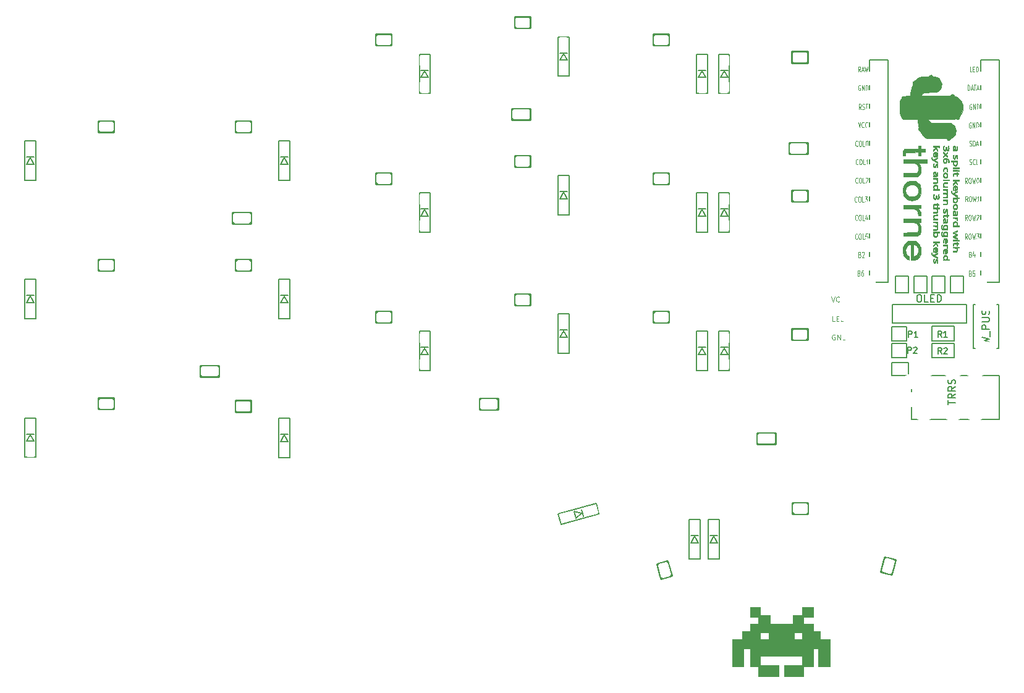
<source format=gbr>
G04 #@! TF.GenerationSoftware,KiCad,Pcbnew,5.1.9*
G04 #@! TF.CreationDate,2021-03-14T11:22:16+01:00*
G04 #@! TF.ProjectId,thorne-classic,74686f72-6e65-42d6-936c-61737369632e,1.1*
G04 #@! TF.SameCoordinates,Original*
G04 #@! TF.FileFunction,Legend,Top*
G04 #@! TF.FilePolarity,Positive*
%FSLAX46Y46*%
G04 Gerber Fmt 4.6, Leading zero omitted, Abs format (unit mm)*
G04 Created by KiCad (PCBNEW 5.1.9) date 2021-03-14 11:22:16*
%MOMM*%
%LPD*%
G01*
G04 APERTURE LIST*
%ADD10C,0.125000*%
%ADD11C,0.010000*%
%ADD12C,0.150000*%
%ADD13C,0.300000*%
%ADD14C,1.924000*%
%ADD15C,1.400000*%
%ADD16C,2.100000*%
%ADD17C,2.800000*%
%ADD18C,2.600000*%
%ADD19C,2.300000*%
%ADD20C,4.400000*%
%ADD21C,1.797000*%
%ADD22C,5.400000*%
%ADD23O,2.900000X2.100000*%
%ADD24C,1.600000*%
%ADD25C,2.400000*%
G04 APERTURE END LIST*
D10*
X171450000Y-106316666D02*
X171116666Y-106316666D01*
X171116666Y-105616666D01*
X171683333Y-105950000D02*
X171916666Y-105950000D01*
X172016666Y-106316666D02*
X171683333Y-106316666D01*
X171683333Y-105616666D01*
X172016666Y-105616666D01*
X172316666Y-106316666D02*
X172316666Y-105616666D01*
X172483333Y-105616666D01*
X172583333Y-105650000D01*
X172650000Y-105716666D01*
X172683333Y-105783333D01*
X172716666Y-105916666D01*
X172716666Y-106016666D01*
X172683333Y-106150000D01*
X172650000Y-106216666D01*
X172583333Y-106283333D01*
X172483333Y-106316666D01*
X172316666Y-106316666D01*
X171466666Y-108150000D02*
X171400000Y-108116666D01*
X171300000Y-108116666D01*
X171200000Y-108150000D01*
X171133333Y-108216666D01*
X171100000Y-108283333D01*
X171066666Y-108416666D01*
X171066666Y-108516666D01*
X171100000Y-108650000D01*
X171133333Y-108716666D01*
X171200000Y-108783333D01*
X171300000Y-108816666D01*
X171366666Y-108816666D01*
X171466666Y-108783333D01*
X171500000Y-108750000D01*
X171500000Y-108516666D01*
X171366666Y-108516666D01*
X171800000Y-108816666D02*
X171800000Y-108116666D01*
X172200000Y-108816666D01*
X172200000Y-108116666D01*
X172533333Y-108816666D02*
X172533333Y-108116666D01*
X172700000Y-108116666D01*
X172800000Y-108150000D01*
X172866666Y-108216666D01*
X172900000Y-108283333D01*
X172933333Y-108416666D01*
X172933333Y-108516666D01*
X172900000Y-108650000D01*
X172866666Y-108716666D01*
X172800000Y-108783333D01*
X172700000Y-108816666D01*
X172533333Y-108816666D01*
X170966666Y-102916666D02*
X171200000Y-103616666D01*
X171433333Y-102916666D01*
X172066666Y-103550000D02*
X172033333Y-103583333D01*
X171933333Y-103616666D01*
X171866666Y-103616666D01*
X171766666Y-103583333D01*
X171700000Y-103516666D01*
X171666666Y-103450000D01*
X171633333Y-103316666D01*
X171633333Y-103216666D01*
X171666666Y-103083333D01*
X171700000Y-103016666D01*
X171766666Y-102950000D01*
X171866666Y-102916666D01*
X171933333Y-102916666D01*
X172033333Y-102950000D01*
X172066666Y-102983333D01*
X172766666Y-103550000D02*
X172733333Y-103583333D01*
X172633333Y-103616666D01*
X172566666Y-103616666D01*
X172466666Y-103583333D01*
X172400000Y-103516666D01*
X172366666Y-103450000D01*
X172333333Y-103316666D01*
X172333333Y-103216666D01*
X172366666Y-103083333D01*
X172400000Y-103016666D01*
X172466666Y-102950000D01*
X172566666Y-102916666D01*
X172633333Y-102916666D01*
X172733333Y-102950000D01*
X172766666Y-102983333D01*
D11*
G36*
X161184833Y-146621000D02*
G01*
X162581833Y-146621000D01*
X162581833Y-147742833D01*
X165714500Y-147742833D01*
X165714500Y-146621000D01*
X166963333Y-146621000D01*
X166963333Y-145498638D01*
X167730625Y-145504194D01*
X168497916Y-145509750D01*
X168503514Y-146160625D01*
X168509111Y-146811500D01*
X167153833Y-146811500D01*
X167153833Y-147742833D01*
X168508500Y-147742833D01*
X168508500Y-148801167D01*
X169397500Y-148801167D01*
X169397500Y-149923000D01*
X170773333Y-149923000D01*
X170773333Y-153627167D01*
X169207000Y-153627167D01*
X169207000Y-151150667D01*
X168508500Y-151150667D01*
X168508500Y-153627167D01*
X167153833Y-153627167D01*
X167153833Y-154981833D01*
X164486833Y-154981833D01*
X164486833Y-153436667D01*
X166963333Y-153436667D01*
X166963333Y-152209000D01*
X161184833Y-152209000D01*
X161184833Y-153436341D01*
X162481291Y-153441795D01*
X163777750Y-153447250D01*
X163783305Y-154214542D01*
X163788861Y-154981833D01*
X160994333Y-154981833D01*
X160994333Y-153627167D01*
X159830166Y-153627167D01*
X159830166Y-151150667D01*
X158941166Y-151150667D01*
X158941166Y-153627167D01*
X157438333Y-153627167D01*
X157438333Y-149923000D01*
X158750666Y-149923000D01*
X158750666Y-148970500D01*
X161184833Y-148970500D01*
X161184833Y-149923000D01*
X162412500Y-149923000D01*
X162412500Y-148970500D01*
X165883833Y-148970500D01*
X165883833Y-149923000D01*
X166963333Y-149923000D01*
X166963333Y-148970500D01*
X165883833Y-148970500D01*
X162412500Y-148970500D01*
X161184833Y-148970500D01*
X158750666Y-148970500D01*
X158750666Y-148801167D01*
X159830166Y-148801167D01*
X159830166Y-147742833D01*
X160994333Y-147742833D01*
X160994333Y-146811500D01*
X159829554Y-146811500D01*
X159840750Y-145509750D01*
X160512791Y-145504161D01*
X161184833Y-145498572D01*
X161184833Y-146621000D01*
G37*
X161184833Y-146621000D02*
X162581833Y-146621000D01*
X162581833Y-147742833D01*
X165714500Y-147742833D01*
X165714500Y-146621000D01*
X166963333Y-146621000D01*
X166963333Y-145498638D01*
X167730625Y-145504194D01*
X168497916Y-145509750D01*
X168503514Y-146160625D01*
X168509111Y-146811500D01*
X167153833Y-146811500D01*
X167153833Y-147742833D01*
X168508500Y-147742833D01*
X168508500Y-148801167D01*
X169397500Y-148801167D01*
X169397500Y-149923000D01*
X170773333Y-149923000D01*
X170773333Y-153627167D01*
X169207000Y-153627167D01*
X169207000Y-151150667D01*
X168508500Y-151150667D01*
X168508500Y-153627167D01*
X167153833Y-153627167D01*
X167153833Y-154981833D01*
X164486833Y-154981833D01*
X164486833Y-153436667D01*
X166963333Y-153436667D01*
X166963333Y-152209000D01*
X161184833Y-152209000D01*
X161184833Y-153436341D01*
X162481291Y-153441795D01*
X163777750Y-153447250D01*
X163783305Y-154214542D01*
X163788861Y-154981833D01*
X160994333Y-154981833D01*
X160994333Y-153627167D01*
X159830166Y-153627167D01*
X159830166Y-151150667D01*
X158941166Y-151150667D01*
X158941166Y-153627167D01*
X157438333Y-153627167D01*
X157438333Y-149923000D01*
X158750666Y-149923000D01*
X158750666Y-148970500D01*
X161184833Y-148970500D01*
X161184833Y-149923000D01*
X162412500Y-149923000D01*
X162412500Y-148970500D01*
X165883833Y-148970500D01*
X165883833Y-149923000D01*
X166963333Y-149923000D01*
X166963333Y-148970500D01*
X165883833Y-148970500D01*
X162412500Y-148970500D01*
X161184833Y-148970500D01*
X158750666Y-148970500D01*
X158750666Y-148801167D01*
X159830166Y-148801167D01*
X159830166Y-147742833D01*
X160994333Y-147742833D01*
X160994333Y-146811500D01*
X159829554Y-146811500D01*
X159840750Y-145509750D01*
X160512791Y-145504161D01*
X161184833Y-145498572D01*
X161184833Y-146621000D01*
G36*
X188465100Y-95256152D02*
G01*
X188450105Y-95284191D01*
X188407148Y-95314836D01*
X188367043Y-95310923D01*
X188337391Y-95279961D01*
X188325791Y-95229458D01*
X188337352Y-95172792D01*
X188364432Y-95152273D01*
X188398777Y-95146333D01*
X188441615Y-95163849D01*
X188465701Y-95205770D01*
X188465100Y-95256152D01*
G37*
X188465100Y-95256152D02*
X188450105Y-95284191D01*
X188407148Y-95314836D01*
X188367043Y-95310923D01*
X188337391Y-95279961D01*
X188325791Y-95229458D01*
X188337352Y-95172792D01*
X188364432Y-95152273D01*
X188398777Y-95146333D01*
X188441615Y-95163849D01*
X188465701Y-95205770D01*
X188465100Y-95256152D01*
G36*
X188465100Y-85688818D02*
G01*
X188450105Y-85716858D01*
X188407148Y-85747503D01*
X188367043Y-85743590D01*
X188337391Y-85712628D01*
X188325791Y-85662125D01*
X188337352Y-85605458D01*
X188364432Y-85584939D01*
X188398777Y-85579000D01*
X188441615Y-85596516D01*
X188465701Y-85638437D01*
X188465100Y-85688818D01*
G37*
X188465100Y-85688818D02*
X188450105Y-85716858D01*
X188407148Y-85747503D01*
X188367043Y-85743590D01*
X188337391Y-85712628D01*
X188325791Y-85662125D01*
X188337352Y-85605458D01*
X188364432Y-85584939D01*
X188398777Y-85579000D01*
X188441615Y-85596516D01*
X188465701Y-85638437D01*
X188465100Y-85688818D01*
G36*
X188201322Y-96247000D02*
G01*
X188229649Y-96326375D01*
X188255189Y-96439222D01*
X188254890Y-96551636D01*
X188230644Y-96653047D01*
X188184343Y-96732880D01*
X188151526Y-96762817D01*
X188117186Y-96779401D01*
X188065551Y-96789998D01*
X187988376Y-96795633D01*
X187877418Y-96797332D01*
X187874124Y-96797333D01*
X187646000Y-96797333D01*
X187646000Y-96649167D01*
X187857667Y-96649167D01*
X187975808Y-96646291D01*
X188058092Y-96634973D01*
X188110769Y-96611176D01*
X188140084Y-96570864D01*
X188152286Y-96510000D01*
X188154000Y-96457704D01*
X188148918Y-96383215D01*
X188129824Y-96332619D01*
X188102046Y-96298954D01*
X188074341Y-96274601D01*
X188043598Y-96259312D01*
X187999637Y-96251006D01*
X187932277Y-96247599D01*
X187848046Y-96247000D01*
X187646000Y-96247000D01*
X187646000Y-96098833D01*
X188492667Y-96098833D01*
X188492667Y-96247000D01*
X188201322Y-96247000D01*
G37*
X188201322Y-96247000D02*
X188229649Y-96326375D01*
X188255189Y-96439222D01*
X188254890Y-96551636D01*
X188230644Y-96653047D01*
X188184343Y-96732880D01*
X188151526Y-96762817D01*
X188117186Y-96779401D01*
X188065551Y-96789998D01*
X187988376Y-96795633D01*
X187877418Y-96797332D01*
X187874124Y-96797333D01*
X187646000Y-96797333D01*
X187646000Y-96649167D01*
X187857667Y-96649167D01*
X187975808Y-96646291D01*
X188058092Y-96634973D01*
X188110769Y-96611176D01*
X188140084Y-96570864D01*
X188152286Y-96510000D01*
X188154000Y-96457704D01*
X188148918Y-96383215D01*
X188129824Y-96332619D01*
X188102046Y-96298954D01*
X188074341Y-96274601D01*
X188043598Y-96259312D01*
X187999637Y-96251006D01*
X187932277Y-96247599D01*
X187848046Y-96247000D01*
X187646000Y-96247000D01*
X187646000Y-96098833D01*
X188492667Y-96098833D01*
X188492667Y-96247000D01*
X188201322Y-96247000D01*
G36*
X188378950Y-95683074D02*
G01*
X188347664Y-95695152D01*
X188312750Y-95696667D01*
X188238667Y-95696667D01*
X188238667Y-95823667D01*
X188237122Y-95894599D01*
X188230337Y-95932927D01*
X188215084Y-95948332D01*
X188196333Y-95950667D01*
X188172847Y-95946109D01*
X188160069Y-95926028D01*
X188154850Y-95880811D01*
X188154000Y-95821494D01*
X188154000Y-95692322D01*
X187972377Y-95699786D01*
X187863947Y-95708172D01*
X187792039Y-95725489D01*
X187751119Y-95755820D01*
X187735654Y-95803251D01*
X187740021Y-95871292D01*
X187745588Y-95923025D01*
X187736282Y-95945431D01*
X187705866Y-95950623D01*
X187699167Y-95950667D01*
X187670190Y-95948224D01*
X187654425Y-95934396D01*
X187648060Y-95899432D01*
X187647281Y-95833583D01*
X187647433Y-95818375D01*
X187651638Y-95740332D01*
X187661063Y-95673927D01*
X187670756Y-95640873D01*
X187703375Y-95598496D01*
X187757021Y-95570308D01*
X187838206Y-95554335D01*
X187953437Y-95548599D01*
X187975079Y-95548500D01*
X188061912Y-95548007D01*
X188114815Y-95544872D01*
X188142195Y-95536610D01*
X188152455Y-95520733D01*
X188154000Y-95495583D01*
X188164948Y-95453288D01*
X188190833Y-95443797D01*
X188221217Y-95466027D01*
X188241303Y-95504631D01*
X188283306Y-95564911D01*
X188324869Y-95588197D01*
X188375215Y-95619682D01*
X188386833Y-95653232D01*
X188378950Y-95683074D01*
G37*
X188378950Y-95683074D02*
X188347664Y-95695152D01*
X188312750Y-95696667D01*
X188238667Y-95696667D01*
X188238667Y-95823667D01*
X188237122Y-95894599D01*
X188230337Y-95932927D01*
X188215084Y-95948332D01*
X188196333Y-95950667D01*
X188172847Y-95946109D01*
X188160069Y-95926028D01*
X188154850Y-95880811D01*
X188154000Y-95821494D01*
X188154000Y-95692322D01*
X187972377Y-95699786D01*
X187863947Y-95708172D01*
X187792039Y-95725489D01*
X187751119Y-95755820D01*
X187735654Y-95803251D01*
X187740021Y-95871292D01*
X187745588Y-95923025D01*
X187736282Y-95945431D01*
X187705866Y-95950623D01*
X187699167Y-95950667D01*
X187670190Y-95948224D01*
X187654425Y-95934396D01*
X187648060Y-95899432D01*
X187647281Y-95833583D01*
X187647433Y-95818375D01*
X187651638Y-95740332D01*
X187661063Y-95673927D01*
X187670756Y-95640873D01*
X187703375Y-95598496D01*
X187757021Y-95570308D01*
X187838206Y-95554335D01*
X187953437Y-95548599D01*
X187975079Y-95548500D01*
X188061912Y-95548007D01*
X188114815Y-95544872D01*
X188142195Y-95536610D01*
X188152455Y-95520733D01*
X188154000Y-95495583D01*
X188164948Y-95453288D01*
X188190833Y-95443797D01*
X188221217Y-95466027D01*
X188241303Y-95504631D01*
X188283306Y-95564911D01*
X188324869Y-95588197D01*
X188375215Y-95619682D01*
X188386833Y-95653232D01*
X188378950Y-95683074D01*
G36*
X187646000Y-95294500D02*
G01*
X187646000Y-95146333D01*
X188238667Y-95146333D01*
X188238667Y-95294500D01*
X187646000Y-95294500D01*
G37*
X187646000Y-95294500D02*
X187646000Y-95146333D01*
X188238667Y-95146333D01*
X188238667Y-95294500D01*
X187646000Y-95294500D01*
G36*
X188236997Y-94485282D02*
G01*
X188225929Y-94516296D01*
X188196372Y-94539622D01*
X188139236Y-94565611D01*
X188116958Y-94574816D01*
X188031701Y-94610363D01*
X187945049Y-94647184D01*
X187900762Y-94666372D01*
X187806274Y-94707822D01*
X188017179Y-94784589D01*
X188228083Y-94861357D01*
X188234821Y-94943164D01*
X188236699Y-94995144D01*
X188227670Y-95014568D01*
X188203370Y-95010707D01*
X188203071Y-95010595D01*
X188169439Y-94997837D01*
X188105107Y-94973272D01*
X188018896Y-94940274D01*
X187919624Y-94902214D01*
X187905292Y-94896715D01*
X187646000Y-94797211D01*
X187646000Y-94623019D01*
X187858073Y-94535426D01*
X187947104Y-94499550D01*
X188022896Y-94470670D01*
X188076194Y-94452215D01*
X188096198Y-94447261D01*
X188091574Y-94439477D01*
X188055399Y-94419446D01*
X187995179Y-94391250D01*
X187984667Y-94386626D01*
X187862672Y-94333517D01*
X187773948Y-94294365D01*
X187713239Y-94265581D01*
X187675290Y-94243577D01*
X187654845Y-94224762D01*
X187646649Y-94205548D01*
X187645446Y-94182345D01*
X187646000Y-94155334D01*
X187646000Y-94072997D01*
X187926458Y-93963966D01*
X188028241Y-93924852D01*
X188116026Y-93891972D01*
X188182247Y-93868096D01*
X188219338Y-93855993D01*
X188224070Y-93855051D01*
X188233599Y-93873676D01*
X188235516Y-93919625D01*
X188234653Y-93932737D01*
X188228083Y-94010307D01*
X187801019Y-94162083D01*
X188019843Y-94254918D01*
X188238667Y-94347754D01*
X188238667Y-94436232D01*
X188236997Y-94485282D01*
G37*
X188236997Y-94485282D02*
X188225929Y-94516296D01*
X188196372Y-94539622D01*
X188139236Y-94565611D01*
X188116958Y-94574816D01*
X188031701Y-94610363D01*
X187945049Y-94647184D01*
X187900762Y-94666372D01*
X187806274Y-94707822D01*
X188017179Y-94784589D01*
X188228083Y-94861357D01*
X188234821Y-94943164D01*
X188236699Y-94995144D01*
X188227670Y-95014568D01*
X188203370Y-95010707D01*
X188203071Y-95010595D01*
X188169439Y-94997837D01*
X188105107Y-94973272D01*
X188018896Y-94940274D01*
X187919624Y-94902214D01*
X187905292Y-94896715D01*
X187646000Y-94797211D01*
X187646000Y-94623019D01*
X187858073Y-94535426D01*
X187947104Y-94499550D01*
X188022896Y-94470670D01*
X188076194Y-94452215D01*
X188096198Y-94447261D01*
X188091574Y-94439477D01*
X188055399Y-94419446D01*
X187995179Y-94391250D01*
X187984667Y-94386626D01*
X187862672Y-94333517D01*
X187773948Y-94294365D01*
X187713239Y-94265581D01*
X187675290Y-94243577D01*
X187654845Y-94224762D01*
X187646649Y-94205548D01*
X187645446Y-94182345D01*
X187646000Y-94155334D01*
X187646000Y-94072997D01*
X187926458Y-93963966D01*
X188028241Y-93924852D01*
X188116026Y-93891972D01*
X188182247Y-93868096D01*
X188219338Y-93855993D01*
X188224070Y-93855051D01*
X188233599Y-93873676D01*
X188235516Y-93919625D01*
X188234653Y-93932737D01*
X188228083Y-94010307D01*
X187801019Y-94162083D01*
X188019843Y-94254918D01*
X188238667Y-94347754D01*
X188238667Y-94436232D01*
X188236997Y-94485282D01*
G36*
X187646000Y-93326000D02*
G01*
X187646000Y-93264764D01*
X187656572Y-93214300D01*
X187678490Y-93191061D01*
X187698478Y-93178276D01*
X187696750Y-93154435D01*
X187678490Y-93115765D01*
X187656915Y-93044558D01*
X187647994Y-92950488D01*
X187651780Y-92851106D01*
X187668324Y-92763964D01*
X187677382Y-92739042D01*
X187730959Y-92664108D01*
X187809294Y-92613782D01*
X187902351Y-92588558D01*
X187988287Y-92588881D01*
X187988287Y-92749455D01*
X187906359Y-92749977D01*
X187830890Y-92774510D01*
X187774353Y-92822280D01*
X187760634Y-92845903D01*
X187741875Y-92923000D01*
X187744251Y-93008876D01*
X187765952Y-93085149D01*
X187787497Y-93118658D01*
X187846613Y-93156967D01*
X187923447Y-93171793D01*
X188004459Y-93164629D01*
X188076110Y-93136964D01*
X188124861Y-93090290D01*
X188129715Y-93080975D01*
X188150119Y-93003872D01*
X188151114Y-92918628D01*
X188133311Y-92844743D01*
X188121626Y-92823532D01*
X188064201Y-92773715D01*
X187988287Y-92749455D01*
X187988287Y-92588881D01*
X188000096Y-92588926D01*
X188092493Y-92615379D01*
X188169506Y-92668411D01*
X188204155Y-92713191D01*
X188240124Y-92806377D01*
X188254855Y-92916665D01*
X188246932Y-93024363D01*
X188230514Y-93080030D01*
X188209338Y-93132444D01*
X188197345Y-93165484D01*
X188196333Y-93169835D01*
X188215714Y-93173777D01*
X188266715Y-93176634D01*
X188338626Y-93177827D01*
X188344500Y-93177833D01*
X188492667Y-93177833D01*
X188492667Y-93326000D01*
X187646000Y-93326000D01*
G37*
X187646000Y-93326000D02*
X187646000Y-93264764D01*
X187656572Y-93214300D01*
X187678490Y-93191061D01*
X187698478Y-93178276D01*
X187696750Y-93154435D01*
X187678490Y-93115765D01*
X187656915Y-93044558D01*
X187647994Y-92950488D01*
X187651780Y-92851106D01*
X187668324Y-92763964D01*
X187677382Y-92739042D01*
X187730959Y-92664108D01*
X187809294Y-92613782D01*
X187902351Y-92588558D01*
X187988287Y-92588881D01*
X187988287Y-92749455D01*
X187906359Y-92749977D01*
X187830890Y-92774510D01*
X187774353Y-92822280D01*
X187760634Y-92845903D01*
X187741875Y-92923000D01*
X187744251Y-93008876D01*
X187765952Y-93085149D01*
X187787497Y-93118658D01*
X187846613Y-93156967D01*
X187923447Y-93171793D01*
X188004459Y-93164629D01*
X188076110Y-93136964D01*
X188124861Y-93090290D01*
X188129715Y-93080975D01*
X188150119Y-93003872D01*
X188151114Y-92918628D01*
X188133311Y-92844743D01*
X188121626Y-92823532D01*
X188064201Y-92773715D01*
X187988287Y-92749455D01*
X187988287Y-92588881D01*
X188000096Y-92588926D01*
X188092493Y-92615379D01*
X188169506Y-92668411D01*
X188204155Y-92713191D01*
X188240124Y-92806377D01*
X188254855Y-92916665D01*
X188246932Y-93024363D01*
X188230514Y-93080030D01*
X188209338Y-93132444D01*
X188197345Y-93165484D01*
X188196333Y-93169835D01*
X188215714Y-93173777D01*
X188266715Y-93176634D01*
X188338626Y-93177827D01*
X188344500Y-93177833D01*
X188492667Y-93177833D01*
X188492667Y-93326000D01*
X187646000Y-93326000D01*
G36*
X188257347Y-92488209D02*
G01*
X188245355Y-92514377D01*
X188217057Y-92521501D01*
X188206917Y-92521667D01*
X188171490Y-92516337D01*
X188156721Y-92492115D01*
X188154000Y-92445490D01*
X188140741Y-92354872D01*
X188105427Y-92274640D01*
X188054753Y-92218273D01*
X188035567Y-92207099D01*
X187989256Y-92195511D01*
X187915344Y-92186971D01*
X187828538Y-92183083D01*
X187814338Y-92183000D01*
X187646000Y-92183000D01*
X187646000Y-92034833D01*
X188238667Y-92034833D01*
X188238667Y-92098333D01*
X188229201Y-92148746D01*
X188206917Y-92161833D01*
X188183519Y-92164519D01*
X188178213Y-92178627D01*
X188191956Y-92213236D01*
X188217500Y-92262138D01*
X188245817Y-92338154D01*
X188259572Y-92420819D01*
X188259833Y-92431395D01*
X188257347Y-92488209D01*
G37*
X188257347Y-92488209D02*
X188245355Y-92514377D01*
X188217057Y-92521501D01*
X188206917Y-92521667D01*
X188171490Y-92516337D01*
X188156721Y-92492115D01*
X188154000Y-92445490D01*
X188140741Y-92354872D01*
X188105427Y-92274640D01*
X188054753Y-92218273D01*
X188035567Y-92207099D01*
X187989256Y-92195511D01*
X187915344Y-92186971D01*
X187828538Y-92183083D01*
X187814338Y-92183000D01*
X187646000Y-92183000D01*
X187646000Y-92034833D01*
X188238667Y-92034833D01*
X188238667Y-92098333D01*
X188229201Y-92148746D01*
X188206917Y-92161833D01*
X188183519Y-92164519D01*
X188178213Y-92178627D01*
X188191956Y-92213236D01*
X188217500Y-92262138D01*
X188245817Y-92338154D01*
X188259572Y-92420819D01*
X188259833Y-92431395D01*
X188257347Y-92488209D01*
G36*
X188248508Y-91603865D02*
G01*
X188223408Y-91697506D01*
X188197090Y-91742879D01*
X188177396Y-91763538D01*
X188152359Y-91777704D01*
X188113797Y-91786919D01*
X188053527Y-91792724D01*
X187963366Y-91796660D01*
X187901916Y-91798481D01*
X187646000Y-91805545D01*
X187646000Y-91740273D01*
X187654948Y-91689091D01*
X187677750Y-91675000D01*
X187703606Y-91668339D01*
X187703972Y-91643291D01*
X187678848Y-91592258D01*
X187677750Y-91590333D01*
X187658422Y-91529957D01*
X187649016Y-91444747D01*
X187649473Y-91351013D01*
X187659737Y-91265060D01*
X187679133Y-91204310D01*
X187729288Y-91149780D01*
X187795305Y-91126588D01*
X187823641Y-91129762D01*
X187823641Y-91280718D01*
X187780417Y-91302907D01*
X187765708Y-91318915D01*
X187738035Y-91383263D01*
X187736759Y-91462975D01*
X187759671Y-91542214D01*
X187804564Y-91605138D01*
X187805770Y-91606208D01*
X187859523Y-91646387D01*
X187894374Y-91652462D01*
X187913699Y-91622141D01*
X187920875Y-91553132D01*
X187921167Y-91527829D01*
X187913675Y-91423177D01*
X187893062Y-91344605D01*
X187862120Y-91295868D01*
X187823641Y-91280718D01*
X187823641Y-91129762D01*
X187864966Y-91134392D01*
X187926053Y-91172849D01*
X187954307Y-91212021D01*
X187975542Y-91271291D01*
X187992411Y-91350407D01*
X187998127Y-91396923D01*
X188009933Y-91516612D01*
X188023359Y-91597392D01*
X188040367Y-91642684D01*
X188062919Y-91655910D01*
X188092976Y-91640493D01*
X188121568Y-91612253D01*
X188143556Y-91577353D01*
X188152066Y-91528787D01*
X188149354Y-91453032D01*
X188148958Y-91448212D01*
X188140786Y-91374812D01*
X188130553Y-91315123D01*
X188123551Y-91290331D01*
X188125143Y-91253930D01*
X188154171Y-91230408D01*
X188192751Y-91215389D01*
X188210292Y-91216236D01*
X188218931Y-91240955D01*
X188231293Y-91295288D01*
X188243524Y-91360826D01*
X188255631Y-91488205D01*
X188248508Y-91603865D01*
G37*
X188248508Y-91603865D02*
X188223408Y-91697506D01*
X188197090Y-91742879D01*
X188177396Y-91763538D01*
X188152359Y-91777704D01*
X188113797Y-91786919D01*
X188053527Y-91792724D01*
X187963366Y-91796660D01*
X187901916Y-91798481D01*
X187646000Y-91805545D01*
X187646000Y-91740273D01*
X187654948Y-91689091D01*
X187677750Y-91675000D01*
X187703606Y-91668339D01*
X187703972Y-91643291D01*
X187678848Y-91592258D01*
X187677750Y-91590333D01*
X187658422Y-91529957D01*
X187649016Y-91444747D01*
X187649473Y-91351013D01*
X187659737Y-91265060D01*
X187679133Y-91204310D01*
X187729288Y-91149780D01*
X187795305Y-91126588D01*
X187823641Y-91129762D01*
X187823641Y-91280718D01*
X187780417Y-91302907D01*
X187765708Y-91318915D01*
X187738035Y-91383263D01*
X187736759Y-91462975D01*
X187759671Y-91542214D01*
X187804564Y-91605138D01*
X187805770Y-91606208D01*
X187859523Y-91646387D01*
X187894374Y-91652462D01*
X187913699Y-91622141D01*
X187920875Y-91553132D01*
X187921167Y-91527829D01*
X187913675Y-91423177D01*
X187893062Y-91344605D01*
X187862120Y-91295868D01*
X187823641Y-91280718D01*
X187823641Y-91129762D01*
X187864966Y-91134392D01*
X187926053Y-91172849D01*
X187954307Y-91212021D01*
X187975542Y-91271291D01*
X187992411Y-91350407D01*
X187998127Y-91396923D01*
X188009933Y-91516612D01*
X188023359Y-91597392D01*
X188040367Y-91642684D01*
X188062919Y-91655910D01*
X188092976Y-91640493D01*
X188121568Y-91612253D01*
X188143556Y-91577353D01*
X188152066Y-91528787D01*
X188149354Y-91453032D01*
X188148958Y-91448212D01*
X188140786Y-91374812D01*
X188130553Y-91315123D01*
X188123551Y-91290331D01*
X188125143Y-91253930D01*
X188154171Y-91230408D01*
X188192751Y-91215389D01*
X188210292Y-91216236D01*
X188218931Y-91240955D01*
X188231293Y-91295288D01*
X188243524Y-91360826D01*
X188255631Y-91488205D01*
X188248508Y-91603865D01*
G36*
X188241028Y-90749005D02*
G01*
X188238774Y-90756456D01*
X188188259Y-90858994D01*
X188116215Y-90933096D01*
X188030151Y-90977775D01*
X187937580Y-90992042D01*
X187846010Y-90974907D01*
X187762954Y-90925383D01*
X187695921Y-90842480D01*
X187688606Y-90828867D01*
X187658453Y-90737993D01*
X187645318Y-90627975D01*
X187649329Y-90515629D01*
X187670615Y-90417767D01*
X187685189Y-90384184D01*
X187753046Y-90293915D01*
X187841871Y-90239826D01*
X187924040Y-90221601D01*
X187956733Y-90223989D01*
X187956733Y-90383833D01*
X187858467Y-90400691D01*
X187786488Y-90447572D01*
X187744117Y-90518936D01*
X187734678Y-90609241D01*
X187760625Y-90710893D01*
X187807690Y-90783522D01*
X187876206Y-90821028D01*
X187939946Y-90828333D01*
X188035165Y-90813838D01*
X188101748Y-90769398D01*
X188140943Y-90693586D01*
X188153997Y-90584972D01*
X188154000Y-90582958D01*
X188138687Y-90488800D01*
X188093135Y-90424210D01*
X188017930Y-90389778D01*
X187956733Y-90383833D01*
X187956733Y-90223989D01*
X188032180Y-90229501D01*
X188126250Y-90273131D01*
X188197244Y-90348103D01*
X188202923Y-90357494D01*
X188234537Y-90440351D01*
X188252525Y-90545458D01*
X188255239Y-90654461D01*
X188241028Y-90749005D01*
G37*
X188241028Y-90749005D02*
X188238774Y-90756456D01*
X188188259Y-90858994D01*
X188116215Y-90933096D01*
X188030151Y-90977775D01*
X187937580Y-90992042D01*
X187846010Y-90974907D01*
X187762954Y-90925383D01*
X187695921Y-90842480D01*
X187688606Y-90828867D01*
X187658453Y-90737993D01*
X187645318Y-90627975D01*
X187649329Y-90515629D01*
X187670615Y-90417767D01*
X187685189Y-90384184D01*
X187753046Y-90293915D01*
X187841871Y-90239826D01*
X187924040Y-90221601D01*
X187956733Y-90223989D01*
X187956733Y-90383833D01*
X187858467Y-90400691D01*
X187786488Y-90447572D01*
X187744117Y-90518936D01*
X187734678Y-90609241D01*
X187760625Y-90710893D01*
X187807690Y-90783522D01*
X187876206Y-90821028D01*
X187939946Y-90828333D01*
X188035165Y-90813838D01*
X188101748Y-90769398D01*
X188140943Y-90693586D01*
X188153997Y-90584972D01*
X188154000Y-90582958D01*
X188138687Y-90488800D01*
X188093135Y-90424210D01*
X188017930Y-90389778D01*
X187956733Y-90383833D01*
X187956733Y-90223989D01*
X188032180Y-90229501D01*
X188126250Y-90273131D01*
X188197244Y-90348103D01*
X188202923Y-90357494D01*
X188234537Y-90440351D01*
X188252525Y-90545458D01*
X188255239Y-90654461D01*
X188241028Y-90749005D01*
G36*
X188344500Y-89473667D02*
G01*
X188271464Y-89474713D01*
X188218543Y-89477466D01*
X188196449Y-89481348D01*
X188196333Y-89481665D01*
X188203732Y-89504328D01*
X188222270Y-89551500D01*
X188230514Y-89571470D01*
X188254915Y-89672379D01*
X188253281Y-89763872D01*
X188225763Y-89888877D01*
X188172278Y-89980514D01*
X188092531Y-90039078D01*
X187986225Y-90064865D01*
X187949651Y-90066254D01*
X187838135Y-90049487D01*
X187747967Y-90001921D01*
X187685737Y-89927377D01*
X187676476Y-89907800D01*
X187656564Y-89832215D01*
X187648117Y-89739270D01*
X187651080Y-89645411D01*
X187665396Y-89567083D01*
X187677750Y-89537167D01*
X187703606Y-89485276D01*
X187703972Y-89459588D01*
X187678848Y-89452504D01*
X187677750Y-89452500D01*
X187652544Y-89433568D01*
X187646000Y-89389000D01*
X187646000Y-89325500D01*
X188001599Y-89325500D01*
X188001599Y-89489697D01*
X187896239Y-89490791D01*
X187813943Y-89524338D01*
X187758947Y-89584890D01*
X187735483Y-89666998D01*
X187747787Y-89765213D01*
X187760368Y-89800112D01*
X187807793Y-89862741D01*
X187881340Y-89902068D01*
X187968792Y-89912737D01*
X188005649Y-89907624D01*
X188077188Y-89873896D01*
X188125531Y-89815668D01*
X188150771Y-89742570D01*
X188153001Y-89664231D01*
X188132316Y-89590281D01*
X188088807Y-89530352D01*
X188022569Y-89494072D01*
X188001599Y-89489697D01*
X188001599Y-89325500D01*
X188492667Y-89325500D01*
X188492667Y-89473667D01*
X188344500Y-89473667D01*
G37*
X188344500Y-89473667D02*
X188271464Y-89474713D01*
X188218543Y-89477466D01*
X188196449Y-89481348D01*
X188196333Y-89481665D01*
X188203732Y-89504328D01*
X188222270Y-89551500D01*
X188230514Y-89571470D01*
X188254915Y-89672379D01*
X188253281Y-89763872D01*
X188225763Y-89888877D01*
X188172278Y-89980514D01*
X188092531Y-90039078D01*
X187986225Y-90064865D01*
X187949651Y-90066254D01*
X187838135Y-90049487D01*
X187747967Y-90001921D01*
X187685737Y-89927377D01*
X187676476Y-89907800D01*
X187656564Y-89832215D01*
X187648117Y-89739270D01*
X187651080Y-89645411D01*
X187665396Y-89567083D01*
X187677750Y-89537167D01*
X187703606Y-89485276D01*
X187703972Y-89459588D01*
X187678848Y-89452504D01*
X187677750Y-89452500D01*
X187652544Y-89433568D01*
X187646000Y-89389000D01*
X187646000Y-89325500D01*
X188001599Y-89325500D01*
X188001599Y-89489697D01*
X187896239Y-89490791D01*
X187813943Y-89524338D01*
X187758947Y-89584890D01*
X187735483Y-89666998D01*
X187747787Y-89765213D01*
X187760368Y-89800112D01*
X187807793Y-89862741D01*
X187881340Y-89902068D01*
X187968792Y-89912737D01*
X188005649Y-89907624D01*
X188077188Y-89873896D01*
X188125531Y-89815668D01*
X188150771Y-89742570D01*
X188153001Y-89664231D01*
X188132316Y-89590281D01*
X188088807Y-89530352D01*
X188022569Y-89494072D01*
X188001599Y-89489697D01*
X188001599Y-89325500D01*
X188492667Y-89325500D01*
X188492667Y-89473667D01*
X188344500Y-89473667D01*
G36*
X188252268Y-88124787D02*
G01*
X188223820Y-88232966D01*
X188171370Y-88317506D01*
X188098328Y-88373018D01*
X188008102Y-88394112D01*
X188002979Y-88394167D01*
X187921167Y-88394167D01*
X187921167Y-88119000D01*
X187920475Y-88016637D01*
X187918582Y-87931540D01*
X187915762Y-87871569D01*
X187912288Y-87844583D01*
X187911579Y-87843833D01*
X187866586Y-87858276D01*
X187815006Y-87892656D01*
X187776313Y-87933547D01*
X187772764Y-87939525D01*
X187751763Y-88009258D01*
X187744350Y-88107193D01*
X187751045Y-88221266D01*
X187758422Y-88272458D01*
X187767180Y-88332829D01*
X187764441Y-88362506D01*
X187747318Y-88372245D01*
X187731440Y-88373000D01*
X187693161Y-88358877D01*
X187666968Y-88314192D01*
X187651772Y-88235465D01*
X187646483Y-88119221D01*
X187646465Y-88101747D01*
X187653494Y-87976627D01*
X187674918Y-87881147D01*
X187687025Y-87850775D01*
X187740732Y-87764628D01*
X187811522Y-87713324D01*
X187907159Y-87692040D01*
X187944610Y-87690782D01*
X188027962Y-87703923D01*
X188027962Y-87843833D01*
X188016874Y-87864219D01*
X188009389Y-87922484D01*
X188005989Y-88014288D01*
X188005833Y-88042935D01*
X188006356Y-88135423D01*
X188009060Y-88193036D01*
X188015652Y-88223229D01*
X188027838Y-88233460D01*
X188047323Y-88231182D01*
X188048814Y-88230797D01*
X188103613Y-88196766D01*
X188139780Y-88135932D01*
X188155396Y-88060391D01*
X188148537Y-87982234D01*
X188117283Y-87913557D01*
X188102046Y-87895788D01*
X188061046Y-87860652D01*
X188030116Y-87844035D01*
X188027962Y-87843833D01*
X188027962Y-87703923D01*
X188057833Y-87708633D01*
X188147437Y-87760934D01*
X188211538Y-87845810D01*
X188248253Y-87961382D01*
X188253305Y-87998360D01*
X188252268Y-88124787D01*
G37*
X188252268Y-88124787D02*
X188223820Y-88232966D01*
X188171370Y-88317506D01*
X188098328Y-88373018D01*
X188008102Y-88394112D01*
X188002979Y-88394167D01*
X187921167Y-88394167D01*
X187921167Y-88119000D01*
X187920475Y-88016637D01*
X187918582Y-87931540D01*
X187915762Y-87871569D01*
X187912288Y-87844583D01*
X187911579Y-87843833D01*
X187866586Y-87858276D01*
X187815006Y-87892656D01*
X187776313Y-87933547D01*
X187772764Y-87939525D01*
X187751763Y-88009258D01*
X187744350Y-88107193D01*
X187751045Y-88221266D01*
X187758422Y-88272458D01*
X187767180Y-88332829D01*
X187764441Y-88362506D01*
X187747318Y-88372245D01*
X187731440Y-88373000D01*
X187693161Y-88358877D01*
X187666968Y-88314192D01*
X187651772Y-88235465D01*
X187646483Y-88119221D01*
X187646465Y-88101747D01*
X187653494Y-87976627D01*
X187674918Y-87881147D01*
X187687025Y-87850775D01*
X187740732Y-87764628D01*
X187811522Y-87713324D01*
X187907159Y-87692040D01*
X187944610Y-87690782D01*
X188027962Y-87703923D01*
X188027962Y-87843833D01*
X188016874Y-87864219D01*
X188009389Y-87922484D01*
X188005989Y-88014288D01*
X188005833Y-88042935D01*
X188006356Y-88135423D01*
X188009060Y-88193036D01*
X188015652Y-88223229D01*
X188027838Y-88233460D01*
X188047323Y-88231182D01*
X188048814Y-88230797D01*
X188103613Y-88196766D01*
X188139780Y-88135932D01*
X188155396Y-88060391D01*
X188148537Y-87982234D01*
X188117283Y-87913557D01*
X188102046Y-87895788D01*
X188061046Y-87860652D01*
X188030116Y-87844035D01*
X188027962Y-87843833D01*
X188027962Y-87703923D01*
X188057833Y-87708633D01*
X188147437Y-87760934D01*
X188211538Y-87845810D01*
X188248253Y-87961382D01*
X188253305Y-87998360D01*
X188252268Y-88124787D01*
G36*
X188488653Y-86991875D02*
G01*
X188482083Y-87071250D01*
X187990775Y-87071250D01*
X188114721Y-87234042D01*
X188173451Y-87313332D01*
X188210165Y-87370720D01*
X188229890Y-87416875D01*
X188237654Y-87462465D01*
X188238667Y-87497053D01*
X188238667Y-87597273D01*
X188122821Y-87442429D01*
X188070737Y-87373160D01*
X188028400Y-87317504D01*
X188002064Y-87283653D01*
X187996927Y-87277537D01*
X187979307Y-87287873D01*
X187938896Y-87323484D01*
X187881792Y-87378703D01*
X187817274Y-87444536D01*
X187647670Y-87621583D01*
X187646835Y-87525671D01*
X187648617Y-87476386D01*
X187659058Y-87437304D01*
X187684289Y-87397692D01*
X187730437Y-87346814D01*
X187773742Y-87303421D01*
X187848523Y-87224245D01*
X187888923Y-87166313D01*
X187894932Y-87126151D01*
X187866538Y-87100285D01*
X187803729Y-87085241D01*
X187773000Y-87081833D01*
X187656583Y-87071250D01*
X187643445Y-86912500D01*
X188495222Y-86912500D01*
X188488653Y-86991875D01*
G37*
X188488653Y-86991875D02*
X188482083Y-87071250D01*
X187990775Y-87071250D01*
X188114721Y-87234042D01*
X188173451Y-87313332D01*
X188210165Y-87370720D01*
X188229890Y-87416875D01*
X188237654Y-87462465D01*
X188238667Y-87497053D01*
X188238667Y-87597273D01*
X188122821Y-87442429D01*
X188070737Y-87373160D01*
X188028400Y-87317504D01*
X188002064Y-87283653D01*
X187996927Y-87277537D01*
X187979307Y-87287873D01*
X187938896Y-87323484D01*
X187881792Y-87378703D01*
X187817274Y-87444536D01*
X187647670Y-87621583D01*
X187646835Y-87525671D01*
X187648617Y-87476386D01*
X187659058Y-87437304D01*
X187684289Y-87397692D01*
X187730437Y-87346814D01*
X187773742Y-87303421D01*
X187848523Y-87224245D01*
X187888923Y-87166313D01*
X187894932Y-87126151D01*
X187866538Y-87100285D01*
X187803729Y-87085241D01*
X187773000Y-87081833D01*
X187656583Y-87071250D01*
X187643445Y-86912500D01*
X188495222Y-86912500D01*
X188488653Y-86991875D01*
G36*
X188383088Y-86091729D02*
G01*
X188367085Y-86127949D01*
X188324963Y-86144369D01*
X188307458Y-86146549D01*
X188267960Y-86152239D01*
X188247508Y-86166848D01*
X188239834Y-86201467D01*
X188238667Y-86267188D01*
X188238667Y-86268258D01*
X188236786Y-86335062D01*
X188228672Y-86369686D01*
X188210617Y-86382209D01*
X188196333Y-86383333D01*
X188171869Y-86378280D01*
X188159125Y-86356433D01*
X188154452Y-86307759D01*
X188154000Y-86266917D01*
X188154000Y-86150500D01*
X187964245Y-86150500D01*
X187872626Y-86151431D01*
X187814117Y-86155504D01*
X187779514Y-86164641D01*
X187759612Y-86180760D01*
X187750641Y-86195062D01*
X187737557Y-86248172D01*
X187740272Y-86311479D01*
X187746393Y-86359772D01*
X187735035Y-86379553D01*
X187699876Y-86383333D01*
X187670515Y-86380974D01*
X187654539Y-86367393D01*
X187648079Y-86332836D01*
X187647269Y-86267547D01*
X187647433Y-86251042D01*
X187651638Y-86172998D01*
X187661063Y-86106594D01*
X187670756Y-86073540D01*
X187703375Y-86031162D01*
X187757021Y-86002975D01*
X187838206Y-85987001D01*
X187953437Y-85981266D01*
X187975079Y-85981167D01*
X188061912Y-85980674D01*
X188114815Y-85977539D01*
X188142195Y-85969276D01*
X188152455Y-85953400D01*
X188154000Y-85928250D01*
X188164948Y-85885955D01*
X188190833Y-85876464D01*
X188221217Y-85898694D01*
X188241303Y-85937298D01*
X188283406Y-85997597D01*
X188326415Y-86021402D01*
X188371749Y-86045186D01*
X188384188Y-86079062D01*
X188383088Y-86091729D01*
G37*
X188383088Y-86091729D02*
X188367085Y-86127949D01*
X188324963Y-86144369D01*
X188307458Y-86146549D01*
X188267960Y-86152239D01*
X188247508Y-86166848D01*
X188239834Y-86201467D01*
X188238667Y-86267188D01*
X188238667Y-86268258D01*
X188236786Y-86335062D01*
X188228672Y-86369686D01*
X188210617Y-86382209D01*
X188196333Y-86383333D01*
X188171869Y-86378280D01*
X188159125Y-86356433D01*
X188154452Y-86307759D01*
X188154000Y-86266917D01*
X188154000Y-86150500D01*
X187964245Y-86150500D01*
X187872626Y-86151431D01*
X187814117Y-86155504D01*
X187779514Y-86164641D01*
X187759612Y-86180760D01*
X187750641Y-86195062D01*
X187737557Y-86248172D01*
X187740272Y-86311479D01*
X187746393Y-86359772D01*
X187735035Y-86379553D01*
X187699876Y-86383333D01*
X187670515Y-86380974D01*
X187654539Y-86367393D01*
X187648079Y-86332836D01*
X187647269Y-86267547D01*
X187647433Y-86251042D01*
X187651638Y-86172998D01*
X187661063Y-86106594D01*
X187670756Y-86073540D01*
X187703375Y-86031162D01*
X187757021Y-86002975D01*
X187838206Y-85987001D01*
X187953437Y-85981266D01*
X187975079Y-85981167D01*
X188061912Y-85980674D01*
X188114815Y-85977539D01*
X188142195Y-85969276D01*
X188152455Y-85953400D01*
X188154000Y-85928250D01*
X188164948Y-85885955D01*
X188190833Y-85876464D01*
X188221217Y-85898694D01*
X188241303Y-85937298D01*
X188283406Y-85997597D01*
X188326415Y-86021402D01*
X188371749Y-86045186D01*
X188384188Y-86079062D01*
X188383088Y-86091729D01*
G36*
X187646000Y-85748333D02*
G01*
X187646000Y-85579000D01*
X188238667Y-85579000D01*
X188238667Y-85748333D01*
X187646000Y-85748333D01*
G37*
X187646000Y-85748333D02*
X187646000Y-85579000D01*
X188238667Y-85579000D01*
X188238667Y-85748333D01*
X187646000Y-85748333D01*
G36*
X187646000Y-85346167D02*
G01*
X187646000Y-85198000D01*
X188492667Y-85198000D01*
X188492667Y-85346167D01*
X187646000Y-85346167D01*
G37*
X187646000Y-85346167D02*
X187646000Y-85198000D01*
X188492667Y-85198000D01*
X188492667Y-85346167D01*
X187646000Y-85346167D01*
G36*
X188246492Y-83923009D02*
G01*
X188237176Y-83996378D01*
X188219739Y-84036743D01*
X188192619Y-84048621D01*
X188169282Y-84043290D01*
X188152455Y-84030485D01*
X188143586Y-84002498D01*
X188141576Y-83950601D01*
X188145324Y-83866065D01*
X188145855Y-83857388D01*
X188147510Y-83743377D01*
X188137451Y-83667560D01*
X188117829Y-83630701D01*
X188090794Y-83633567D01*
X188058498Y-83676922D01*
X188023091Y-83761531D01*
X188008149Y-83808407D01*
X187979668Y-83893012D01*
X187948543Y-83967962D01*
X187920995Y-84018466D01*
X187918244Y-84022159D01*
X187860560Y-84067108D01*
X187794372Y-84073264D01*
X187728133Y-84040621D01*
X187708608Y-84022300D01*
X187684751Y-83992773D01*
X187669390Y-83958775D01*
X187660354Y-83910119D01*
X187655471Y-83836619D01*
X187653315Y-83763009D01*
X187652359Y-83670287D01*
X187653660Y-83590818D01*
X187656929Y-83536005D01*
X187659449Y-83520542D01*
X187688362Y-83490265D01*
X187724281Y-83483500D01*
X187760204Y-83487511D01*
X187770637Y-83507974D01*
X187763979Y-83552292D01*
X187743060Y-83681767D01*
X187737955Y-83788534D01*
X187748185Y-83868050D01*
X187773274Y-83915770D01*
X187803482Y-83928000D01*
X187829922Y-83918793D01*
X187855056Y-83887201D01*
X187882119Y-83827266D01*
X187914346Y-83733029D01*
X187921154Y-83711289D01*
X187957547Y-83606397D01*
X187992190Y-83537777D01*
X188029466Y-83499813D01*
X188073758Y-83486890D01*
X188095732Y-83487602D01*
X188159323Y-83505428D01*
X188204226Y-83547227D01*
X188232629Y-83617625D01*
X188246723Y-83721250D01*
X188249250Y-83812119D01*
X188246492Y-83923009D01*
G37*
X188246492Y-83923009D02*
X188237176Y-83996378D01*
X188219739Y-84036743D01*
X188192619Y-84048621D01*
X188169282Y-84043290D01*
X188152455Y-84030485D01*
X188143586Y-84002498D01*
X188141576Y-83950601D01*
X188145324Y-83866065D01*
X188145855Y-83857388D01*
X188147510Y-83743377D01*
X188137451Y-83667560D01*
X188117829Y-83630701D01*
X188090794Y-83633567D01*
X188058498Y-83676922D01*
X188023091Y-83761531D01*
X188008149Y-83808407D01*
X187979668Y-83893012D01*
X187948543Y-83967962D01*
X187920995Y-84018466D01*
X187918244Y-84022159D01*
X187860560Y-84067108D01*
X187794372Y-84073264D01*
X187728133Y-84040621D01*
X187708608Y-84022300D01*
X187684751Y-83992773D01*
X187669390Y-83958775D01*
X187660354Y-83910119D01*
X187655471Y-83836619D01*
X187653315Y-83763009D01*
X187652359Y-83670287D01*
X187653660Y-83590818D01*
X187656929Y-83536005D01*
X187659449Y-83520542D01*
X187688362Y-83490265D01*
X187724281Y-83483500D01*
X187760204Y-83487511D01*
X187770637Y-83507974D01*
X187763979Y-83552292D01*
X187743060Y-83681767D01*
X187737955Y-83788534D01*
X187748185Y-83868050D01*
X187773274Y-83915770D01*
X187803482Y-83928000D01*
X187829922Y-83918793D01*
X187855056Y-83887201D01*
X187882119Y-83827266D01*
X187914346Y-83733029D01*
X187921154Y-83711289D01*
X187957547Y-83606397D01*
X187992190Y-83537777D01*
X188029466Y-83499813D01*
X188073758Y-83486890D01*
X188095732Y-83487602D01*
X188159323Y-83505428D01*
X188204226Y-83547227D01*
X188232629Y-83617625D01*
X188246723Y-83721250D01*
X188249250Y-83812119D01*
X188246492Y-83923009D01*
G36*
X188253523Y-82670693D02*
G01*
X188239468Y-82759777D01*
X188214440Y-82824248D01*
X188172357Y-82867904D01*
X188107138Y-82894543D01*
X188012702Y-82907966D01*
X187882969Y-82911971D01*
X187867254Y-82912000D01*
X187646000Y-82912000D01*
X187646000Y-82856125D01*
X187657695Y-82804958D01*
X187678937Y-82776166D01*
X187699324Y-82755442D01*
X187697576Y-82728458D01*
X187679068Y-82689166D01*
X187660357Y-82627959D01*
X187649784Y-82542546D01*
X187647975Y-82450383D01*
X187655557Y-82368925D01*
X187666141Y-82329182D01*
X187708056Y-82267526D01*
X187772523Y-82239740D01*
X187826781Y-82238632D01*
X187826781Y-82385258D01*
X187783836Y-82408436D01*
X187769703Y-82423982D01*
X187735191Y-82498362D01*
X187740362Y-82586780D01*
X187767741Y-82656924D01*
X187815735Y-82719499D01*
X187862958Y-82745052D01*
X187921167Y-82760172D01*
X187921167Y-82636381D01*
X187914050Y-82528854D01*
X187894324Y-82448882D01*
X187864422Y-82399878D01*
X187826781Y-82385258D01*
X187826781Y-82238632D01*
X187828696Y-82238592D01*
X187893202Y-82256404D01*
X187941308Y-82300432D01*
X187975332Y-82374959D01*
X187997596Y-82484262D01*
X188006076Y-82565800D01*
X188014015Y-82648436D01*
X188022884Y-82713990D01*
X188031134Y-82751686D01*
X188033492Y-82756214D01*
X188058484Y-82755390D01*
X188099992Y-82734744D01*
X188100423Y-82734462D01*
X188134451Y-82704674D01*
X188150229Y-82664078D01*
X188154000Y-82599164D01*
X188149643Y-82521303D01*
X188138753Y-82448407D01*
X188134300Y-82430279D01*
X188124560Y-82380204D01*
X188135925Y-82352667D01*
X188154075Y-82340460D01*
X188190485Y-82323314D01*
X188204025Y-82319333D01*
X188216975Y-82338589D01*
X188230164Y-82388796D01*
X188241995Y-82458609D01*
X188250869Y-82536686D01*
X188255189Y-82611683D01*
X188253523Y-82670693D01*
G37*
X188253523Y-82670693D02*
X188239468Y-82759777D01*
X188214440Y-82824248D01*
X188172357Y-82867904D01*
X188107138Y-82894543D01*
X188012702Y-82907966D01*
X187882969Y-82911971D01*
X187867254Y-82912000D01*
X187646000Y-82912000D01*
X187646000Y-82856125D01*
X187657695Y-82804958D01*
X187678937Y-82776166D01*
X187699324Y-82755442D01*
X187697576Y-82728458D01*
X187679068Y-82689166D01*
X187660357Y-82627959D01*
X187649784Y-82542546D01*
X187647975Y-82450383D01*
X187655557Y-82368925D01*
X187666141Y-82329182D01*
X187708056Y-82267526D01*
X187772523Y-82239740D01*
X187826781Y-82238632D01*
X187826781Y-82385258D01*
X187783836Y-82408436D01*
X187769703Y-82423982D01*
X187735191Y-82498362D01*
X187740362Y-82586780D01*
X187767741Y-82656924D01*
X187815735Y-82719499D01*
X187862958Y-82745052D01*
X187921167Y-82760172D01*
X187921167Y-82636381D01*
X187914050Y-82528854D01*
X187894324Y-82448882D01*
X187864422Y-82399878D01*
X187826781Y-82385258D01*
X187826781Y-82238632D01*
X187828696Y-82238592D01*
X187893202Y-82256404D01*
X187941308Y-82300432D01*
X187975332Y-82374959D01*
X187997596Y-82484262D01*
X188006076Y-82565800D01*
X188014015Y-82648436D01*
X188022884Y-82713990D01*
X188031134Y-82751686D01*
X188033492Y-82756214D01*
X188058484Y-82755390D01*
X188099992Y-82734744D01*
X188100423Y-82734462D01*
X188134451Y-82704674D01*
X188150229Y-82664078D01*
X188154000Y-82599164D01*
X188149643Y-82521303D01*
X188138753Y-82448407D01*
X188134300Y-82430279D01*
X188124560Y-82380204D01*
X188135925Y-82352667D01*
X188154075Y-82340460D01*
X188190485Y-82323314D01*
X188204025Y-82319333D01*
X188216975Y-82338589D01*
X188230164Y-82388796D01*
X188241995Y-82458609D01*
X188250869Y-82536686D01*
X188255189Y-82611683D01*
X188253523Y-82670693D01*
G36*
X188238667Y-88513751D02*
G01*
X188238667Y-88595532D01*
X188011125Y-88711807D01*
X187783583Y-88828083D01*
X188011125Y-88938068D01*
X188238667Y-89048052D01*
X188238667Y-89222070D01*
X187926458Y-89058379D01*
X187815582Y-88999798D01*
X187712193Y-88944351D01*
X187624637Y-88896575D01*
X187561258Y-88861006D01*
X187538138Y-88847305D01*
X187457856Y-88773339D01*
X187408767Y-88671910D01*
X187392001Y-88545364D01*
X187392000Y-88544426D01*
X187393639Y-88480838D01*
X187402064Y-88448826D01*
X187422535Y-88437661D01*
X187444917Y-88436500D01*
X187478808Y-88441021D01*
X187494012Y-88462469D01*
X187497800Y-88512669D01*
X187497833Y-88522558D01*
X187507932Y-88614013D01*
X187541663Y-88677337D01*
X187600337Y-88720528D01*
X187625163Y-88731547D01*
X187650099Y-88734903D01*
X187682065Y-88728051D01*
X187727980Y-88708445D01*
X187794765Y-88673541D01*
X187889340Y-88620795D01*
X187922501Y-88602054D01*
X188037821Y-88536711D01*
X188121167Y-88490249D01*
X188177700Y-88461226D01*
X188212582Y-88448201D01*
X188230976Y-88449732D01*
X188238042Y-88464377D01*
X188238943Y-88490695D01*
X188238667Y-88513751D01*
G37*
X188238667Y-88513751D02*
X188238667Y-88595532D01*
X188011125Y-88711807D01*
X187783583Y-88828083D01*
X188011125Y-88938068D01*
X188238667Y-89048052D01*
X188238667Y-89222070D01*
X187926458Y-89058379D01*
X187815582Y-88999798D01*
X187712193Y-88944351D01*
X187624637Y-88896575D01*
X187561258Y-88861006D01*
X187538138Y-88847305D01*
X187457856Y-88773339D01*
X187408767Y-88671910D01*
X187392001Y-88545364D01*
X187392000Y-88544426D01*
X187393639Y-88480838D01*
X187402064Y-88448826D01*
X187422535Y-88437661D01*
X187444917Y-88436500D01*
X187478808Y-88441021D01*
X187494012Y-88462469D01*
X187497800Y-88512669D01*
X187497833Y-88522558D01*
X187507932Y-88614013D01*
X187541663Y-88677337D01*
X187600337Y-88720528D01*
X187625163Y-88731547D01*
X187650099Y-88734903D01*
X187682065Y-88728051D01*
X187727980Y-88708445D01*
X187794765Y-88673541D01*
X187889340Y-88620795D01*
X187922501Y-88602054D01*
X188037821Y-88536711D01*
X188121167Y-88490249D01*
X188177700Y-88461226D01*
X188212582Y-88448201D01*
X188230976Y-88449732D01*
X188238042Y-88464377D01*
X188238943Y-88490695D01*
X188238667Y-88513751D01*
G36*
X188254676Y-84668833D02*
G01*
X188232562Y-84799728D01*
X188185848Y-84896513D01*
X188113673Y-84960126D01*
X188015177Y-84991507D01*
X187955584Y-84995405D01*
X187844795Y-84981838D01*
X187759659Y-84938316D01*
X187692206Y-84860603D01*
X187687402Y-84852891D01*
X187660079Y-84779621D01*
X187647034Y-84684235D01*
X187648776Y-84584649D01*
X187665812Y-84498780D01*
X187676625Y-84473042D01*
X187706990Y-84414833D01*
X187392000Y-84414833D01*
X187392000Y-84266667D01*
X187958003Y-84266667D01*
X187958003Y-84413695D01*
X187877506Y-84425429D01*
X187806919Y-84459166D01*
X187757910Y-84512271D01*
X187744636Y-84547547D01*
X187739300Y-84644092D01*
X187762100Y-84730938D01*
X187805216Y-84790542D01*
X187879935Y-84829275D01*
X187969874Y-84836192D01*
X188061369Y-84810425D01*
X188067820Y-84807199D01*
X188114946Y-84775594D01*
X188141369Y-84734011D01*
X188152463Y-84670354D01*
X188154000Y-84613223D01*
X188146240Y-84538553D01*
X188118401Y-84484819D01*
X188102046Y-84466788D01*
X188036739Y-84426603D01*
X187958003Y-84413695D01*
X187958003Y-84266667D01*
X188238667Y-84266667D01*
X188238667Y-84330167D01*
X188229816Y-84379199D01*
X188209199Y-84393667D01*
X188194447Y-84401770D01*
X188201061Y-84431309D01*
X188221169Y-84473042D01*
X188249138Y-84547905D01*
X188256263Y-84634633D01*
X188254676Y-84668833D01*
G37*
X188254676Y-84668833D02*
X188232562Y-84799728D01*
X188185848Y-84896513D01*
X188113673Y-84960126D01*
X188015177Y-84991507D01*
X187955584Y-84995405D01*
X187844795Y-84981838D01*
X187759659Y-84938316D01*
X187692206Y-84860603D01*
X187687402Y-84852891D01*
X187660079Y-84779621D01*
X187647034Y-84684235D01*
X187648776Y-84584649D01*
X187665812Y-84498780D01*
X187676625Y-84473042D01*
X187706990Y-84414833D01*
X187392000Y-84414833D01*
X187392000Y-84266667D01*
X187958003Y-84266667D01*
X187958003Y-84413695D01*
X187877506Y-84425429D01*
X187806919Y-84459166D01*
X187757910Y-84512271D01*
X187744636Y-84547547D01*
X187739300Y-84644092D01*
X187762100Y-84730938D01*
X187805216Y-84790542D01*
X187879935Y-84829275D01*
X187969874Y-84836192D01*
X188061369Y-84810425D01*
X188067820Y-84807199D01*
X188114946Y-84775594D01*
X188141369Y-84734011D01*
X188152463Y-84670354D01*
X188154000Y-84613223D01*
X188146240Y-84538553D01*
X188118401Y-84484819D01*
X188102046Y-84466788D01*
X188036739Y-84426603D01*
X187958003Y-84413695D01*
X187958003Y-84266667D01*
X188238667Y-84266667D01*
X188238667Y-84330167D01*
X188229816Y-84379199D01*
X188209199Y-84393667D01*
X188194447Y-84401770D01*
X188201061Y-84431309D01*
X188221169Y-84473042D01*
X188249138Y-84547905D01*
X188256263Y-84634633D01*
X188254676Y-84668833D01*
G36*
X186291333Y-97940333D02*
G01*
X186291333Y-97876833D01*
X186298029Y-97830298D01*
X186322828Y-97813955D01*
X186333356Y-97813333D01*
X186359587Y-97811501D01*
X186363705Y-97798881D01*
X186345721Y-97764791D01*
X186333435Y-97744542D01*
X186302340Y-97661432D01*
X186291394Y-97558727D01*
X186300834Y-97454194D01*
X186328408Y-97370338D01*
X186389257Y-97283693D01*
X186468533Y-97232253D01*
X186572752Y-97212183D01*
X186598250Y-97211595D01*
X186599999Y-97211817D01*
X186599999Y-97367856D01*
X186516758Y-97377824D01*
X186465736Y-97401532D01*
X186418489Y-97458002D01*
X186393983Y-97535915D01*
X186392650Y-97620892D01*
X186414920Y-97698553D01*
X186455290Y-97750147D01*
X186529549Y-97785532D01*
X186615729Y-97793154D01*
X186697538Y-97773565D01*
X186747379Y-97740212D01*
X186788180Y-97672409D01*
X186803095Y-97587243D01*
X186792124Y-97500847D01*
X186755268Y-97429357D01*
X186747379Y-97420788D01*
X186682800Y-97382583D01*
X186599999Y-97367856D01*
X186599999Y-97211817D01*
X186708497Y-97225602D01*
X186792439Y-97270180D01*
X186856595Y-97349162D01*
X186868092Y-97370338D01*
X186896580Y-97462187D01*
X186903473Y-97571047D01*
X186888412Y-97677308D01*
X186874497Y-97718763D01*
X186843827Y-97792167D01*
X187138000Y-97792167D01*
X187138000Y-97940333D01*
X186291333Y-97940333D01*
G37*
X186291333Y-97940333D02*
X186291333Y-97876833D01*
X186298029Y-97830298D01*
X186322828Y-97813955D01*
X186333356Y-97813333D01*
X186359587Y-97811501D01*
X186363705Y-97798881D01*
X186345721Y-97764791D01*
X186333435Y-97744542D01*
X186302340Y-97661432D01*
X186291394Y-97558727D01*
X186300834Y-97454194D01*
X186328408Y-97370338D01*
X186389257Y-97283693D01*
X186468533Y-97232253D01*
X186572752Y-97212183D01*
X186598250Y-97211595D01*
X186599999Y-97211817D01*
X186599999Y-97367856D01*
X186516758Y-97377824D01*
X186465736Y-97401532D01*
X186418489Y-97458002D01*
X186393983Y-97535915D01*
X186392650Y-97620892D01*
X186414920Y-97698553D01*
X186455290Y-97750147D01*
X186529549Y-97785532D01*
X186615729Y-97793154D01*
X186697538Y-97773565D01*
X186747379Y-97740212D01*
X186788180Y-97672409D01*
X186803095Y-97587243D01*
X186792124Y-97500847D01*
X186755268Y-97429357D01*
X186747379Y-97420788D01*
X186682800Y-97382583D01*
X186599999Y-97367856D01*
X186599999Y-97211817D01*
X186708497Y-97225602D01*
X186792439Y-97270180D01*
X186856595Y-97349162D01*
X186868092Y-97370338D01*
X186896580Y-97462187D01*
X186903473Y-97571047D01*
X186888412Y-97677308D01*
X186874497Y-97718763D01*
X186843827Y-97792167D01*
X187138000Y-97792167D01*
X187138000Y-97940333D01*
X186291333Y-97940333D01*
G36*
X186895526Y-96808633D02*
G01*
X186862579Y-96918054D01*
X186803753Y-97001318D01*
X186722017Y-97054205D01*
X186621510Y-97072500D01*
X186566500Y-97072500D01*
X186566500Y-96788731D01*
X186566221Y-96674614D01*
X186564714Y-96596443D01*
X186560976Y-96547831D01*
X186554002Y-96522391D01*
X186542789Y-96513738D01*
X186526333Y-96515483D01*
X186523656Y-96516167D01*
X186480686Y-96540213D01*
X186437051Y-96582469D01*
X186436646Y-96582977D01*
X186415780Y-96613760D01*
X186403605Y-96648467D01*
X186398694Y-96697659D01*
X186399619Y-96771898D01*
X186402515Y-96835468D01*
X186406723Y-96927344D01*
X186407048Y-96984664D01*
X186402123Y-97015129D01*
X186390579Y-97026442D01*
X186371049Y-97026303D01*
X186368684Y-97025968D01*
X186336083Y-97010735D01*
X186313964Y-96972388D01*
X186300678Y-96905189D01*
X186294579Y-96803403D01*
X186293908Y-96765583D01*
X186301066Y-96639399D01*
X186326709Y-96542870D01*
X186331142Y-96532750D01*
X186382226Y-96444551D01*
X186443393Y-96390915D01*
X186525391Y-96364076D01*
X186572120Y-96358661D01*
X186688495Y-96366417D01*
X186692676Y-96368332D01*
X186692676Y-96522167D01*
X186683436Y-96541885D01*
X186676481Y-96595292D01*
X186672731Y-96673766D01*
X186672333Y-96712667D01*
X186674554Y-96803946D01*
X186680699Y-96869059D01*
X186689999Y-96901056D01*
X186693500Y-96903167D01*
X186738894Y-96883785D01*
X186775088Y-96832514D01*
X186796230Y-96759665D01*
X186799333Y-96716658D01*
X186788741Y-96638575D01*
X186761017Y-96573115D01*
X186722240Y-96531361D01*
X186692676Y-96522167D01*
X186692676Y-96368332D01*
X186780122Y-96408406D01*
X186846566Y-96484205D01*
X186887397Y-96593396D01*
X186899626Y-96677272D01*
X186895526Y-96808633D01*
G37*
X186895526Y-96808633D02*
X186862579Y-96918054D01*
X186803753Y-97001318D01*
X186722017Y-97054205D01*
X186621510Y-97072500D01*
X186566500Y-97072500D01*
X186566500Y-96788731D01*
X186566221Y-96674614D01*
X186564714Y-96596443D01*
X186560976Y-96547831D01*
X186554002Y-96522391D01*
X186542789Y-96513738D01*
X186526333Y-96515483D01*
X186523656Y-96516167D01*
X186480686Y-96540213D01*
X186437051Y-96582469D01*
X186436646Y-96582977D01*
X186415780Y-96613760D01*
X186403605Y-96648467D01*
X186398694Y-96697659D01*
X186399619Y-96771898D01*
X186402515Y-96835468D01*
X186406723Y-96927344D01*
X186407048Y-96984664D01*
X186402123Y-97015129D01*
X186390579Y-97026442D01*
X186371049Y-97026303D01*
X186368684Y-97025968D01*
X186336083Y-97010735D01*
X186313964Y-96972388D01*
X186300678Y-96905189D01*
X186294579Y-96803403D01*
X186293908Y-96765583D01*
X186301066Y-96639399D01*
X186326709Y-96542870D01*
X186331142Y-96532750D01*
X186382226Y-96444551D01*
X186443393Y-96390915D01*
X186525391Y-96364076D01*
X186572120Y-96358661D01*
X186688495Y-96366417D01*
X186692676Y-96368332D01*
X186692676Y-96522167D01*
X186683436Y-96541885D01*
X186676481Y-96595292D01*
X186672731Y-96673766D01*
X186672333Y-96712667D01*
X186674554Y-96803946D01*
X186680699Y-96869059D01*
X186689999Y-96901056D01*
X186693500Y-96903167D01*
X186738894Y-96883785D01*
X186775088Y-96832514D01*
X186796230Y-96759665D01*
X186799333Y-96716658D01*
X186788741Y-96638575D01*
X186761017Y-96573115D01*
X186722240Y-96531361D01*
X186692676Y-96522167D01*
X186692676Y-96368332D01*
X186780122Y-96408406D01*
X186846566Y-96484205D01*
X186887397Y-96593396D01*
X186899626Y-96677272D01*
X186895526Y-96808633D01*
G36*
X186899433Y-95911420D02*
G01*
X186875231Y-95928020D01*
X186852888Y-95929500D01*
X186800609Y-95929500D01*
X186852888Y-96006537D01*
X186892994Y-96088692D01*
X186905163Y-96184418D01*
X186905167Y-96186454D01*
X186903334Y-96248157D01*
X186894076Y-96278529D01*
X186871753Y-96288537D01*
X186852250Y-96289333D01*
X186818310Y-96284788D01*
X186803118Y-96263256D01*
X186799363Y-96212892D01*
X186799333Y-96203615D01*
X186786661Y-96111625D01*
X186752737Y-96031865D01*
X186703705Y-95977900D01*
X186694673Y-95972461D01*
X186655379Y-95962418D01*
X186586566Y-95954821D01*
X186501028Y-95950926D01*
X186472642Y-95950667D01*
X186291333Y-95950667D01*
X186291333Y-95802500D01*
X186905167Y-95802500D01*
X186905167Y-95866000D01*
X186899433Y-95911420D01*
G37*
X186899433Y-95911420D02*
X186875231Y-95928020D01*
X186852888Y-95929500D01*
X186800609Y-95929500D01*
X186852888Y-96006537D01*
X186892994Y-96088692D01*
X186905163Y-96184418D01*
X186905167Y-96186454D01*
X186903334Y-96248157D01*
X186894076Y-96278529D01*
X186871753Y-96288537D01*
X186852250Y-96289333D01*
X186818310Y-96284788D01*
X186803118Y-96263256D01*
X186799363Y-96212892D01*
X186799333Y-96203615D01*
X186786661Y-96111625D01*
X186752737Y-96031865D01*
X186703705Y-95977900D01*
X186694673Y-95972461D01*
X186655379Y-95962418D01*
X186586566Y-95954821D01*
X186501028Y-95950926D01*
X186472642Y-95950667D01*
X186291333Y-95950667D01*
X186291333Y-95802500D01*
X186905167Y-95802500D01*
X186905167Y-95866000D01*
X186899433Y-95911420D01*
G36*
X186887057Y-95418187D02*
G01*
X186874691Y-95453466D01*
X186822665Y-95528326D01*
X186744385Y-95584142D01*
X186654953Y-95610919D01*
X186635292Y-95611921D01*
X186566500Y-95612000D01*
X186566500Y-95336833D01*
X186565793Y-95222232D01*
X186563188Y-95143685D01*
X186557964Y-95094932D01*
X186549399Y-95069710D01*
X186536769Y-95061758D01*
X186534750Y-95061667D01*
X186489778Y-95079600D01*
X186444439Y-95124452D01*
X186411193Y-95182794D01*
X186405410Y-95201040D01*
X186400019Y-95249735D01*
X186399159Y-95324659D01*
X186402992Y-95409933D01*
X186403239Y-95413245D01*
X186408644Y-95493164D01*
X186408408Y-95539833D01*
X186400436Y-95562185D01*
X186382634Y-95569153D01*
X186366554Y-95569667D01*
X186332490Y-95561659D01*
X186313525Y-95530127D01*
X186304919Y-95490292D01*
X186290585Y-95337957D01*
X186298553Y-95199471D01*
X186328008Y-95085118D01*
X186338958Y-95060860D01*
X186404403Y-94969192D01*
X186489061Y-94915180D01*
X186592445Y-94899093D01*
X186628625Y-94901900D01*
X186694423Y-94915871D01*
X186694423Y-95074211D01*
X186682121Y-95079632D01*
X186675513Y-95105944D01*
X186672838Y-95160258D01*
X186672334Y-95249681D01*
X186672333Y-95251422D01*
X186674606Y-95353736D01*
X186681633Y-95416390D01*
X186693731Y-95441824D01*
X186697125Y-95442667D01*
X186746491Y-95423381D01*
X186782276Y-95371549D01*
X186798828Y-95296208D01*
X186799333Y-95279244D01*
X186789207Y-95182259D01*
X186756980Y-95116538D01*
X186714182Y-95082574D01*
X186694423Y-95074211D01*
X186694423Y-94915871D01*
X186699540Y-94916958D01*
X186760694Y-94939871D01*
X186773274Y-94947032D01*
X186830653Y-95007272D01*
X186873065Y-95096214D01*
X186898166Y-95202152D01*
X186903612Y-95313378D01*
X186887057Y-95418187D01*
G37*
X186887057Y-95418187D02*
X186874691Y-95453466D01*
X186822665Y-95528326D01*
X186744385Y-95584142D01*
X186654953Y-95610919D01*
X186635292Y-95611921D01*
X186566500Y-95612000D01*
X186566500Y-95336833D01*
X186565793Y-95222232D01*
X186563188Y-95143685D01*
X186557964Y-95094932D01*
X186549399Y-95069710D01*
X186536769Y-95061758D01*
X186534750Y-95061667D01*
X186489778Y-95079600D01*
X186444439Y-95124452D01*
X186411193Y-95182794D01*
X186405410Y-95201040D01*
X186400019Y-95249735D01*
X186399159Y-95324659D01*
X186402992Y-95409933D01*
X186403239Y-95413245D01*
X186408644Y-95493164D01*
X186408408Y-95539833D01*
X186400436Y-95562185D01*
X186382634Y-95569153D01*
X186366554Y-95569667D01*
X186332490Y-95561659D01*
X186313525Y-95530127D01*
X186304919Y-95490292D01*
X186290585Y-95337957D01*
X186298553Y-95199471D01*
X186328008Y-95085118D01*
X186338958Y-95060860D01*
X186404403Y-94969192D01*
X186489061Y-94915180D01*
X186592445Y-94899093D01*
X186628625Y-94901900D01*
X186694423Y-94915871D01*
X186694423Y-95074211D01*
X186682121Y-95079632D01*
X186675513Y-95105944D01*
X186672838Y-95160258D01*
X186672334Y-95249681D01*
X186672333Y-95251422D01*
X186674606Y-95353736D01*
X186681633Y-95416390D01*
X186693731Y-95441824D01*
X186697125Y-95442667D01*
X186746491Y-95423381D01*
X186782276Y-95371549D01*
X186798828Y-95296208D01*
X186799333Y-95279244D01*
X186789207Y-95182259D01*
X186756980Y-95116538D01*
X186714182Y-95082574D01*
X186694423Y-95074211D01*
X186694423Y-94915871D01*
X186699540Y-94916958D01*
X186760694Y-94939871D01*
X186773274Y-94947032D01*
X186830653Y-95007272D01*
X186873065Y-95096214D01*
X186898166Y-95202152D01*
X186903612Y-95313378D01*
X186887057Y-95418187D01*
G36*
X186886357Y-92681896D02*
G01*
X186853732Y-92763336D01*
X186806519Y-92814027D01*
X186802517Y-92816296D01*
X186764519Y-92825636D01*
X186694913Y-92833135D01*
X186604413Y-92837906D01*
X186525558Y-92839167D01*
X186291333Y-92839167D01*
X186291333Y-92784268D01*
X186305473Y-92734994D01*
X186330543Y-92719116D01*
X186354280Y-92710286D01*
X186358307Y-92693262D01*
X186342625Y-92655891D01*
X186330543Y-92631956D01*
X186304732Y-92553226D01*
X186292777Y-92456579D01*
X186295273Y-92359845D01*
X186312815Y-92280858D01*
X186318410Y-92268306D01*
X186369533Y-92205921D01*
X186439043Y-92170932D01*
X186475963Y-92170432D01*
X186475963Y-92334677D01*
X186463766Y-92335345D01*
X186417691Y-92359165D01*
X186391320Y-92410709D01*
X186385557Y-92479773D01*
X186401304Y-92556152D01*
X186437929Y-92627500D01*
X186485581Y-92669488D01*
X186534198Y-92687369D01*
X186592960Y-92694322D01*
X186578735Y-92570953D01*
X186562215Y-92460709D01*
X186541173Y-92387847D01*
X186513219Y-92347469D01*
X186475963Y-92334677D01*
X186475963Y-92170432D01*
X186511298Y-92169952D01*
X186566055Y-92205198D01*
X186610232Y-92279527D01*
X186642930Y-92390808D01*
X186662371Y-92526958D01*
X186671545Y-92611262D01*
X186681821Y-92661323D01*
X186695763Y-92685208D01*
X186714562Y-92691000D01*
X186759275Y-92675729D01*
X186777612Y-92659918D01*
X186793767Y-92616832D01*
X186800914Y-92546985D01*
X186798888Y-92465016D01*
X186787522Y-92385563D01*
X186781006Y-92360034D01*
X186771248Y-92312156D01*
X186783869Y-92286174D01*
X186809934Y-92271510D01*
X186840625Y-92261315D01*
X186859234Y-92272316D01*
X186874242Y-92312823D01*
X186881848Y-92341974D01*
X186901902Y-92462326D01*
X186902910Y-92578597D01*
X186886357Y-92681896D01*
G37*
X186886357Y-92681896D02*
X186853732Y-92763336D01*
X186806519Y-92814027D01*
X186802517Y-92816296D01*
X186764519Y-92825636D01*
X186694913Y-92833135D01*
X186604413Y-92837906D01*
X186525558Y-92839167D01*
X186291333Y-92839167D01*
X186291333Y-92784268D01*
X186305473Y-92734994D01*
X186330543Y-92719116D01*
X186354280Y-92710286D01*
X186358307Y-92693262D01*
X186342625Y-92655891D01*
X186330543Y-92631956D01*
X186304732Y-92553226D01*
X186292777Y-92456579D01*
X186295273Y-92359845D01*
X186312815Y-92280858D01*
X186318410Y-92268306D01*
X186369533Y-92205921D01*
X186439043Y-92170932D01*
X186475963Y-92170432D01*
X186475963Y-92334677D01*
X186463766Y-92335345D01*
X186417691Y-92359165D01*
X186391320Y-92410709D01*
X186385557Y-92479773D01*
X186401304Y-92556152D01*
X186437929Y-92627500D01*
X186485581Y-92669488D01*
X186534198Y-92687369D01*
X186592960Y-92694322D01*
X186578735Y-92570953D01*
X186562215Y-92460709D01*
X186541173Y-92387847D01*
X186513219Y-92347469D01*
X186475963Y-92334677D01*
X186475963Y-92170432D01*
X186511298Y-92169952D01*
X186566055Y-92205198D01*
X186610232Y-92279527D01*
X186642930Y-92390808D01*
X186662371Y-92526958D01*
X186671545Y-92611262D01*
X186681821Y-92661323D01*
X186695763Y-92685208D01*
X186714562Y-92691000D01*
X186759275Y-92675729D01*
X186777612Y-92659918D01*
X186793767Y-92616832D01*
X186800914Y-92546985D01*
X186798888Y-92465016D01*
X186787522Y-92385563D01*
X186781006Y-92360034D01*
X186771248Y-92312156D01*
X186783869Y-92286174D01*
X186809934Y-92271510D01*
X186840625Y-92261315D01*
X186859234Y-92272316D01*
X186874242Y-92312823D01*
X186881848Y-92341974D01*
X186901902Y-92462326D01*
X186902910Y-92578597D01*
X186886357Y-92681896D01*
G36*
X187024775Y-91830102D02*
G01*
X186994249Y-91843257D01*
X186968667Y-91844333D01*
X186932365Y-91846288D01*
X186913470Y-91859099D01*
X186906299Y-91893186D01*
X186905167Y-91958970D01*
X186905167Y-91960750D01*
X186903793Y-92027424D01*
X186896533Y-92062141D01*
X186878678Y-92075259D01*
X186852250Y-92077167D01*
X186821944Y-92074145D01*
X186806163Y-92058172D01*
X186800200Y-92018891D01*
X186799333Y-91960750D01*
X186799333Y-91844333D01*
X186624708Y-91844657D01*
X186539543Y-91847142D01*
X186468559Y-91853453D01*
X186424153Y-91862364D01*
X186418333Y-91865054D01*
X186396031Y-91900657D01*
X186389982Y-91971267D01*
X186390308Y-91982413D01*
X186390654Y-92041575D01*
X186382479Y-92068857D01*
X186360983Y-92074549D01*
X186347975Y-92073142D01*
X186321050Y-92064096D01*
X186306395Y-92039630D01*
X186299630Y-91989004D01*
X186297824Y-91950167D01*
X186297639Y-91879175D01*
X186301583Y-91822755D01*
X186305878Y-91802000D01*
X186328223Y-91755758D01*
X186358690Y-91725169D01*
X186405668Y-91707119D01*
X186477546Y-91698491D01*
X186582714Y-91696173D01*
X186590947Y-91696167D01*
X186799333Y-91696167D01*
X186799333Y-91632667D01*
X186809919Y-91583532D01*
X186835217Y-91569212D01*
X186865535Y-91589929D01*
X186886475Y-91630668D01*
X186926363Y-91689356D01*
X186970041Y-91717902D01*
X187018671Y-91750684D01*
X187032167Y-91793984D01*
X187024775Y-91830102D01*
G37*
X187024775Y-91830102D02*
X186994249Y-91843257D01*
X186968667Y-91844333D01*
X186932365Y-91846288D01*
X186913470Y-91859099D01*
X186906299Y-91893186D01*
X186905167Y-91958970D01*
X186905167Y-91960750D01*
X186903793Y-92027424D01*
X186896533Y-92062141D01*
X186878678Y-92075259D01*
X186852250Y-92077167D01*
X186821944Y-92074145D01*
X186806163Y-92058172D01*
X186800200Y-92018891D01*
X186799333Y-91960750D01*
X186799333Y-91844333D01*
X186624708Y-91844657D01*
X186539543Y-91847142D01*
X186468559Y-91853453D01*
X186424153Y-91862364D01*
X186418333Y-91865054D01*
X186396031Y-91900657D01*
X186389982Y-91971267D01*
X186390308Y-91982413D01*
X186390654Y-92041575D01*
X186382479Y-92068857D01*
X186360983Y-92074549D01*
X186347975Y-92073142D01*
X186321050Y-92064096D01*
X186306395Y-92039630D01*
X186299630Y-91989004D01*
X186297824Y-91950167D01*
X186297639Y-91879175D01*
X186301583Y-91822755D01*
X186305878Y-91802000D01*
X186328223Y-91755758D01*
X186358690Y-91725169D01*
X186405668Y-91707119D01*
X186477546Y-91698491D01*
X186582714Y-91696173D01*
X186590947Y-91696167D01*
X186799333Y-91696167D01*
X186799333Y-91632667D01*
X186809919Y-91583532D01*
X186835217Y-91569212D01*
X186865535Y-91589929D01*
X186886475Y-91630668D01*
X186926363Y-91689356D01*
X186970041Y-91717902D01*
X187018671Y-91750684D01*
X187032167Y-91793984D01*
X187024775Y-91830102D01*
G36*
X186900875Y-91271593D02*
G01*
X186893228Y-91371741D01*
X186882725Y-91435016D01*
X186867114Y-91466876D01*
X186844143Y-91472779D01*
X186821527Y-91463883D01*
X186802584Y-91448931D01*
X186792186Y-91423150D01*
X186789006Y-91377165D01*
X186791719Y-91301603D01*
X186793745Y-91267561D01*
X186797806Y-91175358D01*
X186795444Y-91116253D01*
X186785751Y-91081370D01*
X186773075Y-91065724D01*
X186747188Y-91052319D01*
X186724266Y-91062665D01*
X186700904Y-91101632D01*
X186673696Y-91174089D01*
X186653994Y-91236039D01*
X186621180Y-91337209D01*
X186593766Y-91405462D01*
X186567423Y-91449082D01*
X186537821Y-91476351D01*
X186524116Y-91484527D01*
X186457364Y-91501478D01*
X186398388Y-91480400D01*
X186350003Y-91425306D01*
X186315025Y-91340208D01*
X186296269Y-91229119D01*
X186293908Y-91156417D01*
X186296820Y-91073175D01*
X186302828Y-91000184D01*
X186310186Y-90955333D01*
X186341192Y-90908392D01*
X186373805Y-90895361D01*
X186401616Y-90893554D01*
X186414019Y-90905092D01*
X186413855Y-90939656D01*
X186404878Y-91001194D01*
X186391491Y-91121787D01*
X186391647Y-91222680D01*
X186404921Y-91296324D01*
X186423336Y-91329240D01*
X186451739Y-91349401D01*
X186478276Y-91336487D01*
X186487895Y-91327248D01*
X186511821Y-91289264D01*
X186538780Y-91226019D01*
X186556467Y-91172557D01*
X186601395Y-91042913D01*
X186649217Y-90954617D01*
X186700868Y-90906731D01*
X186757277Y-90898316D01*
X186807161Y-90919831D01*
X186860136Y-90977508D01*
X186891947Y-91068192D01*
X186903048Y-91193592D01*
X186900875Y-91271593D01*
G37*
X186900875Y-91271593D02*
X186893228Y-91371741D01*
X186882725Y-91435016D01*
X186867114Y-91466876D01*
X186844143Y-91472779D01*
X186821527Y-91463883D01*
X186802584Y-91448931D01*
X186792186Y-91423150D01*
X186789006Y-91377165D01*
X186791719Y-91301603D01*
X186793745Y-91267561D01*
X186797806Y-91175358D01*
X186795444Y-91116253D01*
X186785751Y-91081370D01*
X186773075Y-91065724D01*
X186747188Y-91052319D01*
X186724266Y-91062665D01*
X186700904Y-91101632D01*
X186673696Y-91174089D01*
X186653994Y-91236039D01*
X186621180Y-91337209D01*
X186593766Y-91405462D01*
X186567423Y-91449082D01*
X186537821Y-91476351D01*
X186524116Y-91484527D01*
X186457364Y-91501478D01*
X186398388Y-91480400D01*
X186350003Y-91425306D01*
X186315025Y-91340208D01*
X186296269Y-91229119D01*
X186293908Y-91156417D01*
X186296820Y-91073175D01*
X186302828Y-91000184D01*
X186310186Y-90955333D01*
X186341192Y-90908392D01*
X186373805Y-90895361D01*
X186401616Y-90893554D01*
X186414019Y-90905092D01*
X186413855Y-90939656D01*
X186404878Y-91001194D01*
X186391491Y-91121787D01*
X186391647Y-91222680D01*
X186404921Y-91296324D01*
X186423336Y-91329240D01*
X186451739Y-91349401D01*
X186478276Y-91336487D01*
X186487895Y-91327248D01*
X186511821Y-91289264D01*
X186538780Y-91226019D01*
X186556467Y-91172557D01*
X186601395Y-91042913D01*
X186649217Y-90954617D01*
X186700868Y-90906731D01*
X186757277Y-90898316D01*
X186807161Y-90919831D01*
X186860136Y-90977508D01*
X186891947Y-91068192D01*
X186903048Y-91193592D01*
X186900875Y-91271593D01*
G36*
X186895701Y-89735746D02*
G01*
X186873417Y-89748833D01*
X186845175Y-89753188D01*
X186841667Y-89756832D01*
X186849041Y-89779592D01*
X186867359Y-89826174D01*
X186873417Y-89840818D01*
X186898602Y-89933622D01*
X186904565Y-90035256D01*
X186893039Y-90134546D01*
X186865761Y-90220320D01*
X186824463Y-90281403D01*
X186802517Y-90297463D01*
X186764519Y-90306803D01*
X186694913Y-90314301D01*
X186604413Y-90319073D01*
X186525558Y-90320333D01*
X186291333Y-90320333D01*
X186291333Y-90172167D01*
X186510303Y-90172167D01*
X186626214Y-90169999D01*
X186706378Y-90160688D01*
X186757280Y-90140019D01*
X186785405Y-90103777D01*
X186797239Y-90047747D01*
X186799333Y-89984329D01*
X186794771Y-89909516D01*
X186777433Y-89859288D01*
X186747379Y-89821954D01*
X186719674Y-89797601D01*
X186688932Y-89782312D01*
X186644971Y-89774006D01*
X186577610Y-89770599D01*
X186493379Y-89770000D01*
X186291333Y-89770000D01*
X186291333Y-89621833D01*
X186905167Y-89621833D01*
X186905167Y-89685333D01*
X186895701Y-89735746D01*
G37*
X186895701Y-89735746D02*
X186873417Y-89748833D01*
X186845175Y-89753188D01*
X186841667Y-89756832D01*
X186849041Y-89779592D01*
X186867359Y-89826174D01*
X186873417Y-89840818D01*
X186898602Y-89933622D01*
X186904565Y-90035256D01*
X186893039Y-90134546D01*
X186865761Y-90220320D01*
X186824463Y-90281403D01*
X186802517Y-90297463D01*
X186764519Y-90306803D01*
X186694913Y-90314301D01*
X186604413Y-90319073D01*
X186525558Y-90320333D01*
X186291333Y-90320333D01*
X186291333Y-90172167D01*
X186510303Y-90172167D01*
X186626214Y-90169999D01*
X186706378Y-90160688D01*
X186757280Y-90140019D01*
X186785405Y-90103777D01*
X186797239Y-90047747D01*
X186799333Y-89984329D01*
X186794771Y-89909516D01*
X186777433Y-89859288D01*
X186747379Y-89821954D01*
X186719674Y-89797601D01*
X186688932Y-89782312D01*
X186644971Y-89774006D01*
X186577610Y-89770599D01*
X186493379Y-89770000D01*
X186291333Y-89770000D01*
X186291333Y-89621833D01*
X186905167Y-89621833D01*
X186905167Y-89685333D01*
X186895701Y-89735746D01*
G36*
X186898163Y-88314100D02*
G01*
X186873012Y-88330261D01*
X186865115Y-88330667D01*
X186841171Y-88332899D01*
X186836754Y-88346554D01*
X186852044Y-88382072D01*
X186866485Y-88410042D01*
X186891305Y-88484444D01*
X186901856Y-88574941D01*
X186898508Y-88666878D01*
X186881628Y-88745600D01*
X186856892Y-88791204D01*
X186836039Y-88818970D01*
X186833870Y-88846536D01*
X186851180Y-88889515D01*
X186863111Y-88913294D01*
X186895805Y-89015040D01*
X186903999Y-89132022D01*
X186886617Y-89244214D01*
X186881705Y-89259484D01*
X186855199Y-89311600D01*
X186813584Y-89348311D01*
X186750362Y-89371912D01*
X186659035Y-89384695D01*
X186533103Y-89388953D01*
X186514635Y-89389000D01*
X186291333Y-89389000D01*
X186291333Y-89240833D01*
X186487125Y-89240521D01*
X186606380Y-89237828D01*
X186689934Y-89227944D01*
X186744248Y-89207498D01*
X186775780Y-89173120D01*
X186790992Y-89121436D01*
X186795025Y-89079836D01*
X186793880Y-89001009D01*
X186776738Y-88946375D01*
X186759884Y-88921600D01*
X186737479Y-88898047D01*
X186709837Y-88882553D01*
X186667631Y-88872981D01*
X186601537Y-88867193D01*
X186504901Y-88863141D01*
X186291333Y-88855866D01*
X186291333Y-88711667D01*
X186512072Y-88711667D01*
X186627556Y-88709746D01*
X186707302Y-88701425D01*
X186757829Y-88682861D01*
X186785653Y-88650213D01*
X186797293Y-88599639D01*
X186799333Y-88542358D01*
X186795136Y-88473832D01*
X186778249Y-88430245D01*
X186743562Y-88395703D01*
X186710255Y-88374373D01*
X186669433Y-88361181D01*
X186610568Y-88354309D01*
X186523130Y-88351939D01*
X186489562Y-88351833D01*
X186291333Y-88351833D01*
X186291333Y-88203667D01*
X186905167Y-88203667D01*
X186905167Y-88267167D01*
X186898163Y-88314100D01*
G37*
X186898163Y-88314100D02*
X186873012Y-88330261D01*
X186865115Y-88330667D01*
X186841171Y-88332899D01*
X186836754Y-88346554D01*
X186852044Y-88382072D01*
X186866485Y-88410042D01*
X186891305Y-88484444D01*
X186901856Y-88574941D01*
X186898508Y-88666878D01*
X186881628Y-88745600D01*
X186856892Y-88791204D01*
X186836039Y-88818970D01*
X186833870Y-88846536D01*
X186851180Y-88889515D01*
X186863111Y-88913294D01*
X186895805Y-89015040D01*
X186903999Y-89132022D01*
X186886617Y-89244214D01*
X186881705Y-89259484D01*
X186855199Y-89311600D01*
X186813584Y-89348311D01*
X186750362Y-89371912D01*
X186659035Y-89384695D01*
X186533103Y-89388953D01*
X186514635Y-89389000D01*
X186291333Y-89389000D01*
X186291333Y-89240833D01*
X186487125Y-89240521D01*
X186606380Y-89237828D01*
X186689934Y-89227944D01*
X186744248Y-89207498D01*
X186775780Y-89173120D01*
X186790992Y-89121436D01*
X186795025Y-89079836D01*
X186793880Y-89001009D01*
X186776738Y-88946375D01*
X186759884Y-88921600D01*
X186737479Y-88898047D01*
X186709837Y-88882553D01*
X186667631Y-88872981D01*
X186601537Y-88867193D01*
X186504901Y-88863141D01*
X186291333Y-88855866D01*
X186291333Y-88711667D01*
X186512072Y-88711667D01*
X186627556Y-88709746D01*
X186707302Y-88701425D01*
X186757829Y-88682861D01*
X186785653Y-88650213D01*
X186797293Y-88599639D01*
X186799333Y-88542358D01*
X186795136Y-88473832D01*
X186778249Y-88430245D01*
X186743562Y-88395703D01*
X186710255Y-88374373D01*
X186669433Y-88361181D01*
X186610568Y-88354309D01*
X186523130Y-88351939D01*
X186489562Y-88351833D01*
X186291333Y-88351833D01*
X186291333Y-88203667D01*
X186905167Y-88203667D01*
X186905167Y-88267167D01*
X186898163Y-88314100D01*
G36*
X186695845Y-87399333D02*
G01*
X186575160Y-87402291D01*
X186490638Y-87414312D01*
X186436329Y-87440123D01*
X186406286Y-87484447D01*
X186394560Y-87552009D01*
X186394824Y-87638420D01*
X186411347Y-87694661D01*
X186447975Y-87748385D01*
X186449121Y-87749545D01*
X186476826Y-87773899D01*
X186507569Y-87789188D01*
X186551530Y-87797494D01*
X186618890Y-87800901D01*
X186703121Y-87801500D01*
X186905167Y-87801500D01*
X186905167Y-87949667D01*
X186291333Y-87949667D01*
X186291333Y-87886167D01*
X186297597Y-87840162D01*
X186321995Y-87823648D01*
X186336947Y-87822667D01*
X186367924Y-87820377D01*
X186366554Y-87806342D01*
X186344360Y-87780454D01*
X186319794Y-87730549D01*
X186303407Y-87652833D01*
X186295981Y-87561175D01*
X186298298Y-87469446D01*
X186311141Y-87391517D01*
X186320873Y-87363958D01*
X186354098Y-87310906D01*
X186392517Y-87274853D01*
X186394053Y-87274000D01*
X186432020Y-87264675D01*
X186501600Y-87257189D01*
X186592081Y-87252425D01*
X186670942Y-87251167D01*
X186905167Y-87251167D01*
X186905167Y-87399333D01*
X186695845Y-87399333D01*
G37*
X186695845Y-87399333D02*
X186575160Y-87402291D01*
X186490638Y-87414312D01*
X186436329Y-87440123D01*
X186406286Y-87484447D01*
X186394560Y-87552009D01*
X186394824Y-87638420D01*
X186411347Y-87694661D01*
X186447975Y-87748385D01*
X186449121Y-87749545D01*
X186476826Y-87773899D01*
X186507569Y-87789188D01*
X186551530Y-87797494D01*
X186618890Y-87800901D01*
X186703121Y-87801500D01*
X186905167Y-87801500D01*
X186905167Y-87949667D01*
X186291333Y-87949667D01*
X186291333Y-87886167D01*
X186297597Y-87840162D01*
X186321995Y-87823648D01*
X186336947Y-87822667D01*
X186367924Y-87820377D01*
X186366554Y-87806342D01*
X186344360Y-87780454D01*
X186319794Y-87730549D01*
X186303407Y-87652833D01*
X186295981Y-87561175D01*
X186298298Y-87469446D01*
X186311141Y-87391517D01*
X186320873Y-87363958D01*
X186354098Y-87310906D01*
X186392517Y-87274853D01*
X186394053Y-87274000D01*
X186432020Y-87264675D01*
X186501600Y-87257189D01*
X186592081Y-87252425D01*
X186670942Y-87251167D01*
X186905167Y-87251167D01*
X186905167Y-87399333D01*
X186695845Y-87399333D01*
G36*
X186291333Y-87018333D02*
G01*
X186291333Y-86870167D01*
X187138000Y-86870167D01*
X187138000Y-87018333D01*
X186291333Y-87018333D01*
G37*
X186291333Y-87018333D02*
X186291333Y-86870167D01*
X187138000Y-86870167D01*
X187138000Y-87018333D01*
X186291333Y-87018333D01*
G36*
X186888292Y-86422598D02*
G01*
X186848022Y-86526108D01*
X186787211Y-86606969D01*
X186735833Y-86643780D01*
X186642276Y-86670993D01*
X186538647Y-86668614D01*
X186444134Y-86637641D01*
X186427449Y-86627734D01*
X186366982Y-86565069D01*
X186323068Y-86473609D01*
X186297612Y-86364275D01*
X186292519Y-86247992D01*
X186309695Y-86135681D01*
X186331125Y-86075529D01*
X186389374Y-85986046D01*
X186468920Y-85931592D01*
X186573943Y-85909579D01*
X186598838Y-85908877D01*
X186598838Y-86064319D01*
X186516117Y-86075216D01*
X186461317Y-86103384D01*
X186417212Y-86163710D01*
X186395460Y-86245501D01*
X186396035Y-86334285D01*
X186418912Y-86415593D01*
X186461967Y-86473292D01*
X186531016Y-86505109D01*
X186614939Y-86510989D01*
X186695907Y-86491860D01*
X186747379Y-86458379D01*
X186779080Y-86418301D01*
X186794755Y-86370058D01*
X186799302Y-86297588D01*
X186799333Y-86288083D01*
X186795656Y-86212197D01*
X186781358Y-86162196D01*
X186751538Y-86122018D01*
X186747379Y-86117788D01*
X186681828Y-86078807D01*
X186598838Y-86064319D01*
X186598838Y-85908877D01*
X186600335Y-85908834D01*
X186708209Y-85922332D01*
X186789230Y-85966017D01*
X186849776Y-86043853D01*
X186864142Y-86072775D01*
X186898523Y-86186271D01*
X186905849Y-86306099D01*
X186888292Y-86422598D01*
G37*
X186888292Y-86422598D02*
X186848022Y-86526108D01*
X186787211Y-86606969D01*
X186735833Y-86643780D01*
X186642276Y-86670993D01*
X186538647Y-86668614D01*
X186444134Y-86637641D01*
X186427449Y-86627734D01*
X186366982Y-86565069D01*
X186323068Y-86473609D01*
X186297612Y-86364275D01*
X186292519Y-86247992D01*
X186309695Y-86135681D01*
X186331125Y-86075529D01*
X186389374Y-85986046D01*
X186468920Y-85931592D01*
X186573943Y-85909579D01*
X186598838Y-85908877D01*
X186598838Y-86064319D01*
X186516117Y-86075216D01*
X186461317Y-86103384D01*
X186417212Y-86163710D01*
X186395460Y-86245501D01*
X186396035Y-86334285D01*
X186418912Y-86415593D01*
X186461967Y-86473292D01*
X186531016Y-86505109D01*
X186614939Y-86510989D01*
X186695907Y-86491860D01*
X186747379Y-86458379D01*
X186779080Y-86418301D01*
X186794755Y-86370058D01*
X186799302Y-86297588D01*
X186799333Y-86288083D01*
X186795656Y-86212197D01*
X186781358Y-86162196D01*
X186751538Y-86122018D01*
X186747379Y-86117788D01*
X186681828Y-86078807D01*
X186598838Y-86064319D01*
X186598838Y-85908877D01*
X186600335Y-85908834D01*
X186708209Y-85922332D01*
X186789230Y-85966017D01*
X186849776Y-86043853D01*
X186864142Y-86072775D01*
X186898523Y-86186271D01*
X186905849Y-86306099D01*
X186888292Y-86422598D01*
G36*
X186896056Y-85689712D02*
G01*
X186888732Y-85750901D01*
X186878105Y-85782449D01*
X186878002Y-85782554D01*
X186852732Y-85783008D01*
X186824707Y-85771751D01*
X186802094Y-85754468D01*
X186791172Y-85726392D01*
X186789730Y-85676307D01*
X186793762Y-85614785D01*
X186795677Y-85511020D01*
X186779372Y-85438498D01*
X186741204Y-85388716D01*
X186682529Y-85355224D01*
X186590894Y-85335890D01*
X186506187Y-85353133D01*
X186438485Y-85404823D01*
X186436611Y-85407150D01*
X186413431Y-85442762D01*
X186401587Y-85483628D01*
X186398955Y-85542676D01*
X186402329Y-85616042D01*
X186406565Y-85695090D01*
X186405397Y-85740942D01*
X186396613Y-85762613D01*
X186378005Y-85769117D01*
X186364707Y-85769500D01*
X186331086Y-85760794D01*
X186309115Y-85730519D01*
X186296742Y-85672435D01*
X186291918Y-85580306D01*
X186291639Y-85547250D01*
X186305223Y-85415757D01*
X186335015Y-85332072D01*
X186396140Y-85249641D01*
X186476685Y-85198135D01*
X186568272Y-85176549D01*
X186662520Y-85183883D01*
X186751050Y-85219132D01*
X186825483Y-85281294D01*
X186877440Y-85369368D01*
X186886695Y-85398075D01*
X186895398Y-85453061D01*
X186899672Y-85528314D01*
X186899797Y-85611357D01*
X186896056Y-85689712D01*
G37*
X186896056Y-85689712D02*
X186888732Y-85750901D01*
X186878105Y-85782449D01*
X186878002Y-85782554D01*
X186852732Y-85783008D01*
X186824707Y-85771751D01*
X186802094Y-85754468D01*
X186791172Y-85726392D01*
X186789730Y-85676307D01*
X186793762Y-85614785D01*
X186795677Y-85511020D01*
X186779372Y-85438498D01*
X186741204Y-85388716D01*
X186682529Y-85355224D01*
X186590894Y-85335890D01*
X186506187Y-85353133D01*
X186438485Y-85404823D01*
X186436611Y-85407150D01*
X186413431Y-85442762D01*
X186401587Y-85483628D01*
X186398955Y-85542676D01*
X186402329Y-85616042D01*
X186406565Y-85695090D01*
X186405397Y-85740942D01*
X186396613Y-85762613D01*
X186378005Y-85769117D01*
X186364707Y-85769500D01*
X186331086Y-85760794D01*
X186309115Y-85730519D01*
X186296742Y-85672435D01*
X186291918Y-85580306D01*
X186291639Y-85547250D01*
X186305223Y-85415757D01*
X186335015Y-85332072D01*
X186396140Y-85249641D01*
X186476685Y-85198135D01*
X186568272Y-85176549D01*
X186662520Y-85183883D01*
X186751050Y-85219132D01*
X186825483Y-85281294D01*
X186877440Y-85369368D01*
X186886695Y-85398075D01*
X186895398Y-85453061D01*
X186899672Y-85528314D01*
X186899797Y-85611357D01*
X186896056Y-85689712D01*
G36*
X187094685Y-84495876D02*
G01*
X187089745Y-84538671D01*
X187077439Y-84557880D01*
X187054479Y-84562873D01*
X187045404Y-84563000D01*
X187017982Y-84560156D01*
X187003042Y-84545144D01*
X186996967Y-84508241D01*
X186996141Y-84439724D01*
X186996209Y-84430708D01*
X186984101Y-84297049D01*
X186945639Y-84195138D01*
X186881221Y-84125873D01*
X186852707Y-84109552D01*
X186789196Y-84082708D01*
X186757368Y-84080213D01*
X186752927Y-84104113D01*
X186768664Y-84149570D01*
X186793566Y-84246078D01*
X186795694Y-84350685D01*
X186777534Y-84452517D01*
X186741570Y-84540699D01*
X186690286Y-84604357D01*
X186660442Y-84623245D01*
X186563733Y-84646599D01*
X186471730Y-84630869D01*
X186392304Y-84579186D01*
X186333327Y-84494680D01*
X186332468Y-84492804D01*
X186304187Y-84397693D01*
X186293429Y-84287222D01*
X186300744Y-84180136D01*
X186321106Y-84106867D01*
X186380507Y-84019414D01*
X186466235Y-83957025D01*
X186569807Y-83920675D01*
X186571997Y-83920494D01*
X186571997Y-84080143D01*
X186495454Y-84090815D01*
X186438485Y-84136365D01*
X186404842Y-84212409D01*
X186397167Y-84284526D01*
X186407808Y-84378404D01*
X186434208Y-84432752D01*
X186497420Y-84481504D01*
X186566497Y-84489405D01*
X186635770Y-84455944D01*
X186641132Y-84451480D01*
X186681044Y-84407803D01*
X186697974Y-84356559D01*
X186700556Y-84306717D01*
X186688953Y-84199521D01*
X186654835Y-84125252D01*
X186599238Y-84085737D01*
X186571997Y-84080143D01*
X186571997Y-83920494D01*
X186682741Y-83911336D01*
X186796552Y-83929983D01*
X186902759Y-83977589D01*
X186971634Y-84032199D01*
X187032794Y-84109189D01*
X187071765Y-84200610D01*
X187091531Y-84315809D01*
X187095549Y-84420125D01*
X187094685Y-84495876D01*
G37*
X187094685Y-84495876D02*
X187089745Y-84538671D01*
X187077439Y-84557880D01*
X187054479Y-84562873D01*
X187045404Y-84563000D01*
X187017982Y-84560156D01*
X187003042Y-84545144D01*
X186996967Y-84508241D01*
X186996141Y-84439724D01*
X186996209Y-84430708D01*
X186984101Y-84297049D01*
X186945639Y-84195138D01*
X186881221Y-84125873D01*
X186852707Y-84109552D01*
X186789196Y-84082708D01*
X186757368Y-84080213D01*
X186752927Y-84104113D01*
X186768664Y-84149570D01*
X186793566Y-84246078D01*
X186795694Y-84350685D01*
X186777534Y-84452517D01*
X186741570Y-84540699D01*
X186690286Y-84604357D01*
X186660442Y-84623245D01*
X186563733Y-84646599D01*
X186471730Y-84630869D01*
X186392304Y-84579186D01*
X186333327Y-84494680D01*
X186332468Y-84492804D01*
X186304187Y-84397693D01*
X186293429Y-84287222D01*
X186300744Y-84180136D01*
X186321106Y-84106867D01*
X186380507Y-84019414D01*
X186466235Y-83957025D01*
X186569807Y-83920675D01*
X186571997Y-83920494D01*
X186571997Y-84080143D01*
X186495454Y-84090815D01*
X186438485Y-84136365D01*
X186404842Y-84212409D01*
X186397167Y-84284526D01*
X186407808Y-84378404D01*
X186434208Y-84432752D01*
X186497420Y-84481504D01*
X186566497Y-84489405D01*
X186635770Y-84455944D01*
X186641132Y-84451480D01*
X186681044Y-84407803D01*
X186697974Y-84356559D01*
X186700556Y-84306717D01*
X186688953Y-84199521D01*
X186654835Y-84125252D01*
X186599238Y-84085737D01*
X186571997Y-84080143D01*
X186571997Y-83920494D01*
X186682741Y-83911336D01*
X186796552Y-83929983D01*
X186902759Y-83977589D01*
X186971634Y-84032199D01*
X187032794Y-84109189D01*
X187071765Y-84200610D01*
X187091531Y-84315809D01*
X187095549Y-84420125D01*
X187094685Y-84495876D01*
G36*
X186901117Y-83182611D02*
G01*
X186884520Y-83224750D01*
X186848707Y-83272353D01*
X186794598Y-83329545D01*
X186684030Y-83441504D01*
X186794598Y-83538227D01*
X186854297Y-83593211D01*
X186887724Y-83634411D01*
X186902225Y-83673773D01*
X186905167Y-83717975D01*
X186901707Y-83770400D01*
X186893084Y-83799135D01*
X186889861Y-83801000D01*
X186868947Y-83787046D01*
X186826051Y-83749746D01*
X186768871Y-83695940D01*
X186741673Y-83669298D01*
X186608789Y-83537596D01*
X186465405Y-83679881D01*
X186402072Y-83741232D01*
X186349580Y-83789298D01*
X186315271Y-83817501D01*
X186306677Y-83822167D01*
X186296846Y-83803444D01*
X186291602Y-83756973D01*
X186291333Y-83742068D01*
X186295559Y-83695702D01*
X186312648Y-83654490D01*
X186349215Y-83607284D01*
X186406167Y-83548563D01*
X186521001Y-83435155D01*
X186406167Y-83330204D01*
X186345451Y-83272070D01*
X186310732Y-83229061D01*
X186295022Y-83189770D01*
X186291334Y-83142785D01*
X186291333Y-83142709D01*
X186294821Y-83090464D01*
X186303507Y-83061951D01*
X186306677Y-83060167D01*
X186327394Y-83074159D01*
X186370460Y-83111752D01*
X186428538Y-83166367D01*
X186465427Y-83202474D01*
X186608833Y-83344781D01*
X186905167Y-83050719D01*
X186905167Y-83134152D01*
X186901117Y-83182611D01*
G37*
X186901117Y-83182611D02*
X186884520Y-83224750D01*
X186848707Y-83272353D01*
X186794598Y-83329545D01*
X186684030Y-83441504D01*
X186794598Y-83538227D01*
X186854297Y-83593211D01*
X186887724Y-83634411D01*
X186902225Y-83673773D01*
X186905167Y-83717975D01*
X186901707Y-83770400D01*
X186893084Y-83799135D01*
X186889861Y-83801000D01*
X186868947Y-83787046D01*
X186826051Y-83749746D01*
X186768871Y-83695940D01*
X186741673Y-83669298D01*
X186608789Y-83537596D01*
X186465405Y-83679881D01*
X186402072Y-83741232D01*
X186349580Y-83789298D01*
X186315271Y-83817501D01*
X186306677Y-83822167D01*
X186296846Y-83803444D01*
X186291602Y-83756973D01*
X186291333Y-83742068D01*
X186295559Y-83695702D01*
X186312648Y-83654490D01*
X186349215Y-83607284D01*
X186406167Y-83548563D01*
X186521001Y-83435155D01*
X186406167Y-83330204D01*
X186345451Y-83272070D01*
X186310732Y-83229061D01*
X186295022Y-83189770D01*
X186291334Y-83142785D01*
X186291333Y-83142709D01*
X186294821Y-83090464D01*
X186303507Y-83061951D01*
X186306677Y-83060167D01*
X186327394Y-83074159D01*
X186370460Y-83111752D01*
X186428538Y-83166367D01*
X186465427Y-83202474D01*
X186608833Y-83344781D01*
X186905167Y-83050719D01*
X186905167Y-83134152D01*
X186901117Y-83182611D01*
G36*
X187089079Y-82689560D02*
G01*
X187068704Y-82782102D01*
X187058592Y-82806142D01*
X187006258Y-82876144D01*
X186940358Y-82915585D01*
X186870317Y-82923218D01*
X186805560Y-82897799D01*
X186759603Y-82845664D01*
X186727055Y-82799200D01*
X186703584Y-82786467D01*
X186693589Y-82809579D01*
X186693500Y-82813895D01*
X186681214Y-82849519D01*
X186651462Y-82896209D01*
X186649631Y-82898562D01*
X186590312Y-82945802D01*
X186521360Y-82957369D01*
X186450351Y-82936269D01*
X186384861Y-82885506D01*
X186332464Y-82808087D01*
X186315380Y-82765966D01*
X186303846Y-82706479D01*
X186296651Y-82619390D01*
X186293959Y-82519224D01*
X186295932Y-82420504D01*
X186302732Y-82337755D01*
X186310155Y-82298167D01*
X186337527Y-82254165D01*
X186385041Y-82238271D01*
X186426208Y-82237249D01*
X186435000Y-82252368D01*
X186429161Y-82270021D01*
X186418102Y-82316897D01*
X186408888Y-82391971D01*
X186402320Y-82481123D01*
X186399199Y-82570231D01*
X186400326Y-82645174D01*
X186405446Y-82688106D01*
X186433298Y-82740380D01*
X186470167Y-82775653D01*
X186528602Y-82796129D01*
X186577902Y-82777838D01*
X186616076Y-82723740D01*
X186641132Y-82636793D01*
X186651080Y-82519957D01*
X186651167Y-82506675D01*
X186652355Y-82437382D01*
X186658787Y-82400352D01*
X186674761Y-82385522D01*
X186704083Y-82382833D01*
X186734924Y-82386051D01*
X186750662Y-82402761D01*
X186756341Y-82443551D01*
X186757033Y-82493958D01*
X186767210Y-82595732D01*
X186795068Y-82679708D01*
X186836696Y-82737595D01*
X186882814Y-82760552D01*
X186938349Y-82750898D01*
X186962189Y-82730048D01*
X186979809Y-82681384D01*
X186988203Y-82605483D01*
X186987238Y-82516456D01*
X186976780Y-82428411D01*
X186965518Y-82380669D01*
X186952127Y-82320172D01*
X186958211Y-82281983D01*
X186968109Y-82267088D01*
X186997571Y-82240169D01*
X187020863Y-82244162D01*
X187042682Y-82282886D01*
X187063097Y-82344342D01*
X187086415Y-82456410D01*
X187095029Y-82576240D01*
X187089079Y-82689560D01*
G37*
X187089079Y-82689560D02*
X187068704Y-82782102D01*
X187058592Y-82806142D01*
X187006258Y-82876144D01*
X186940358Y-82915585D01*
X186870317Y-82923218D01*
X186805560Y-82897799D01*
X186759603Y-82845664D01*
X186727055Y-82799200D01*
X186703584Y-82786467D01*
X186693589Y-82809579D01*
X186693500Y-82813895D01*
X186681214Y-82849519D01*
X186651462Y-82896209D01*
X186649631Y-82898562D01*
X186590312Y-82945802D01*
X186521360Y-82957369D01*
X186450351Y-82936269D01*
X186384861Y-82885506D01*
X186332464Y-82808087D01*
X186315380Y-82765966D01*
X186303846Y-82706479D01*
X186296651Y-82619390D01*
X186293959Y-82519224D01*
X186295932Y-82420504D01*
X186302732Y-82337755D01*
X186310155Y-82298167D01*
X186337527Y-82254165D01*
X186385041Y-82238271D01*
X186426208Y-82237249D01*
X186435000Y-82252368D01*
X186429161Y-82270021D01*
X186418102Y-82316897D01*
X186408888Y-82391971D01*
X186402320Y-82481123D01*
X186399199Y-82570231D01*
X186400326Y-82645174D01*
X186405446Y-82688106D01*
X186433298Y-82740380D01*
X186470167Y-82775653D01*
X186528602Y-82796129D01*
X186577902Y-82777838D01*
X186616076Y-82723740D01*
X186641132Y-82636793D01*
X186651080Y-82519957D01*
X186651167Y-82506675D01*
X186652355Y-82437382D01*
X186658787Y-82400352D01*
X186674761Y-82385522D01*
X186704083Y-82382833D01*
X186734924Y-82386051D01*
X186750662Y-82402761D01*
X186756341Y-82443551D01*
X186757033Y-82493958D01*
X186767210Y-82595732D01*
X186795068Y-82679708D01*
X186836696Y-82737595D01*
X186882814Y-82760552D01*
X186938349Y-82750898D01*
X186962189Y-82730048D01*
X186979809Y-82681384D01*
X186988203Y-82605483D01*
X186987238Y-82516456D01*
X186976780Y-82428411D01*
X186965518Y-82380669D01*
X186952127Y-82320172D01*
X186958211Y-82281983D01*
X186968109Y-82267088D01*
X186997571Y-82240169D01*
X187020863Y-82244162D01*
X187042682Y-82282886D01*
X187063097Y-82344342D01*
X187086415Y-82456410D01*
X187095029Y-82576240D01*
X187089079Y-82689560D01*
G36*
X186892042Y-94427104D02*
G01*
X186873417Y-94482848D01*
X186853129Y-94533260D01*
X186842251Y-94563912D01*
X186841667Y-94566835D01*
X186858953Y-94573949D01*
X186873417Y-94574833D01*
X186898623Y-94593765D01*
X186905167Y-94638333D01*
X186905167Y-94701833D01*
X186207335Y-94701833D01*
X186142377Y-94643625D01*
X186085605Y-94570547D01*
X186057881Y-94500750D01*
X186048079Y-94437370D01*
X186041793Y-94356293D01*
X186039482Y-94272803D01*
X186041603Y-94202181D01*
X186047736Y-94162083D01*
X186057268Y-94126935D01*
X186067635Y-94082708D01*
X186087133Y-94038594D01*
X186126772Y-94024695D01*
X186135251Y-94024500D01*
X186173455Y-94029918D01*
X186178161Y-94051229D01*
X186174371Y-94061542D01*
X186165791Y-94099379D01*
X186157050Y-94166584D01*
X186149748Y-94250226D01*
X186148370Y-94271600D01*
X186144081Y-94358141D01*
X186145337Y-94413920D01*
X186154359Y-94450377D01*
X186173368Y-94478954D01*
X186192551Y-94499142D01*
X186243723Y-94536178D01*
X186295493Y-94553494D01*
X186299875Y-94553667D01*
X186333426Y-94551449D01*
X186342232Y-94537089D01*
X186329778Y-94499024D01*
X186322003Y-94480263D01*
X186295971Y-94378857D01*
X186294436Y-94269486D01*
X186315063Y-94163965D01*
X186355514Y-94074113D01*
X186413453Y-94011744D01*
X186414837Y-94010817D01*
X186488131Y-93981811D01*
X186580705Y-93971230D01*
X186603229Y-93973048D01*
X186603229Y-94128155D01*
X186523925Y-94140346D01*
X186454672Y-94174885D01*
X186406621Y-94228904D01*
X186391960Y-94273674D01*
X186392153Y-94384401D01*
X186425347Y-94472185D01*
X186456140Y-94508362D01*
X186497147Y-94538833D01*
X186542049Y-94550858D01*
X186608734Y-94548870D01*
X186616658Y-94548132D01*
X186706520Y-94528716D01*
X186763550Y-94487412D01*
X186792719Y-94418523D01*
X186799333Y-94338693D01*
X186793864Y-94264339D01*
X186773475Y-94213394D01*
X186747379Y-94182288D01*
X186681430Y-94141180D01*
X186603229Y-94128155D01*
X186603229Y-93973048D01*
X186675036Y-93978848D01*
X186753606Y-94004440D01*
X186771256Y-94015421D01*
X186842820Y-94092574D01*
X186888373Y-94194076D01*
X186905564Y-94309171D01*
X186892042Y-94427104D01*
G37*
X186892042Y-94427104D02*
X186873417Y-94482848D01*
X186853129Y-94533260D01*
X186842251Y-94563912D01*
X186841667Y-94566835D01*
X186858953Y-94573949D01*
X186873417Y-94574833D01*
X186898623Y-94593765D01*
X186905167Y-94638333D01*
X186905167Y-94701833D01*
X186207335Y-94701833D01*
X186142377Y-94643625D01*
X186085605Y-94570547D01*
X186057881Y-94500750D01*
X186048079Y-94437370D01*
X186041793Y-94356293D01*
X186039482Y-94272803D01*
X186041603Y-94202181D01*
X186047736Y-94162083D01*
X186057268Y-94126935D01*
X186067635Y-94082708D01*
X186087133Y-94038594D01*
X186126772Y-94024695D01*
X186135251Y-94024500D01*
X186173455Y-94029918D01*
X186178161Y-94051229D01*
X186174371Y-94061542D01*
X186165791Y-94099379D01*
X186157050Y-94166584D01*
X186149748Y-94250226D01*
X186148370Y-94271600D01*
X186144081Y-94358141D01*
X186145337Y-94413920D01*
X186154359Y-94450377D01*
X186173368Y-94478954D01*
X186192551Y-94499142D01*
X186243723Y-94536178D01*
X186295493Y-94553494D01*
X186299875Y-94553667D01*
X186333426Y-94551449D01*
X186342232Y-94537089D01*
X186329778Y-94499024D01*
X186322003Y-94480263D01*
X186295971Y-94378857D01*
X186294436Y-94269486D01*
X186315063Y-94163965D01*
X186355514Y-94074113D01*
X186413453Y-94011744D01*
X186414837Y-94010817D01*
X186488131Y-93981811D01*
X186580705Y-93971230D01*
X186603229Y-93973048D01*
X186603229Y-94128155D01*
X186523925Y-94140346D01*
X186454672Y-94174885D01*
X186406621Y-94228904D01*
X186391960Y-94273674D01*
X186392153Y-94384401D01*
X186425347Y-94472185D01*
X186456140Y-94508362D01*
X186497147Y-94538833D01*
X186542049Y-94550858D01*
X186608734Y-94548870D01*
X186616658Y-94548132D01*
X186706520Y-94528716D01*
X186763550Y-94487412D01*
X186792719Y-94418523D01*
X186799333Y-94338693D01*
X186793864Y-94264339D01*
X186773475Y-94213394D01*
X186747379Y-94182288D01*
X186681430Y-94141180D01*
X186603229Y-94128155D01*
X186603229Y-93973048D01*
X186675036Y-93978848D01*
X186753606Y-94004440D01*
X186771256Y-94015421D01*
X186842820Y-94092574D01*
X186888373Y-94194076D01*
X186905564Y-94309171D01*
X186892042Y-94427104D01*
G36*
X186557541Y-93770500D02*
G01*
X186428564Y-93770267D01*
X186334763Y-93768956D01*
X186268980Y-93765648D01*
X186224058Y-93759426D01*
X186192840Y-93749371D01*
X186168168Y-93734565D01*
X186147378Y-93717879D01*
X186097039Y-93651365D01*
X186060985Y-93554069D01*
X186040815Y-93435592D01*
X186038124Y-93305540D01*
X186054511Y-93173514D01*
X186055813Y-93167250D01*
X186075251Y-93119096D01*
X186114955Y-93099067D01*
X186130304Y-93096771D01*
X186171858Y-93095673D01*
X186181001Y-93110436D01*
X186175019Y-93128521D01*
X186166124Y-93167216D01*
X186157146Y-93235130D01*
X186149732Y-93319184D01*
X186148370Y-93340267D01*
X186144081Y-93426808D01*
X186145337Y-93482586D01*
X186154359Y-93519044D01*
X186173368Y-93547621D01*
X186192551Y-93567809D01*
X186243723Y-93604844D01*
X186295493Y-93622160D01*
X186299875Y-93622333D01*
X186333426Y-93620116D01*
X186342232Y-93605755D01*
X186329778Y-93567691D01*
X186322003Y-93548930D01*
X186293761Y-93440404D01*
X186293594Y-93328223D01*
X186318831Y-93222510D01*
X186366799Y-93133386D01*
X186434825Y-93070975D01*
X186450377Y-93062696D01*
X186545156Y-93035514D01*
X186601961Y-93035363D01*
X186601961Y-93195896D01*
X186520849Y-93204350D01*
X186455221Y-93237095D01*
X186445303Y-93246625D01*
X186397997Y-93327127D01*
X186386637Y-93420661D01*
X186411683Y-93517174D01*
X186431262Y-93553205D01*
X186481290Y-93596368D01*
X186553823Y-93618116D01*
X186634753Y-93618281D01*
X186709972Y-93596698D01*
X186762292Y-93557132D01*
X186793339Y-93490247D01*
X186801424Y-93406061D01*
X186787402Y-93322127D01*
X186752127Y-93255998D01*
X186747379Y-93250954D01*
X186682743Y-93211506D01*
X186601961Y-93195896D01*
X186601961Y-93035363D01*
X186646076Y-93035244D01*
X186737988Y-93060435D01*
X186792169Y-93095417D01*
X186858578Y-93183725D01*
X186896843Y-93293787D01*
X186904899Y-93414011D01*
X186880680Y-93532803D01*
X186873417Y-93551515D01*
X186853129Y-93601927D01*
X186842251Y-93632578D01*
X186841667Y-93635501D01*
X186858953Y-93642616D01*
X186873417Y-93643500D01*
X186898623Y-93662432D01*
X186905167Y-93707000D01*
X186905167Y-93770500D01*
X186557541Y-93770500D01*
G37*
X186557541Y-93770500D02*
X186428564Y-93770267D01*
X186334763Y-93768956D01*
X186268980Y-93765648D01*
X186224058Y-93759426D01*
X186192840Y-93749371D01*
X186168168Y-93734565D01*
X186147378Y-93717879D01*
X186097039Y-93651365D01*
X186060985Y-93554069D01*
X186040815Y-93435592D01*
X186038124Y-93305540D01*
X186054511Y-93173514D01*
X186055813Y-93167250D01*
X186075251Y-93119096D01*
X186114955Y-93099067D01*
X186130304Y-93096771D01*
X186171858Y-93095673D01*
X186181001Y-93110436D01*
X186175019Y-93128521D01*
X186166124Y-93167216D01*
X186157146Y-93235130D01*
X186149732Y-93319184D01*
X186148370Y-93340267D01*
X186144081Y-93426808D01*
X186145337Y-93482586D01*
X186154359Y-93519044D01*
X186173368Y-93547621D01*
X186192551Y-93567809D01*
X186243723Y-93604844D01*
X186295493Y-93622160D01*
X186299875Y-93622333D01*
X186333426Y-93620116D01*
X186342232Y-93605755D01*
X186329778Y-93567691D01*
X186322003Y-93548930D01*
X186293761Y-93440404D01*
X186293594Y-93328223D01*
X186318831Y-93222510D01*
X186366799Y-93133386D01*
X186434825Y-93070975D01*
X186450377Y-93062696D01*
X186545156Y-93035514D01*
X186601961Y-93035363D01*
X186601961Y-93195896D01*
X186520849Y-93204350D01*
X186455221Y-93237095D01*
X186445303Y-93246625D01*
X186397997Y-93327127D01*
X186386637Y-93420661D01*
X186411683Y-93517174D01*
X186431262Y-93553205D01*
X186481290Y-93596368D01*
X186553823Y-93618116D01*
X186634753Y-93618281D01*
X186709972Y-93596698D01*
X186762292Y-93557132D01*
X186793339Y-93490247D01*
X186801424Y-93406061D01*
X186787402Y-93322127D01*
X186752127Y-93255998D01*
X186747379Y-93250954D01*
X186682743Y-93211506D01*
X186601961Y-93195896D01*
X186601961Y-93035363D01*
X186646076Y-93035244D01*
X186737988Y-93060435D01*
X186792169Y-93095417D01*
X186858578Y-93183725D01*
X186896843Y-93293787D01*
X186904899Y-93414011D01*
X186880680Y-93532803D01*
X186873417Y-93551515D01*
X186853129Y-93601927D01*
X186842251Y-93632578D01*
X186841667Y-93635501D01*
X186858953Y-93642616D01*
X186873417Y-93643500D01*
X186898623Y-93662432D01*
X186905167Y-93707000D01*
X186905167Y-93770500D01*
X186557541Y-93770500D01*
G36*
X185540924Y-95531953D02*
G01*
X185298514Y-95537917D01*
X185425743Y-95701562D01*
X185484985Y-95779510D01*
X185521897Y-95834808D01*
X185541194Y-95877377D01*
X185547590Y-95917137D01*
X185546445Y-95955562D01*
X185539917Y-96045917D01*
X185413430Y-95878933D01*
X185286943Y-95711950D01*
X185122876Y-95889517D01*
X184958810Y-96067083D01*
X184958322Y-95971539D01*
X184960623Y-95922115D01*
X184971943Y-95880982D01*
X184998029Y-95837334D01*
X185044628Y-95780364D01*
X185082731Y-95737610D01*
X185151533Y-95655740D01*
X185187013Y-95597099D01*
X185188857Y-95558412D01*
X185156751Y-95536401D01*
X185090383Y-95527793D01*
X185062615Y-95527333D01*
X184957833Y-95527333D01*
X184957833Y-95379167D01*
X185783333Y-95379167D01*
X185783333Y-95525990D01*
X185540924Y-95531953D01*
G37*
X185540924Y-95531953D02*
X185298514Y-95537917D01*
X185425743Y-95701562D01*
X185484985Y-95779510D01*
X185521897Y-95834808D01*
X185541194Y-95877377D01*
X185547590Y-95917137D01*
X185546445Y-95955562D01*
X185539917Y-96045917D01*
X185413430Y-95878933D01*
X185286943Y-95711950D01*
X185122876Y-95889517D01*
X184958810Y-96067083D01*
X184958322Y-95971539D01*
X184960623Y-95922115D01*
X184971943Y-95880982D01*
X184998029Y-95837334D01*
X185044628Y-95780364D01*
X185082731Y-95737610D01*
X185151533Y-95655740D01*
X185187013Y-95597099D01*
X185188857Y-95558412D01*
X185156751Y-95536401D01*
X185090383Y-95527793D01*
X185062615Y-95527333D01*
X184957833Y-95527333D01*
X184957833Y-95379167D01*
X185783333Y-95379167D01*
X185783333Y-95525990D01*
X185540924Y-95531953D01*
G36*
X185541034Y-92741413D02*
G01*
X185518750Y-92754500D01*
X185494443Y-92756809D01*
X185490202Y-92770796D01*
X185506009Y-92807047D01*
X185518620Y-92831455D01*
X185542252Y-92907799D01*
X185550486Y-93004356D01*
X185543722Y-93103406D01*
X185522363Y-93187233D01*
X185509996Y-93212248D01*
X185484941Y-93257930D01*
X185482834Y-93285428D01*
X185502810Y-93311562D01*
X185504784Y-93313545D01*
X185523330Y-93342839D01*
X185534326Y-93391101D01*
X185539255Y-93467344D01*
X185539917Y-93527251D01*
X185538610Y-93617644D01*
X185533132Y-93676748D01*
X185521146Y-93715568D01*
X185500315Y-93745107D01*
X185491760Y-93754037D01*
X185466933Y-93775181D01*
X185436727Y-93789540D01*
X185392357Y-93798783D01*
X185325040Y-93804579D01*
X185225993Y-93808599D01*
X185200718Y-93809363D01*
X184957833Y-93816476D01*
X184957833Y-93664667D01*
X185156572Y-93664667D01*
X185277054Y-93660824D01*
X185361306Y-93647198D01*
X185414910Y-93620643D01*
X185443446Y-93578012D01*
X185452494Y-93516159D01*
X185452380Y-93497892D01*
X185442743Y-93416125D01*
X185415262Y-93357159D01*
X185364669Y-93317762D01*
X185285698Y-93294701D01*
X185173081Y-93284743D01*
X185103354Y-93283667D01*
X184957833Y-93283667D01*
X184957833Y-93135500D01*
X185177492Y-93135500D01*
X185289747Y-93133776D01*
X185366431Y-93125941D01*
X185414253Y-93108002D01*
X185439923Y-93075966D01*
X185450150Y-93025839D01*
X185451722Y-92972272D01*
X185446422Y-92903518D01*
X185425575Y-92857387D01*
X185394098Y-92825233D01*
X185361375Y-92801067D01*
X185324631Y-92786266D01*
X185272802Y-92778611D01*
X185194824Y-92775880D01*
X185147153Y-92775667D01*
X184957833Y-92775667D01*
X184957833Y-92627500D01*
X185550500Y-92627500D01*
X185550500Y-92691000D01*
X185541034Y-92741413D01*
G37*
X185541034Y-92741413D02*
X185518750Y-92754500D01*
X185494443Y-92756809D01*
X185490202Y-92770796D01*
X185506009Y-92807047D01*
X185518620Y-92831455D01*
X185542252Y-92907799D01*
X185550486Y-93004356D01*
X185543722Y-93103406D01*
X185522363Y-93187233D01*
X185509996Y-93212248D01*
X185484941Y-93257930D01*
X185482834Y-93285428D01*
X185502810Y-93311562D01*
X185504784Y-93313545D01*
X185523330Y-93342839D01*
X185534326Y-93391101D01*
X185539255Y-93467344D01*
X185539917Y-93527251D01*
X185538610Y-93617644D01*
X185533132Y-93676748D01*
X185521146Y-93715568D01*
X185500315Y-93745107D01*
X185491760Y-93754037D01*
X185466933Y-93775181D01*
X185436727Y-93789540D01*
X185392357Y-93798783D01*
X185325040Y-93804579D01*
X185225993Y-93808599D01*
X185200718Y-93809363D01*
X184957833Y-93816476D01*
X184957833Y-93664667D01*
X185156572Y-93664667D01*
X185277054Y-93660824D01*
X185361306Y-93647198D01*
X185414910Y-93620643D01*
X185443446Y-93578012D01*
X185452494Y-93516159D01*
X185452380Y-93497892D01*
X185442743Y-93416125D01*
X185415262Y-93357159D01*
X185364669Y-93317762D01*
X185285698Y-93294701D01*
X185173081Y-93284743D01*
X185103354Y-93283667D01*
X184957833Y-93283667D01*
X184957833Y-93135500D01*
X185177492Y-93135500D01*
X185289747Y-93133776D01*
X185366431Y-93125941D01*
X185414253Y-93108002D01*
X185439923Y-93075966D01*
X185450150Y-93025839D01*
X185451722Y-92972272D01*
X185446422Y-92903518D01*
X185425575Y-92857387D01*
X185394098Y-92825233D01*
X185361375Y-92801067D01*
X185324631Y-92786266D01*
X185272802Y-92778611D01*
X185194824Y-92775880D01*
X185147153Y-92775667D01*
X184957833Y-92775667D01*
X184957833Y-92627500D01*
X185550500Y-92627500D01*
X185550500Y-92691000D01*
X185541034Y-92741413D01*
G36*
X185489160Y-90891833D02*
G01*
X185521968Y-90970353D01*
X185544248Y-91060164D01*
X185547281Y-91180363D01*
X185546642Y-91192827D01*
X185539414Y-91275799D01*
X185526239Y-91330425D01*
X185502621Y-91370668D01*
X185482153Y-91393135D01*
X185454512Y-91418053D01*
X185424771Y-91434836D01*
X185383636Y-91445598D01*
X185321814Y-91452451D01*
X185230012Y-91457507D01*
X185191816Y-91459130D01*
X184957833Y-91468771D01*
X184957833Y-91295432D01*
X185184538Y-91289424D01*
X185411243Y-91283417D01*
X185440937Y-91205287D01*
X185458223Y-91146610D01*
X185457158Y-91094083D01*
X185441774Y-91035953D01*
X185414146Y-90976163D01*
X185370997Y-90934963D01*
X185305402Y-90909357D01*
X185210437Y-90896352D01*
X185111292Y-90893028D01*
X184957833Y-90891833D01*
X184957833Y-90743667D01*
X185783333Y-90743667D01*
X185783333Y-90891833D01*
X185489160Y-90891833D01*
G37*
X185489160Y-90891833D02*
X185521968Y-90970353D01*
X185544248Y-91060164D01*
X185547281Y-91180363D01*
X185546642Y-91192827D01*
X185539414Y-91275799D01*
X185526239Y-91330425D01*
X185502621Y-91370668D01*
X185482153Y-91393135D01*
X185454512Y-91418053D01*
X185424771Y-91434836D01*
X185383636Y-91445598D01*
X185321814Y-91452451D01*
X185230012Y-91457507D01*
X185191816Y-91459130D01*
X184957833Y-91468771D01*
X184957833Y-91295432D01*
X185184538Y-91289424D01*
X185411243Y-91283417D01*
X185440937Y-91205287D01*
X185458223Y-91146610D01*
X185457158Y-91094083D01*
X185441774Y-91035953D01*
X185414146Y-90976163D01*
X185370997Y-90934963D01*
X185305402Y-90909357D01*
X185210437Y-90896352D01*
X185111292Y-90893028D01*
X184957833Y-90891833D01*
X184957833Y-90743667D01*
X185783333Y-90743667D01*
X185783333Y-90891833D01*
X185489160Y-90891833D01*
G36*
X185541034Y-86793580D02*
G01*
X185518750Y-86806667D01*
X185494443Y-86808976D01*
X185490202Y-86822962D01*
X185506009Y-86859214D01*
X185518620Y-86883622D01*
X185538934Y-86950159D01*
X185548682Y-87040252D01*
X185547788Y-87136717D01*
X185536175Y-87222368D01*
X185520338Y-87269263D01*
X185487719Y-87315201D01*
X185440737Y-87346817D01*
X185372174Y-87366344D01*
X185274809Y-87376019D01*
X185168504Y-87378167D01*
X184957833Y-87378167D01*
X184957833Y-87230000D01*
X185156572Y-87230000D01*
X185275121Y-87226803D01*
X185357710Y-87214576D01*
X185410407Y-87189362D01*
X185439282Y-87147208D01*
X185450402Y-87084157D01*
X185451133Y-87038010D01*
X185446418Y-86965670D01*
X185431097Y-86919098D01*
X185399301Y-86881995D01*
X185392950Y-86876413D01*
X185360511Y-86852681D01*
X185323424Y-86838154D01*
X185270686Y-86830658D01*
X185191296Y-86828017D01*
X185147153Y-86827833D01*
X184957833Y-86827833D01*
X184957833Y-86679667D01*
X185550500Y-86679667D01*
X185550500Y-86743167D01*
X185541034Y-86793580D01*
G37*
X185541034Y-86793580D02*
X185518750Y-86806667D01*
X185494443Y-86808976D01*
X185490202Y-86822962D01*
X185506009Y-86859214D01*
X185518620Y-86883622D01*
X185538934Y-86950159D01*
X185548682Y-87040252D01*
X185547788Y-87136717D01*
X185536175Y-87222368D01*
X185520338Y-87269263D01*
X185487719Y-87315201D01*
X185440737Y-87346817D01*
X185372174Y-87366344D01*
X185274809Y-87376019D01*
X185168504Y-87378167D01*
X184957833Y-87378167D01*
X184957833Y-87230000D01*
X185156572Y-87230000D01*
X185275121Y-87226803D01*
X185357710Y-87214576D01*
X185410407Y-87189362D01*
X185439282Y-87147208D01*
X185450402Y-87084157D01*
X185451133Y-87038010D01*
X185446418Y-86965670D01*
X185431097Y-86919098D01*
X185399301Y-86881995D01*
X185392950Y-86876413D01*
X185360511Y-86852681D01*
X185323424Y-86838154D01*
X185270686Y-86830658D01*
X185191296Y-86828017D01*
X185147153Y-86827833D01*
X184957833Y-86827833D01*
X184957833Y-86679667D01*
X185550500Y-86679667D01*
X185550500Y-86743167D01*
X185541034Y-86793580D01*
G36*
X185533629Y-82442814D02*
G01*
X185283924Y-82435750D01*
X185418449Y-82609964D01*
X185479484Y-82690571D01*
X185518257Y-82747825D01*
X185539320Y-82791131D01*
X185547224Y-82829896D01*
X185546519Y-82873527D01*
X185546446Y-82874547D01*
X185539917Y-82964917D01*
X185413327Y-82797796D01*
X185286736Y-82630675D01*
X185122285Y-82806071D01*
X184957833Y-82981467D01*
X184957833Y-82877279D01*
X184959685Y-82824161D01*
X184969363Y-82783644D01*
X184993049Y-82744493D01*
X185036927Y-82695470D01*
X185083701Y-82648537D01*
X185146252Y-82584281D01*
X185181532Y-82540534D01*
X185194213Y-82510030D01*
X185188972Y-82485502D01*
X185188789Y-82485158D01*
X185163558Y-82460050D01*
X185115692Y-82448370D01*
X185062922Y-82446333D01*
X184957833Y-82446333D01*
X184957833Y-82277000D01*
X185783333Y-82277000D01*
X185783333Y-82449879D01*
X185533629Y-82442814D01*
G37*
X185533629Y-82442814D02*
X185283924Y-82435750D01*
X185418449Y-82609964D01*
X185479484Y-82690571D01*
X185518257Y-82747825D01*
X185539320Y-82791131D01*
X185547224Y-82829896D01*
X185546519Y-82873527D01*
X185546446Y-82874547D01*
X185539917Y-82964917D01*
X185413327Y-82797796D01*
X185286736Y-82630675D01*
X185122285Y-82806071D01*
X184957833Y-82981467D01*
X184957833Y-82877279D01*
X184959685Y-82824161D01*
X184969363Y-82783644D01*
X184993049Y-82744493D01*
X185036927Y-82695470D01*
X185083701Y-82648537D01*
X185146252Y-82584281D01*
X185181532Y-82540534D01*
X185194213Y-82510030D01*
X185188972Y-82485502D01*
X185188789Y-82485158D01*
X185163558Y-82460050D01*
X185115692Y-82448370D01*
X185062922Y-82446333D01*
X184957833Y-82446333D01*
X184957833Y-82277000D01*
X185783333Y-82277000D01*
X185783333Y-82449879D01*
X185533629Y-82442814D01*
G36*
X185537779Y-98173125D02*
G01*
X185530460Y-98250587D01*
X185516598Y-98293818D01*
X185494832Y-98306784D01*
X185463802Y-98293449D01*
X185459895Y-98290644D01*
X185438193Y-98268537D01*
X185432114Y-98237448D01*
X185440100Y-98183674D01*
X185445120Y-98160563D01*
X185456135Y-98079713D01*
X185455652Y-97998950D01*
X185444867Y-97931197D01*
X185424975Y-97889378D01*
X185419627Y-97885023D01*
X185388567Y-97885799D01*
X185355996Y-97926428D01*
X185321346Y-98007820D01*
X185298932Y-98077917D01*
X185264235Y-98185173D01*
X185231902Y-98256663D01*
X185197250Y-98298361D01*
X185155595Y-98316244D01*
X185111383Y-98317199D01*
X185043548Y-98300257D01*
X184995599Y-98259613D01*
X184964748Y-98190308D01*
X184948206Y-98087386D01*
X184944375Y-98020196D01*
X184943465Y-97931311D01*
X184946371Y-97853007D01*
X184952477Y-97799489D01*
X184954273Y-97792167D01*
X184983517Y-97747735D01*
X185030374Y-97732271D01*
X185071495Y-97731203D01*
X185080153Y-97746189D01*
X185074058Y-97764021D01*
X185061259Y-97814967D01*
X185051433Y-97891946D01*
X185045632Y-97978698D01*
X185044907Y-98058968D01*
X185050308Y-98116496D01*
X185051056Y-98119706D01*
X185076469Y-98163427D01*
X185104653Y-98173167D01*
X185128655Y-98165024D01*
X185151866Y-98136796D01*
X185177122Y-98082778D01*
X185207258Y-97997269D01*
X185232904Y-97915197D01*
X185273830Y-97818450D01*
X185325178Y-97757076D01*
X185383364Y-97732923D01*
X185444804Y-97747840D01*
X185488602Y-97783339D01*
X185511842Y-97811285D01*
X185526780Y-97841929D01*
X185535228Y-97884961D01*
X185539001Y-97950071D01*
X185539913Y-98046950D01*
X185539917Y-98057468D01*
X185537779Y-98173125D01*
G37*
X185537779Y-98173125D02*
X185530460Y-98250587D01*
X185516598Y-98293818D01*
X185494832Y-98306784D01*
X185463802Y-98293449D01*
X185459895Y-98290644D01*
X185438193Y-98268537D01*
X185432114Y-98237448D01*
X185440100Y-98183674D01*
X185445120Y-98160563D01*
X185456135Y-98079713D01*
X185455652Y-97998950D01*
X185444867Y-97931197D01*
X185424975Y-97889378D01*
X185419627Y-97885023D01*
X185388567Y-97885799D01*
X185355996Y-97926428D01*
X185321346Y-98007820D01*
X185298932Y-98077917D01*
X185264235Y-98185173D01*
X185231902Y-98256663D01*
X185197250Y-98298361D01*
X185155595Y-98316244D01*
X185111383Y-98317199D01*
X185043548Y-98300257D01*
X184995599Y-98259613D01*
X184964748Y-98190308D01*
X184948206Y-98087386D01*
X184944375Y-98020196D01*
X184943465Y-97931311D01*
X184946371Y-97853007D01*
X184952477Y-97799489D01*
X184954273Y-97792167D01*
X184983517Y-97747735D01*
X185030374Y-97732271D01*
X185071495Y-97731203D01*
X185080153Y-97746189D01*
X185074058Y-97764021D01*
X185061259Y-97814967D01*
X185051433Y-97891946D01*
X185045632Y-97978698D01*
X185044907Y-98058968D01*
X185050308Y-98116496D01*
X185051056Y-98119706D01*
X185076469Y-98163427D01*
X185104653Y-98173167D01*
X185128655Y-98165024D01*
X185151866Y-98136796D01*
X185177122Y-98082778D01*
X185207258Y-97997269D01*
X185232904Y-97915197D01*
X185273830Y-97818450D01*
X185325178Y-97757076D01*
X185383364Y-97732923D01*
X185444804Y-97747840D01*
X185488602Y-97783339D01*
X185511842Y-97811285D01*
X185526780Y-97841929D01*
X185535228Y-97884961D01*
X185539001Y-97950071D01*
X185539913Y-98046950D01*
X185539917Y-98057468D01*
X185537779Y-98173125D01*
G36*
X185536703Y-96642967D02*
G01*
X185495467Y-96741085D01*
X185427020Y-96807039D01*
X185331593Y-96840521D01*
X185304439Y-96843712D01*
X185222417Y-96850250D01*
X185211833Y-96570436D01*
X185201250Y-96290622D01*
X185148751Y-96316853D01*
X185098319Y-96356514D01*
X185069688Y-96395584D01*
X185052480Y-96456232D01*
X185044235Y-96541992D01*
X185045278Y-96636533D01*
X185055938Y-96723524D01*
X185062562Y-96751147D01*
X185073750Y-96797853D01*
X185065642Y-96815448D01*
X185031674Y-96815194D01*
X185025621Y-96814507D01*
X184980529Y-96798460D01*
X184957823Y-96755788D01*
X184955147Y-96744417D01*
X184943007Y-96649377D01*
X184941064Y-96540411D01*
X184948745Y-96435279D01*
X184965476Y-96351744D01*
X184968065Y-96344012D01*
X185015741Y-96246951D01*
X185080813Y-96185168D01*
X185171072Y-96152712D01*
X185227783Y-96145642D01*
X185301712Y-96142702D01*
X185329642Y-96146943D01*
X185329642Y-96310500D01*
X185324368Y-96330090D01*
X185320279Y-96382565D01*
X185317970Y-96458480D01*
X185317667Y-96501000D01*
X185319359Y-96584891D01*
X185323892Y-96649933D01*
X185330450Y-96686682D01*
X185334124Y-96691500D01*
X185378993Y-96673348D01*
X185421868Y-96628274D01*
X185450189Y-96570348D01*
X185453036Y-96558276D01*
X185454774Y-96478702D01*
X185434310Y-96403925D01*
X185397179Y-96345058D01*
X185348913Y-96313211D01*
X185329642Y-96310500D01*
X185329642Y-96146943D01*
X185350833Y-96150162D01*
X185392250Y-96172466D01*
X185422099Y-96196152D01*
X185494143Y-96276648D01*
X185535780Y-96374978D01*
X185550394Y-96499494D01*
X185550500Y-96512996D01*
X185536703Y-96642967D01*
G37*
X185536703Y-96642967D02*
X185495467Y-96741085D01*
X185427020Y-96807039D01*
X185331593Y-96840521D01*
X185304439Y-96843712D01*
X185222417Y-96850250D01*
X185211833Y-96570436D01*
X185201250Y-96290622D01*
X185148751Y-96316853D01*
X185098319Y-96356514D01*
X185069688Y-96395584D01*
X185052480Y-96456232D01*
X185044235Y-96541992D01*
X185045278Y-96636533D01*
X185055938Y-96723524D01*
X185062562Y-96751147D01*
X185073750Y-96797853D01*
X185065642Y-96815448D01*
X185031674Y-96815194D01*
X185025621Y-96814507D01*
X184980529Y-96798460D01*
X184957823Y-96755788D01*
X184955147Y-96744417D01*
X184943007Y-96649377D01*
X184941064Y-96540411D01*
X184948745Y-96435279D01*
X184965476Y-96351744D01*
X184968065Y-96344012D01*
X185015741Y-96246951D01*
X185080813Y-96185168D01*
X185171072Y-96152712D01*
X185227783Y-96145642D01*
X185301712Y-96142702D01*
X185329642Y-96146943D01*
X185329642Y-96310500D01*
X185324368Y-96330090D01*
X185320279Y-96382565D01*
X185317970Y-96458480D01*
X185317667Y-96501000D01*
X185319359Y-96584891D01*
X185323892Y-96649933D01*
X185330450Y-96686682D01*
X185334124Y-96691500D01*
X185378993Y-96673348D01*
X185421868Y-96628274D01*
X185450189Y-96570348D01*
X185453036Y-96558276D01*
X185454774Y-96478702D01*
X185434310Y-96403925D01*
X185397179Y-96345058D01*
X185348913Y-96313211D01*
X185329642Y-96310500D01*
X185329642Y-96146943D01*
X185350833Y-96150162D01*
X185392250Y-96172466D01*
X185422099Y-96196152D01*
X185494143Y-96276648D01*
X185535780Y-96374978D01*
X185550394Y-96499494D01*
X185550500Y-96512996D01*
X185536703Y-96642967D01*
G36*
X185485913Y-94193833D02*
G01*
X185518207Y-94256282D01*
X185543138Y-94338359D01*
X185549904Y-94440535D01*
X185538928Y-94544876D01*
X185510635Y-94633447D01*
X185509223Y-94636264D01*
X185448026Y-94714276D01*
X185364863Y-94763443D01*
X185269096Y-94783391D01*
X185170086Y-94773749D01*
X185077195Y-94734144D01*
X184999783Y-94664203D01*
X184994147Y-94656753D01*
X184960568Y-94583273D01*
X184943110Y-94486747D01*
X184942543Y-94383579D01*
X184959637Y-94290172D01*
X184975159Y-94252042D01*
X184998940Y-94200910D01*
X185000384Y-94177176D01*
X184987302Y-94172667D01*
X184964547Y-94153595D01*
X184957833Y-94109167D01*
X184957833Y-94045667D01*
X185264052Y-94045667D01*
X185264052Y-94196948D01*
X185177277Y-94206619D01*
X185101827Y-94242629D01*
X185084295Y-94257872D01*
X185050811Y-94317758D01*
X185039434Y-94397123D01*
X185049625Y-94479680D01*
X185080846Y-94549140D01*
X185094455Y-94565212D01*
X185162395Y-94606560D01*
X185246033Y-94620914D01*
X185329694Y-94608342D01*
X185397705Y-94568912D01*
X185402681Y-94563880D01*
X185437456Y-94501545D01*
X185452674Y-94420358D01*
X185447794Y-94337354D01*
X185422275Y-94269565D01*
X185412443Y-94256809D01*
X185347369Y-94213662D01*
X185264052Y-94196948D01*
X185264052Y-94045667D01*
X185783333Y-94045667D01*
X185783333Y-94193833D01*
X185485913Y-94193833D01*
G37*
X185485913Y-94193833D02*
X185518207Y-94256282D01*
X185543138Y-94338359D01*
X185549904Y-94440535D01*
X185538928Y-94544876D01*
X185510635Y-94633447D01*
X185509223Y-94636264D01*
X185448026Y-94714276D01*
X185364863Y-94763443D01*
X185269096Y-94783391D01*
X185170086Y-94773749D01*
X185077195Y-94734144D01*
X184999783Y-94664203D01*
X184994147Y-94656753D01*
X184960568Y-94583273D01*
X184943110Y-94486747D01*
X184942543Y-94383579D01*
X184959637Y-94290172D01*
X184975159Y-94252042D01*
X184998940Y-94200910D01*
X185000384Y-94177176D01*
X184987302Y-94172667D01*
X184964547Y-94153595D01*
X184957833Y-94109167D01*
X184957833Y-94045667D01*
X185264052Y-94045667D01*
X185264052Y-94196948D01*
X185177277Y-94206619D01*
X185101827Y-94242629D01*
X185084295Y-94257872D01*
X185050811Y-94317758D01*
X185039434Y-94397123D01*
X185049625Y-94479680D01*
X185080846Y-94549140D01*
X185094455Y-94565212D01*
X185162395Y-94606560D01*
X185246033Y-94620914D01*
X185329694Y-94608342D01*
X185397705Y-94568912D01*
X185402681Y-94563880D01*
X185437456Y-94501545D01*
X185452674Y-94420358D01*
X185447794Y-94337354D01*
X185422275Y-94269565D01*
X185412443Y-94256809D01*
X185347369Y-94213662D01*
X185264052Y-94196948D01*
X185264052Y-94045667D01*
X185783333Y-94045667D01*
X185783333Y-94193833D01*
X185485913Y-94193833D01*
G36*
X185326510Y-91826531D02*
G01*
X185211770Y-91832272D01*
X185132767Y-91843773D01*
X185082923Y-91865484D01*
X185055660Y-91901854D01*
X185044403Y-91957333D01*
X185042500Y-92018674D01*
X185048280Y-92092971D01*
X185069699Y-92144232D01*
X185094455Y-92173379D01*
X185122160Y-92197732D01*
X185152902Y-92213021D01*
X185196863Y-92221327D01*
X185264224Y-92224734D01*
X185348455Y-92225333D01*
X185550500Y-92225333D01*
X185550500Y-92394667D01*
X184957833Y-92394667D01*
X184957833Y-92320583D01*
X184965650Y-92264068D01*
X184987302Y-92246500D01*
X185002354Y-92238696D01*
X184996398Y-92209830D01*
X184976718Y-92167941D01*
X184950626Y-92086857D01*
X184938945Y-91986306D01*
X184943050Y-91887099D01*
X184954652Y-91833750D01*
X184980596Y-91771242D01*
X185015869Y-91727253D01*
X185067636Y-91698726D01*
X185143058Y-91682608D01*
X185249301Y-91675842D01*
X185326859Y-91675000D01*
X185550500Y-91675000D01*
X185550500Y-91819313D01*
X185326510Y-91826531D01*
G37*
X185326510Y-91826531D02*
X185211770Y-91832272D01*
X185132767Y-91843773D01*
X185082923Y-91865484D01*
X185055660Y-91901854D01*
X185044403Y-91957333D01*
X185042500Y-92018674D01*
X185048280Y-92092971D01*
X185069699Y-92144232D01*
X185094455Y-92173379D01*
X185122160Y-92197732D01*
X185152902Y-92213021D01*
X185196863Y-92221327D01*
X185264224Y-92224734D01*
X185348455Y-92225333D01*
X185550500Y-92225333D01*
X185550500Y-92394667D01*
X184957833Y-92394667D01*
X184957833Y-92320583D01*
X184965650Y-92264068D01*
X184987302Y-92246500D01*
X185002354Y-92238696D01*
X184996398Y-92209830D01*
X184976718Y-92167941D01*
X184950626Y-92086857D01*
X184938945Y-91986306D01*
X184943050Y-91887099D01*
X184954652Y-91833750D01*
X184980596Y-91771242D01*
X185015869Y-91727253D01*
X185067636Y-91698726D01*
X185143058Y-91682608D01*
X185249301Y-91675842D01*
X185326859Y-91675000D01*
X185550500Y-91675000D01*
X185550500Y-91819313D01*
X185326510Y-91826531D01*
G36*
X185670109Y-90348436D02*
G01*
X185639582Y-90361591D01*
X185614000Y-90362667D01*
X185577698Y-90364621D01*
X185558803Y-90377432D01*
X185551632Y-90411520D01*
X185550500Y-90477303D01*
X185550500Y-90479083D01*
X185549127Y-90545757D01*
X185541866Y-90580474D01*
X185524011Y-90593593D01*
X185497583Y-90595500D01*
X185467277Y-90592478D01*
X185451497Y-90576506D01*
X185445534Y-90537224D01*
X185444667Y-90479083D01*
X185444667Y-90362667D01*
X185268983Y-90362667D01*
X185170863Y-90365862D01*
X185101293Y-90374862D01*
X185067900Y-90388067D01*
X185052164Y-90423822D01*
X185043252Y-90482891D01*
X185042500Y-90505955D01*
X185040284Y-90563231D01*
X185029754Y-90588722D01*
X185005093Y-90592901D01*
X184994875Y-90591680D01*
X184965914Y-90581987D01*
X184950571Y-90556028D01*
X184943567Y-90502499D01*
X184942289Y-90479083D01*
X184945259Y-90401512D01*
X184958552Y-90329906D01*
X184966394Y-90307626D01*
X184987675Y-90267522D01*
X185014838Y-90240871D01*
X185056283Y-90224971D01*
X185120412Y-90217120D01*
X185215625Y-90214614D01*
X185255898Y-90214500D01*
X185444667Y-90214500D01*
X185444667Y-90151000D01*
X185455253Y-90101865D01*
X185480550Y-90087545D01*
X185510869Y-90108262D01*
X185531808Y-90149001D01*
X185571696Y-90207689D01*
X185615374Y-90236236D01*
X185664004Y-90269018D01*
X185677500Y-90312318D01*
X185670109Y-90348436D01*
G37*
X185670109Y-90348436D02*
X185639582Y-90361591D01*
X185614000Y-90362667D01*
X185577698Y-90364621D01*
X185558803Y-90377432D01*
X185551632Y-90411520D01*
X185550500Y-90477303D01*
X185550500Y-90479083D01*
X185549127Y-90545757D01*
X185541866Y-90580474D01*
X185524011Y-90593593D01*
X185497583Y-90595500D01*
X185467277Y-90592478D01*
X185451497Y-90576506D01*
X185445534Y-90537224D01*
X185444667Y-90479083D01*
X185444667Y-90362667D01*
X185268983Y-90362667D01*
X185170863Y-90365862D01*
X185101293Y-90374862D01*
X185067900Y-90388067D01*
X185052164Y-90423822D01*
X185043252Y-90482891D01*
X185042500Y-90505955D01*
X185040284Y-90563231D01*
X185029754Y-90588722D01*
X185005093Y-90592901D01*
X184994875Y-90591680D01*
X184965914Y-90581987D01*
X184950571Y-90556028D01*
X184943567Y-90502499D01*
X184942289Y-90479083D01*
X184945259Y-90401512D01*
X184958552Y-90329906D01*
X184966394Y-90307626D01*
X184987675Y-90267522D01*
X185014838Y-90240871D01*
X185056283Y-90224971D01*
X185120412Y-90217120D01*
X185215625Y-90214614D01*
X185255898Y-90214500D01*
X185444667Y-90214500D01*
X185444667Y-90151000D01*
X185455253Y-90101865D01*
X185480550Y-90087545D01*
X185510869Y-90108262D01*
X185531808Y-90149001D01*
X185571696Y-90207689D01*
X185615374Y-90236236D01*
X185664004Y-90269018D01*
X185677500Y-90312318D01*
X185670109Y-90348436D01*
G36*
X185738615Y-89333153D02*
G01*
X185729556Y-89396517D01*
X185710968Y-89445411D01*
X185692720Y-89475549D01*
X185629860Y-89541645D01*
X185559661Y-89572514D01*
X185490376Y-89568279D01*
X185430257Y-89529061D01*
X185393680Y-89471106D01*
X185365916Y-89405075D01*
X185344291Y-89467109D01*
X185302720Y-89546178D01*
X185242913Y-89589182D01*
X185169870Y-89600667D01*
X185089508Y-89580648D01*
X185022022Y-89523477D01*
X184971823Y-89433478D01*
X184958765Y-89393634D01*
X184945702Y-89315867D01*
X184939771Y-89214055D01*
X184940909Y-89105577D01*
X184949056Y-89007815D01*
X184960348Y-88949792D01*
X184981899Y-88900633D01*
X185015359Y-88882289D01*
X185034787Y-88881000D01*
X185072999Y-88886613D01*
X185077814Y-88908449D01*
X185074452Y-88918042D01*
X185062189Y-88970478D01*
X185053431Y-89049585D01*
X185048605Y-89141438D01*
X185048137Y-89232116D01*
X185052455Y-89307696D01*
X185061133Y-89352218D01*
X185096470Y-89404212D01*
X185138222Y-89435400D01*
X185181874Y-89448494D01*
X185216543Y-89434163D01*
X185238787Y-89413787D01*
X185264493Y-89379822D01*
X185280436Y-89333387D01*
X185289711Y-89262809D01*
X185293120Y-89208897D01*
X185298138Y-89127999D01*
X185305104Y-89080570D01*
X185317126Y-89057759D01*
X185337310Y-89050717D01*
X185348791Y-89050333D01*
X185375688Y-89054597D01*
X185391794Y-89073867D01*
X185401615Y-89117861D01*
X185408038Y-89178090D01*
X185427570Y-89292918D01*
X185461725Y-89368162D01*
X185510462Y-89403753D01*
X185545780Y-89406153D01*
X185588686Y-89390628D01*
X185619612Y-89349041D01*
X185633077Y-89317363D01*
X185648630Y-89269112D01*
X185653075Y-89225094D01*
X185645992Y-89170472D01*
X185626960Y-89090411D01*
X185626604Y-89089029D01*
X185607421Y-89006413D01*
X185601457Y-88953995D01*
X185608051Y-88921980D01*
X185614657Y-88911958D01*
X185644031Y-88885847D01*
X185656936Y-88881000D01*
X185677891Y-88900510D01*
X185698971Y-88952553D01*
X185717903Y-89027393D01*
X185732419Y-89115297D01*
X185740249Y-89206531D01*
X185741000Y-89241474D01*
X185738615Y-89333153D01*
G37*
X185738615Y-89333153D02*
X185729556Y-89396517D01*
X185710968Y-89445411D01*
X185692720Y-89475549D01*
X185629860Y-89541645D01*
X185559661Y-89572514D01*
X185490376Y-89568279D01*
X185430257Y-89529061D01*
X185393680Y-89471106D01*
X185365916Y-89405075D01*
X185344291Y-89467109D01*
X185302720Y-89546178D01*
X185242913Y-89589182D01*
X185169870Y-89600667D01*
X185089508Y-89580648D01*
X185022022Y-89523477D01*
X184971823Y-89433478D01*
X184958765Y-89393634D01*
X184945702Y-89315867D01*
X184939771Y-89214055D01*
X184940909Y-89105577D01*
X184949056Y-89007815D01*
X184960348Y-88949792D01*
X184981899Y-88900633D01*
X185015359Y-88882289D01*
X185034787Y-88881000D01*
X185072999Y-88886613D01*
X185077814Y-88908449D01*
X185074452Y-88918042D01*
X185062189Y-88970478D01*
X185053431Y-89049585D01*
X185048605Y-89141438D01*
X185048137Y-89232116D01*
X185052455Y-89307696D01*
X185061133Y-89352218D01*
X185096470Y-89404212D01*
X185138222Y-89435400D01*
X185181874Y-89448494D01*
X185216543Y-89434163D01*
X185238787Y-89413787D01*
X185264493Y-89379822D01*
X185280436Y-89333387D01*
X185289711Y-89262809D01*
X185293120Y-89208897D01*
X185298138Y-89127999D01*
X185305104Y-89080570D01*
X185317126Y-89057759D01*
X185337310Y-89050717D01*
X185348791Y-89050333D01*
X185375688Y-89054597D01*
X185391794Y-89073867D01*
X185401615Y-89117861D01*
X185408038Y-89178090D01*
X185427570Y-89292918D01*
X185461725Y-89368162D01*
X185510462Y-89403753D01*
X185545780Y-89406153D01*
X185588686Y-89390628D01*
X185619612Y-89349041D01*
X185633077Y-89317363D01*
X185648630Y-89269112D01*
X185653075Y-89225094D01*
X185645992Y-89170472D01*
X185626960Y-89090411D01*
X185626604Y-89089029D01*
X185607421Y-89006413D01*
X185601457Y-88953995D01*
X185608051Y-88921980D01*
X185614657Y-88911958D01*
X185644031Y-88885847D01*
X185656936Y-88881000D01*
X185677891Y-88900510D01*
X185698971Y-88952553D01*
X185717903Y-89027393D01*
X185732419Y-89115297D01*
X185740249Y-89206531D01*
X185741000Y-89241474D01*
X185738615Y-89333153D01*
G36*
X184957833Y-88309500D02*
G01*
X184957833Y-88235417D01*
X184965650Y-88178901D01*
X184987302Y-88161333D01*
X185002354Y-88153529D01*
X184996398Y-88124663D01*
X184976718Y-88082774D01*
X184943559Y-87975205D01*
X184942002Y-87854830D01*
X184972001Y-87736959D01*
X184977802Y-87723529D01*
X185030569Y-87641832D01*
X185102991Y-87592237D01*
X185200655Y-87571940D01*
X185251295Y-87572603D01*
X185251295Y-87724385D01*
X185162429Y-87736650D01*
X185090396Y-87779534D01*
X185084750Y-87785299D01*
X185052963Y-87845741D01*
X185040565Y-87926357D01*
X185047507Y-88009716D01*
X185073735Y-88078387D01*
X185085658Y-88093842D01*
X185127574Y-88127124D01*
X185181353Y-88142558D01*
X185259837Y-88143188D01*
X185285856Y-88141304D01*
X185364060Y-88125198D01*
X185412957Y-88086922D01*
X185443429Y-88017603D01*
X185445135Y-88011429D01*
X185456812Y-87909154D01*
X185434003Y-87824921D01*
X185378550Y-87763572D01*
X185343678Y-87744821D01*
X185251295Y-87724385D01*
X185251295Y-87572603D01*
X185277934Y-87572953D01*
X185380080Y-87590208D01*
X185452198Y-87628718D01*
X185503837Y-87694716D01*
X185521672Y-87732028D01*
X185541597Y-87808438D01*
X185549357Y-87902926D01*
X185545000Y-87997847D01*
X185528576Y-88075555D01*
X185520640Y-88094178D01*
X185490781Y-88151920D01*
X185637057Y-88143655D01*
X185783333Y-88135389D01*
X185783333Y-88309500D01*
X184957833Y-88309500D01*
G37*
X184957833Y-88309500D02*
X184957833Y-88235417D01*
X184965650Y-88178901D01*
X184987302Y-88161333D01*
X185002354Y-88153529D01*
X184996398Y-88124663D01*
X184976718Y-88082774D01*
X184943559Y-87975205D01*
X184942002Y-87854830D01*
X184972001Y-87736959D01*
X184977802Y-87723529D01*
X185030569Y-87641832D01*
X185102991Y-87592237D01*
X185200655Y-87571940D01*
X185251295Y-87572603D01*
X185251295Y-87724385D01*
X185162429Y-87736650D01*
X185090396Y-87779534D01*
X185084750Y-87785299D01*
X185052963Y-87845741D01*
X185040565Y-87926357D01*
X185047507Y-88009716D01*
X185073735Y-88078387D01*
X185085658Y-88093842D01*
X185127574Y-88127124D01*
X185181353Y-88142558D01*
X185259837Y-88143188D01*
X185285856Y-88141304D01*
X185364060Y-88125198D01*
X185412957Y-88086922D01*
X185443429Y-88017603D01*
X185445135Y-88011429D01*
X185456812Y-87909154D01*
X185434003Y-87824921D01*
X185378550Y-87763572D01*
X185343678Y-87744821D01*
X185251295Y-87724385D01*
X185251295Y-87572603D01*
X185277934Y-87572953D01*
X185380080Y-87590208D01*
X185452198Y-87628718D01*
X185503837Y-87694716D01*
X185521672Y-87732028D01*
X185541597Y-87808438D01*
X185549357Y-87902926D01*
X185545000Y-87997847D01*
X185528576Y-88075555D01*
X185520640Y-88094178D01*
X185490781Y-88151920D01*
X185637057Y-88143655D01*
X185783333Y-88135389D01*
X185783333Y-88309500D01*
X184957833Y-88309500D01*
G36*
X185542464Y-86238169D02*
G01*
X185524181Y-86320136D01*
X185521027Y-86328232D01*
X185491461Y-86376883D01*
X185445748Y-86410946D01*
X185377358Y-86432544D01*
X185279757Y-86443795D01*
X185155758Y-86446833D01*
X184957833Y-86446833D01*
X184957833Y-86382669D01*
X184966402Y-86333874D01*
X184986709Y-86307424D01*
X185001870Y-86292986D01*
X184996152Y-86261961D01*
X184976126Y-86218946D01*
X184945305Y-86121174D01*
X184938409Y-86008648D01*
X184955567Y-85901046D01*
X184973741Y-85854167D01*
X185004214Y-85804990D01*
X185041699Y-85781962D01*
X185098307Y-85773692D01*
X185100073Y-85773709D01*
X185100073Y-85921441D01*
X185067900Y-85943067D01*
X185050709Y-85983011D01*
X185043511Y-86047321D01*
X185046376Y-86119209D01*
X185059374Y-86181888D01*
X185066836Y-86199516D01*
X185106184Y-86253338D01*
X185157731Y-86275125D01*
X185188390Y-86277176D01*
X185215830Y-86275211D01*
X185229629Y-86262398D01*
X185232536Y-86229034D01*
X185227300Y-86165419D01*
X185225356Y-86146669D01*
X185206948Y-86041762D01*
X185178259Y-85967093D01*
X185141798Y-85925905D01*
X185100073Y-85921441D01*
X185100073Y-85773709D01*
X185160808Y-85774328D01*
X185201427Y-85792613D01*
X185229029Y-85822176D01*
X185266100Y-85891615D01*
X185295354Y-85989443D01*
X185313441Y-86101948D01*
X185317667Y-86184764D01*
X185319738Y-86243329D01*
X185329635Y-86269977D01*
X185352879Y-86275064D01*
X185365094Y-86273680D01*
X185418686Y-86246901D01*
X185449253Y-86187186D01*
X185455783Y-86097759D01*
X185445297Y-86018117D01*
X185432659Y-85944086D01*
X185431383Y-85900720D01*
X185441678Y-85877845D01*
X185448300Y-85872640D01*
X185482232Y-85857047D01*
X185504195Y-85868657D01*
X185522545Y-85913836D01*
X185528221Y-85933542D01*
X185544800Y-86027545D01*
X185549443Y-86134863D01*
X185542464Y-86238169D01*
G37*
X185542464Y-86238169D02*
X185524181Y-86320136D01*
X185521027Y-86328232D01*
X185491461Y-86376883D01*
X185445748Y-86410946D01*
X185377358Y-86432544D01*
X185279757Y-86443795D01*
X185155758Y-86446833D01*
X184957833Y-86446833D01*
X184957833Y-86382669D01*
X184966402Y-86333874D01*
X184986709Y-86307424D01*
X185001870Y-86292986D01*
X184996152Y-86261961D01*
X184976126Y-86218946D01*
X184945305Y-86121174D01*
X184938409Y-86008648D01*
X184955567Y-85901046D01*
X184973741Y-85854167D01*
X185004214Y-85804990D01*
X185041699Y-85781962D01*
X185098307Y-85773692D01*
X185100073Y-85773709D01*
X185100073Y-85921441D01*
X185067900Y-85943067D01*
X185050709Y-85983011D01*
X185043511Y-86047321D01*
X185046376Y-86119209D01*
X185059374Y-86181888D01*
X185066836Y-86199516D01*
X185106184Y-86253338D01*
X185157731Y-86275125D01*
X185188390Y-86277176D01*
X185215830Y-86275211D01*
X185229629Y-86262398D01*
X185232536Y-86229034D01*
X185227300Y-86165419D01*
X185225356Y-86146669D01*
X185206948Y-86041762D01*
X185178259Y-85967093D01*
X185141798Y-85925905D01*
X185100073Y-85921441D01*
X185100073Y-85773709D01*
X185160808Y-85774328D01*
X185201427Y-85792613D01*
X185229029Y-85822176D01*
X185266100Y-85891615D01*
X185295354Y-85989443D01*
X185313441Y-86101948D01*
X185317667Y-86184764D01*
X185319738Y-86243329D01*
X185329635Y-86269977D01*
X185352879Y-86275064D01*
X185365094Y-86273680D01*
X185418686Y-86246901D01*
X185449253Y-86187186D01*
X185455783Y-86097759D01*
X185445297Y-86018117D01*
X185432659Y-85944086D01*
X185431383Y-85900720D01*
X185441678Y-85877845D01*
X185448300Y-85872640D01*
X185482232Y-85857047D01*
X185504195Y-85868657D01*
X185522545Y-85913836D01*
X185528221Y-85933542D01*
X185544800Y-86027545D01*
X185549443Y-86134863D01*
X185542464Y-86238169D01*
G36*
X185545020Y-85063365D02*
G01*
X185539964Y-85139382D01*
X185531650Y-85192753D01*
X185524155Y-85210234D01*
X185496268Y-85214727D01*
X185465892Y-85208602D01*
X185437981Y-85194920D01*
X185428985Y-85169462D01*
X185435219Y-85118856D01*
X185437658Y-85106127D01*
X185451933Y-85004412D01*
X185453714Y-84917266D01*
X185444310Y-84850462D01*
X185425032Y-84809775D01*
X185397187Y-84800976D01*
X185372300Y-84817907D01*
X185351766Y-84852852D01*
X185325919Y-84915529D01*
X185300176Y-84992721D01*
X185298932Y-84996917D01*
X185264235Y-85104173D01*
X185231902Y-85175663D01*
X185197250Y-85217361D01*
X185155595Y-85235244D01*
X185111383Y-85236199D01*
X185043548Y-85219257D01*
X184995599Y-85178613D01*
X184964748Y-85109308D01*
X184948206Y-85006386D01*
X184944375Y-84939196D01*
X184943465Y-84850311D01*
X184946371Y-84772007D01*
X184952477Y-84718489D01*
X184954273Y-84711167D01*
X184985494Y-84665318D01*
X185026108Y-84651683D01*
X185062151Y-84649943D01*
X185073453Y-84663884D01*
X185065664Y-84704555D01*
X185061304Y-84720525D01*
X185047582Y-84798855D01*
X185044336Y-84885917D01*
X185050561Y-84969457D01*
X185065251Y-85037219D01*
X185087403Y-85076947D01*
X185090728Y-85079382D01*
X185119287Y-85089840D01*
X185143088Y-85077496D01*
X185166117Y-85036863D01*
X185192357Y-84962455D01*
X185204400Y-84922833D01*
X185230212Y-84843411D01*
X185258055Y-84769007D01*
X185271944Y-84736965D01*
X185318748Y-84676248D01*
X185377920Y-84650552D01*
X185439705Y-84658805D01*
X185494348Y-84699933D01*
X185529741Y-84765317D01*
X185539178Y-84815679D01*
X185544773Y-84889890D01*
X185546671Y-84976327D01*
X185545020Y-85063365D01*
G37*
X185545020Y-85063365D02*
X185539964Y-85139382D01*
X185531650Y-85192753D01*
X185524155Y-85210234D01*
X185496268Y-85214727D01*
X185465892Y-85208602D01*
X185437981Y-85194920D01*
X185428985Y-85169462D01*
X185435219Y-85118856D01*
X185437658Y-85106127D01*
X185451933Y-85004412D01*
X185453714Y-84917266D01*
X185444310Y-84850462D01*
X185425032Y-84809775D01*
X185397187Y-84800976D01*
X185372300Y-84817907D01*
X185351766Y-84852852D01*
X185325919Y-84915529D01*
X185300176Y-84992721D01*
X185298932Y-84996917D01*
X185264235Y-85104173D01*
X185231902Y-85175663D01*
X185197250Y-85217361D01*
X185155595Y-85235244D01*
X185111383Y-85236199D01*
X185043548Y-85219257D01*
X184995599Y-85178613D01*
X184964748Y-85109308D01*
X184948206Y-85006386D01*
X184944375Y-84939196D01*
X184943465Y-84850311D01*
X184946371Y-84772007D01*
X184952477Y-84718489D01*
X184954273Y-84711167D01*
X184985494Y-84665318D01*
X185026108Y-84651683D01*
X185062151Y-84649943D01*
X185073453Y-84663884D01*
X185065664Y-84704555D01*
X185061304Y-84720525D01*
X185047582Y-84798855D01*
X185044336Y-84885917D01*
X185050561Y-84969457D01*
X185065251Y-85037219D01*
X185087403Y-85076947D01*
X185090728Y-85079382D01*
X185119287Y-85089840D01*
X185143088Y-85077496D01*
X185166117Y-85036863D01*
X185192357Y-84962455D01*
X185204400Y-84922833D01*
X185230212Y-84843411D01*
X185258055Y-84769007D01*
X185271944Y-84736965D01*
X185318748Y-84676248D01*
X185377920Y-84650552D01*
X185439705Y-84658805D01*
X185494348Y-84699933D01*
X185529741Y-84765317D01*
X185539178Y-84815679D01*
X185544773Y-84889890D01*
X185546671Y-84976327D01*
X185545020Y-85063365D01*
G36*
X185536344Y-83547108D02*
G01*
X185495559Y-83647248D01*
X185430675Y-83717297D01*
X185344217Y-83753926D01*
X185293646Y-83758667D01*
X185211833Y-83758667D01*
X185211833Y-83483500D01*
X185210377Y-83375285D01*
X185206332Y-83288919D01*
X185200183Y-83231075D01*
X185192414Y-83208428D01*
X185191847Y-83208333D01*
X185163919Y-83221033D01*
X185120908Y-83252302D01*
X185112472Y-83259388D01*
X185081572Y-83289371D01*
X185063759Y-83321151D01*
X185055471Y-83367100D01*
X185053150Y-83439591D01*
X185053083Y-83465763D01*
X185055295Y-83551584D01*
X185061095Y-83628069D01*
X185069237Y-83678841D01*
X185069362Y-83679292D01*
X185076726Y-83720774D01*
X185060491Y-83735805D01*
X185033315Y-83737500D01*
X184995659Y-83729238D01*
X184971874Y-83697058D01*
X184958946Y-83658125D01*
X184941416Y-83551559D01*
X184939803Y-83430610D01*
X184953603Y-83316256D01*
X184968459Y-83261250D01*
X185022333Y-83159254D01*
X185098873Y-83092676D01*
X185197185Y-83062191D01*
X185234385Y-83060167D01*
X185341368Y-83074550D01*
X185341368Y-83221263D01*
X185328476Y-83224832D01*
X185321385Y-83248135D01*
X185318363Y-83298142D01*
X185317676Y-83381821D01*
X185317667Y-83407990D01*
X185318018Y-83501012D01*
X185320322Y-83558938D01*
X185326453Y-83589007D01*
X185338287Y-83598456D01*
X185357699Y-83594523D01*
X185365292Y-83591812D01*
X185407410Y-83557296D01*
X185441425Y-83493662D01*
X185442035Y-83491952D01*
X185459076Y-83430643D01*
X185456278Y-83381490D01*
X185438535Y-83331745D01*
X185406319Y-83275064D01*
X185368666Y-83234797D01*
X185361792Y-83230459D01*
X185341368Y-83221263D01*
X185341368Y-83074550D01*
X185353203Y-83076142D01*
X185444209Y-83124015D01*
X185507334Y-83203705D01*
X185542507Y-83315131D01*
X185550500Y-83420208D01*
X185536344Y-83547108D01*
G37*
X185536344Y-83547108D02*
X185495559Y-83647248D01*
X185430675Y-83717297D01*
X185344217Y-83753926D01*
X185293646Y-83758667D01*
X185211833Y-83758667D01*
X185211833Y-83483500D01*
X185210377Y-83375285D01*
X185206332Y-83288919D01*
X185200183Y-83231075D01*
X185192414Y-83208428D01*
X185191847Y-83208333D01*
X185163919Y-83221033D01*
X185120908Y-83252302D01*
X185112472Y-83259388D01*
X185081572Y-83289371D01*
X185063759Y-83321151D01*
X185055471Y-83367100D01*
X185053150Y-83439591D01*
X185053083Y-83465763D01*
X185055295Y-83551584D01*
X185061095Y-83628069D01*
X185069237Y-83678841D01*
X185069362Y-83679292D01*
X185076726Y-83720774D01*
X185060491Y-83735805D01*
X185033315Y-83737500D01*
X184995659Y-83729238D01*
X184971874Y-83697058D01*
X184958946Y-83658125D01*
X184941416Y-83551559D01*
X184939803Y-83430610D01*
X184953603Y-83316256D01*
X184968459Y-83261250D01*
X185022333Y-83159254D01*
X185098873Y-83092676D01*
X185197185Y-83062191D01*
X185234385Y-83060167D01*
X185341368Y-83074550D01*
X185341368Y-83221263D01*
X185328476Y-83224832D01*
X185321385Y-83248135D01*
X185318363Y-83298142D01*
X185317676Y-83381821D01*
X185317667Y-83407990D01*
X185318018Y-83501012D01*
X185320322Y-83558938D01*
X185326453Y-83589007D01*
X185338287Y-83598456D01*
X185357699Y-83594523D01*
X185365292Y-83591812D01*
X185407410Y-83557296D01*
X185441425Y-83493662D01*
X185442035Y-83491952D01*
X185459076Y-83430643D01*
X185456278Y-83381490D01*
X185438535Y-83331745D01*
X185406319Y-83275064D01*
X185368666Y-83234797D01*
X185361792Y-83230459D01*
X185341368Y-83221263D01*
X185341368Y-83074550D01*
X185353203Y-83076142D01*
X185444209Y-83124015D01*
X185507334Y-83203705D01*
X185542507Y-83315131D01*
X185550500Y-83420208D01*
X185536344Y-83547108D01*
G36*
X185549152Y-96995576D02*
G01*
X185541652Y-97021953D01*
X185521515Y-97046060D01*
X185482444Y-97073448D01*
X185418141Y-97109672D01*
X185328250Y-97157167D01*
X185241990Y-97203307D01*
X185171559Y-97242658D01*
X185124257Y-97271024D01*
X185107377Y-97284167D01*
X185125571Y-97297193D01*
X185174224Y-97324581D01*
X185245718Y-97362198D01*
X185324150Y-97401804D01*
X185417283Y-97448546D01*
X185479093Y-97482323D01*
X185516302Y-97508736D01*
X185535633Y-97533383D01*
X185543808Y-97561865D01*
X185546486Y-97587012D01*
X185546348Y-97637421D01*
X185537741Y-97663963D01*
X185534620Y-97665167D01*
X185511059Y-97655648D01*
X185456202Y-97629113D01*
X185376037Y-97588596D01*
X185276552Y-97537129D01*
X185163736Y-97477745D01*
X185147051Y-97468882D01*
X185019722Y-97400781D01*
X184924408Y-97348303D01*
X184855546Y-97307573D01*
X184807574Y-97274718D01*
X184774929Y-97245865D01*
X184752050Y-97217139D01*
X184733372Y-97184667D01*
X184730292Y-97178647D01*
X184702507Y-97107119D01*
X184685969Y-97031183D01*
X184682439Y-96964570D01*
X184693678Y-96921007D01*
X184696778Y-96917278D01*
X184727904Y-96905155D01*
X184749695Y-96903167D01*
X184776598Y-96912862D01*
X184787443Y-96948813D01*
X184788500Y-96978641D01*
X184800509Y-97067550D01*
X184840306Y-97130378D01*
X184895813Y-97168515D01*
X184921128Y-97180437D01*
X184945146Y-97185429D01*
X184974532Y-97181052D01*
X185015952Y-97164868D01*
X185076072Y-97134440D01*
X185161558Y-97087331D01*
X185242522Y-97041734D01*
X185341055Y-96986553D01*
X185426323Y-96939626D01*
X185491677Y-96904548D01*
X185530465Y-96884915D01*
X185538004Y-96882000D01*
X185545997Y-96900715D01*
X185550145Y-96947116D01*
X185550315Y-96961375D01*
X185549152Y-96995576D01*
G37*
X185549152Y-96995576D02*
X185541652Y-97021953D01*
X185521515Y-97046060D01*
X185482444Y-97073448D01*
X185418141Y-97109672D01*
X185328250Y-97157167D01*
X185241990Y-97203307D01*
X185171559Y-97242658D01*
X185124257Y-97271024D01*
X185107377Y-97284167D01*
X185125571Y-97297193D01*
X185174224Y-97324581D01*
X185245718Y-97362198D01*
X185324150Y-97401804D01*
X185417283Y-97448546D01*
X185479093Y-97482323D01*
X185516302Y-97508736D01*
X185535633Y-97533383D01*
X185543808Y-97561865D01*
X185546486Y-97587012D01*
X185546348Y-97637421D01*
X185537741Y-97663963D01*
X185534620Y-97665167D01*
X185511059Y-97655648D01*
X185456202Y-97629113D01*
X185376037Y-97588596D01*
X185276552Y-97537129D01*
X185163736Y-97477745D01*
X185147051Y-97468882D01*
X185019722Y-97400781D01*
X184924408Y-97348303D01*
X184855546Y-97307573D01*
X184807574Y-97274718D01*
X184774929Y-97245865D01*
X184752050Y-97217139D01*
X184733372Y-97184667D01*
X184730292Y-97178647D01*
X184702507Y-97107119D01*
X184685969Y-97031183D01*
X184682439Y-96964570D01*
X184693678Y-96921007D01*
X184696778Y-96917278D01*
X184727904Y-96905155D01*
X184749695Y-96903167D01*
X184776598Y-96912862D01*
X184787443Y-96948813D01*
X184788500Y-96978641D01*
X184800509Y-97067550D01*
X184840306Y-97130378D01*
X184895813Y-97168515D01*
X184921128Y-97180437D01*
X184945146Y-97185429D01*
X184974532Y-97181052D01*
X185015952Y-97164868D01*
X185076072Y-97134440D01*
X185161558Y-97087331D01*
X185242522Y-97041734D01*
X185341055Y-96986553D01*
X185426323Y-96939626D01*
X185491677Y-96904548D01*
X185530465Y-96884915D01*
X185538004Y-96882000D01*
X185545997Y-96900715D01*
X185550145Y-96947116D01*
X185550315Y-96961375D01*
X185549152Y-96995576D01*
G36*
X185547428Y-84555368D02*
G01*
X185539804Y-84582762D01*
X185537355Y-84584167D01*
X185511127Y-84574272D01*
X185455291Y-84547184D01*
X185376948Y-84506791D01*
X185283200Y-84456986D01*
X185181146Y-84401659D01*
X185077889Y-84344701D01*
X184980528Y-84290002D01*
X184896165Y-84241454D01*
X184831900Y-84202948D01*
X184794836Y-84178373D01*
X184791064Y-84175248D01*
X184733693Y-84100463D01*
X184696123Y-84007159D01*
X184682526Y-83910713D01*
X184696685Y-83827458D01*
X184724191Y-83805265D01*
X184747931Y-83801000D01*
X184774434Y-83808621D01*
X184786233Y-83838675D01*
X184788500Y-83887058D01*
X184798384Y-83977835D01*
X184831787Y-84040861D01*
X184894336Y-84086751D01*
X184894366Y-84086767D01*
X184920214Y-84098725D01*
X184944970Y-84103202D01*
X184975671Y-84097691D01*
X185019353Y-84079682D01*
X185083053Y-84046667D01*
X185173810Y-83996137D01*
X185216914Y-83971788D01*
X185336287Y-83904326D01*
X185423534Y-83856030D01*
X185483537Y-83825503D01*
X185521174Y-83811353D01*
X185541326Y-83812183D01*
X185548874Y-83826599D01*
X185548697Y-83853208D01*
X185546654Y-83877555D01*
X185542622Y-83912712D01*
X185532945Y-83939903D01*
X185511175Y-83964612D01*
X185470866Y-83992323D01*
X185405571Y-84028520D01*
X185312310Y-84076902D01*
X185084704Y-84194055D01*
X185550500Y-84423881D01*
X185550500Y-84504024D01*
X185547428Y-84555368D01*
G37*
X185547428Y-84555368D02*
X185539804Y-84582762D01*
X185537355Y-84584167D01*
X185511127Y-84574272D01*
X185455291Y-84547184D01*
X185376948Y-84506791D01*
X185283200Y-84456986D01*
X185181146Y-84401659D01*
X185077889Y-84344701D01*
X184980528Y-84290002D01*
X184896165Y-84241454D01*
X184831900Y-84202948D01*
X184794836Y-84178373D01*
X184791064Y-84175248D01*
X184733693Y-84100463D01*
X184696123Y-84007159D01*
X184682526Y-83910713D01*
X184696685Y-83827458D01*
X184724191Y-83805265D01*
X184747931Y-83801000D01*
X184774434Y-83808621D01*
X184786233Y-83838675D01*
X184788500Y-83887058D01*
X184798384Y-83977835D01*
X184831787Y-84040861D01*
X184894336Y-84086751D01*
X184894366Y-84086767D01*
X184920214Y-84098725D01*
X184944970Y-84103202D01*
X184975671Y-84097691D01*
X185019353Y-84079682D01*
X185083053Y-84046667D01*
X185173810Y-83996137D01*
X185216914Y-83971788D01*
X185336287Y-83904326D01*
X185423534Y-83856030D01*
X185483537Y-83825503D01*
X185521174Y-83811353D01*
X185541326Y-83812183D01*
X185548874Y-83826599D01*
X185548697Y-83853208D01*
X185546654Y-83877555D01*
X185542622Y-83912712D01*
X185532945Y-83939903D01*
X185511175Y-83964612D01*
X185470866Y-83992323D01*
X185405571Y-84028520D01*
X185312310Y-84076902D01*
X185084704Y-84194055D01*
X185550500Y-84423881D01*
X185550500Y-84504024D01*
X185547428Y-84555368D01*
G36*
X183257564Y-93759917D02*
G01*
X183234144Y-93985245D01*
X183187063Y-94176102D01*
X183115921Y-94333383D01*
X183020322Y-94457982D01*
X182908950Y-94545416D01*
X182829588Y-94585175D01*
X182745164Y-94615192D01*
X182701225Y-94624791D01*
X182658547Y-94627769D01*
X182578710Y-94630520D01*
X182466889Y-94632972D01*
X182328260Y-94635049D01*
X182167995Y-94636680D01*
X181991271Y-94637790D01*
X181803261Y-94638305D01*
X181748129Y-94638333D01*
X180893833Y-94638333D01*
X180893833Y-94131681D01*
X181768631Y-94125715D01*
X182643429Y-94119750D01*
X182719488Y-94061717D01*
X182773466Y-94007315D01*
X182827744Y-93931446D01*
X182855399Y-93881801D01*
X182882858Y-93821980D01*
X182900326Y-93769239D01*
X182909966Y-93710971D01*
X182913939Y-93634575D01*
X182914451Y-93537667D01*
X182912814Y-93431445D01*
X182907303Y-93354307D01*
X182895672Y-93293033D01*
X182875672Y-93234405D01*
X182854679Y-93186080D01*
X182775491Y-93053624D01*
X182669192Y-92935380D01*
X182547036Y-92842901D01*
X182491917Y-92813695D01*
X182462613Y-92800809D01*
X182433444Y-92790378D01*
X182399687Y-92782098D01*
X182356620Y-92775663D01*
X182299520Y-92770769D01*
X182223664Y-92767113D01*
X182124329Y-92764389D01*
X181996793Y-92762293D01*
X181836333Y-92760521D01*
X181639958Y-92758783D01*
X180893833Y-92752482D01*
X180893833Y-92246500D01*
X183201000Y-92246500D01*
X183201000Y-92712167D01*
X182850128Y-92712167D01*
X182963282Y-92833752D01*
X183086923Y-92992415D01*
X183176580Y-93167771D01*
X183233402Y-93363433D01*
X183258537Y-93583014D01*
X183257564Y-93759917D01*
G37*
X183257564Y-93759917D02*
X183234144Y-93985245D01*
X183187063Y-94176102D01*
X183115921Y-94333383D01*
X183020322Y-94457982D01*
X182908950Y-94545416D01*
X182829588Y-94585175D01*
X182745164Y-94615192D01*
X182701225Y-94624791D01*
X182658547Y-94627769D01*
X182578710Y-94630520D01*
X182466889Y-94632972D01*
X182328260Y-94635049D01*
X182167995Y-94636680D01*
X181991271Y-94637790D01*
X181803261Y-94638305D01*
X181748129Y-94638333D01*
X180893833Y-94638333D01*
X180893833Y-94131681D01*
X181768631Y-94125715D01*
X182643429Y-94119750D01*
X182719488Y-94061717D01*
X182773466Y-94007315D01*
X182827744Y-93931446D01*
X182855399Y-93881801D01*
X182882858Y-93821980D01*
X182900326Y-93769239D01*
X182909966Y-93710971D01*
X182913939Y-93634575D01*
X182914451Y-93537667D01*
X182912814Y-93431445D01*
X182907303Y-93354307D01*
X182895672Y-93293033D01*
X182875672Y-93234405D01*
X182854679Y-93186080D01*
X182775491Y-93053624D01*
X182669192Y-92935380D01*
X182547036Y-92842901D01*
X182491917Y-92813695D01*
X182462613Y-92800809D01*
X182433444Y-92790378D01*
X182399687Y-92782098D01*
X182356620Y-92775663D01*
X182299520Y-92770769D01*
X182223664Y-92767113D01*
X182124329Y-92764389D01*
X181996793Y-92762293D01*
X181836333Y-92760521D01*
X181639958Y-92758783D01*
X180893833Y-92752482D01*
X180893833Y-92246500D01*
X183201000Y-92246500D01*
X183201000Y-92712167D01*
X182850128Y-92712167D01*
X182963282Y-92833752D01*
X183086923Y-92992415D01*
X183176580Y-93167771D01*
X183233402Y-93363433D01*
X183258537Y-93583014D01*
X183257564Y-93759917D01*
G36*
X183061320Y-91797460D02*
G01*
X182868724Y-91803504D01*
X182855956Y-91638710D01*
X182826877Y-91433953D01*
X182773947Y-91263765D01*
X182696977Y-91127614D01*
X182658795Y-91081898D01*
X182587349Y-91017104D01*
X182504763Y-90958676D01*
X182454108Y-90931151D01*
X182423340Y-90917758D01*
X182393261Y-90906955D01*
X182359040Y-90898416D01*
X182315842Y-90891817D01*
X182258836Y-90886833D01*
X182183188Y-90883137D01*
X182084066Y-90880406D01*
X181956636Y-90878312D01*
X181796066Y-90876532D01*
X181618792Y-90874925D01*
X180893833Y-90868600D01*
X180893833Y-90362667D01*
X183201000Y-90362667D01*
X183201000Y-90828333D01*
X182821460Y-90828333D01*
X182965577Y-90972450D01*
X183092457Y-91118248D01*
X183180209Y-91259805D01*
X183214813Y-91334283D01*
X183235993Y-91395817D01*
X183247118Y-91460159D01*
X183251553Y-91543063D01*
X183252321Y-91597230D01*
X183253917Y-91791417D01*
X183061320Y-91797460D01*
G37*
X183061320Y-91797460D02*
X182868724Y-91803504D01*
X182855956Y-91638710D01*
X182826877Y-91433953D01*
X182773947Y-91263765D01*
X182696977Y-91127614D01*
X182658795Y-91081898D01*
X182587349Y-91017104D01*
X182504763Y-90958676D01*
X182454108Y-90931151D01*
X182423340Y-90917758D01*
X182393261Y-90906955D01*
X182359040Y-90898416D01*
X182315842Y-90891817D01*
X182258836Y-90886833D01*
X182183188Y-90883137D01*
X182084066Y-90880406D01*
X181956636Y-90878312D01*
X181796066Y-90876532D01*
X181618792Y-90874925D01*
X180893833Y-90868600D01*
X180893833Y-90362667D01*
X183201000Y-90362667D01*
X183201000Y-90828333D01*
X182821460Y-90828333D01*
X182965577Y-90972450D01*
X183092457Y-91118248D01*
X183180209Y-91259805D01*
X183214813Y-91334283D01*
X183235993Y-91395817D01*
X183247118Y-91460159D01*
X183251553Y-91543063D01*
X183252321Y-91597230D01*
X183253917Y-91791417D01*
X183061320Y-91797460D01*
G36*
X182896362Y-84584167D02*
G01*
X182961928Y-84652958D01*
X183080551Y-84804025D01*
X183168293Y-84977260D01*
X183226444Y-85176055D01*
X183256293Y-85403800D01*
X183257908Y-85430833D01*
X183256832Y-85662142D01*
X183228472Y-85870106D01*
X183173834Y-86052160D01*
X183093923Y-86205743D01*
X182989746Y-86328290D01*
X182872917Y-86411646D01*
X182851663Y-86422526D01*
X182829149Y-86431564D01*
X182801383Y-86438961D01*
X182764376Y-86444920D01*
X182714139Y-86449640D01*
X182646681Y-86453325D01*
X182558013Y-86456174D01*
X182444144Y-86458390D01*
X182301086Y-86460174D01*
X182124847Y-86461726D01*
X181911439Y-86463249D01*
X181841042Y-86463721D01*
X180893833Y-86470025D01*
X180893833Y-85982952D01*
X181756375Y-85976767D01*
X181969977Y-85975196D01*
X182145427Y-85973674D01*
X182286904Y-85971957D01*
X182398589Y-85969801D01*
X182484661Y-85966961D01*
X182549301Y-85963191D01*
X182596688Y-85958248D01*
X182631002Y-85951886D01*
X182656424Y-85943860D01*
X182677133Y-85933927D01*
X182697309Y-85921840D01*
X182697607Y-85921655D01*
X182770143Y-85855451D01*
X182833729Y-85757385D01*
X182883344Y-85637744D01*
X182913969Y-85506818D01*
X182918515Y-85468929D01*
X182918612Y-85277095D01*
X182883203Y-85100750D01*
X182814284Y-84943749D01*
X182713855Y-84809948D01*
X182583913Y-84703202D01*
X182497155Y-84655825D01*
X182364917Y-84594750D01*
X181629375Y-84588208D01*
X180893833Y-84581667D01*
X180893833Y-84097333D01*
X184090000Y-84097333D01*
X184090000Y-84584167D01*
X182896362Y-84584167D01*
G37*
X182896362Y-84584167D02*
X182961928Y-84652958D01*
X183080551Y-84804025D01*
X183168293Y-84977260D01*
X183226444Y-85176055D01*
X183256293Y-85403800D01*
X183257908Y-85430833D01*
X183256832Y-85662142D01*
X183228472Y-85870106D01*
X183173834Y-86052160D01*
X183093923Y-86205743D01*
X182989746Y-86328290D01*
X182872917Y-86411646D01*
X182851663Y-86422526D01*
X182829149Y-86431564D01*
X182801383Y-86438961D01*
X182764376Y-86444920D01*
X182714139Y-86449640D01*
X182646681Y-86453325D01*
X182558013Y-86456174D01*
X182444144Y-86458390D01*
X182301086Y-86460174D01*
X182124847Y-86461726D01*
X181911439Y-86463249D01*
X181841042Y-86463721D01*
X180893833Y-86470025D01*
X180893833Y-85982952D01*
X181756375Y-85976767D01*
X181969977Y-85975196D01*
X182145427Y-85973674D01*
X182286904Y-85971957D01*
X182398589Y-85969801D01*
X182484661Y-85966961D01*
X182549301Y-85963191D01*
X182596688Y-85958248D01*
X182631002Y-85951886D01*
X182656424Y-85943860D01*
X182677133Y-85933927D01*
X182697309Y-85921840D01*
X182697607Y-85921655D01*
X182770143Y-85855451D01*
X182833729Y-85757385D01*
X182883344Y-85637744D01*
X182913969Y-85506818D01*
X182918515Y-85468929D01*
X182918612Y-85277095D01*
X182883203Y-85100750D01*
X182814284Y-84943749D01*
X182713855Y-84809948D01*
X182583913Y-84703202D01*
X182497155Y-84655825D01*
X182364917Y-84594750D01*
X181629375Y-84588208D01*
X180893833Y-84581667D01*
X180893833Y-84097333D01*
X184090000Y-84097333D01*
X184090000Y-84584167D01*
X182896362Y-84584167D01*
G36*
X183248590Y-96773927D02*
G01*
X183231955Y-96928609D01*
X183205706Y-97057129D01*
X183204563Y-97061173D01*
X183133166Y-97262509D01*
X183041248Y-97433548D01*
X182923681Y-97583428D01*
X182894559Y-97613770D01*
X182789393Y-97708277D01*
X182679580Y-97781096D01*
X182557162Y-97835254D01*
X182414183Y-97873774D01*
X182242685Y-97899683D01*
X182112330Y-97911181D01*
X181909833Y-97925415D01*
X181909833Y-95733171D01*
X181788125Y-95747416D01*
X181628232Y-95786485D01*
X181485420Y-95862390D01*
X181363038Y-95971922D01*
X181264436Y-96111871D01*
X181192962Y-96279029D01*
X181177774Y-96332188D01*
X181152139Y-96490850D01*
X181150564Y-96660081D01*
X181172026Y-96824632D01*
X181215500Y-96969254D01*
X181221476Y-96983055D01*
X181289743Y-97099540D01*
X181382731Y-97209531D01*
X181487754Y-97299283D01*
X181546673Y-97335362D01*
X181613500Y-97369920D01*
X181613500Y-97860256D01*
X181555976Y-97845818D01*
X181388463Y-97782444D01*
X181234786Y-97681844D01*
X181098318Y-97547815D01*
X180982436Y-97384151D01*
X180890513Y-97194650D01*
X180840097Y-97040750D01*
X180819452Y-96933145D01*
X180805184Y-96796853D01*
X180797625Y-96645084D01*
X180797103Y-96491050D01*
X180803949Y-96347962D01*
X180818494Y-96229032D01*
X180819656Y-96222752D01*
X180872481Y-96012380D01*
X180947203Y-95832281D01*
X181048183Y-95674196D01*
X181179782Y-95529869D01*
X181191071Y-95519310D01*
X181345149Y-95400048D01*
X181516076Y-95313699D01*
X181708370Y-95258686D01*
X181926550Y-95233433D01*
X182016511Y-95231313D01*
X182227333Y-95247261D01*
X182227333Y-95760167D01*
X182227333Y-97393721D01*
X182317292Y-97378909D01*
X182473481Y-97336059D01*
X182604853Y-97261613D01*
X182714886Y-97152871D01*
X182807058Y-97007132D01*
X182813942Y-96993433D01*
X182848369Y-96922246D01*
X182871148Y-96866666D01*
X182884640Y-96814566D01*
X182891208Y-96753821D01*
X182893213Y-96672303D01*
X182893128Y-96586764D01*
X182886608Y-96424392D01*
X182866231Y-96292816D01*
X182828648Y-96181824D01*
X182770506Y-96081205D01*
X182697627Y-95990846D01*
X182617255Y-95916144D01*
X182521479Y-95849287D01*
X182422249Y-95796966D01*
X182331520Y-95765870D01*
X182285542Y-95760183D01*
X182227333Y-95760167D01*
X182227333Y-95247261D01*
X182255412Y-95249386D01*
X182472888Y-95303686D01*
X182667602Y-95393171D01*
X182838212Y-95516801D01*
X182983379Y-95673536D01*
X183101762Y-95862335D01*
X183192023Y-96082159D01*
X183215678Y-96162333D01*
X183239156Y-96287288D01*
X183252357Y-96439830D01*
X183255446Y-96606522D01*
X183248590Y-96773927D01*
G37*
X183248590Y-96773927D02*
X183231955Y-96928609D01*
X183205706Y-97057129D01*
X183204563Y-97061173D01*
X183133166Y-97262509D01*
X183041248Y-97433548D01*
X182923681Y-97583428D01*
X182894559Y-97613770D01*
X182789393Y-97708277D01*
X182679580Y-97781096D01*
X182557162Y-97835254D01*
X182414183Y-97873774D01*
X182242685Y-97899683D01*
X182112330Y-97911181D01*
X181909833Y-97925415D01*
X181909833Y-95733171D01*
X181788125Y-95747416D01*
X181628232Y-95786485D01*
X181485420Y-95862390D01*
X181363038Y-95971922D01*
X181264436Y-96111871D01*
X181192962Y-96279029D01*
X181177774Y-96332188D01*
X181152139Y-96490850D01*
X181150564Y-96660081D01*
X181172026Y-96824632D01*
X181215500Y-96969254D01*
X181221476Y-96983055D01*
X181289743Y-97099540D01*
X181382731Y-97209531D01*
X181487754Y-97299283D01*
X181546673Y-97335362D01*
X181613500Y-97369920D01*
X181613500Y-97860256D01*
X181555976Y-97845818D01*
X181388463Y-97782444D01*
X181234786Y-97681844D01*
X181098318Y-97547815D01*
X180982436Y-97384151D01*
X180890513Y-97194650D01*
X180840097Y-97040750D01*
X180819452Y-96933145D01*
X180805184Y-96796853D01*
X180797625Y-96645084D01*
X180797103Y-96491050D01*
X180803949Y-96347962D01*
X180818494Y-96229032D01*
X180819656Y-96222752D01*
X180872481Y-96012380D01*
X180947203Y-95832281D01*
X181048183Y-95674196D01*
X181179782Y-95529869D01*
X181191071Y-95519310D01*
X181345149Y-95400048D01*
X181516076Y-95313699D01*
X181708370Y-95258686D01*
X181926550Y-95233433D01*
X182016511Y-95231313D01*
X182227333Y-95247261D01*
X182227333Y-95760167D01*
X182227333Y-97393721D01*
X182317292Y-97378909D01*
X182473481Y-97336059D01*
X182604853Y-97261613D01*
X182714886Y-97152871D01*
X182807058Y-97007132D01*
X182813942Y-96993433D01*
X182848369Y-96922246D01*
X182871148Y-96866666D01*
X182884640Y-96814566D01*
X182891208Y-96753821D01*
X182893213Y-96672303D01*
X182893128Y-96586764D01*
X182886608Y-96424392D01*
X182866231Y-96292816D01*
X182828648Y-96181824D01*
X182770506Y-96081205D01*
X182697627Y-95990846D01*
X182617255Y-95916144D01*
X182521479Y-95849287D01*
X182422249Y-95796966D01*
X182331520Y-95765870D01*
X182285542Y-95760183D01*
X182227333Y-95760167D01*
X182227333Y-95247261D01*
X182255412Y-95249386D01*
X182472888Y-95303686D01*
X182667602Y-95393171D01*
X182838212Y-95516801D01*
X182983379Y-95673536D01*
X183101762Y-95862335D01*
X183192023Y-96082159D01*
X183215678Y-96162333D01*
X183239156Y-96287288D01*
X183252357Y-96439830D01*
X183255446Y-96606522D01*
X183248590Y-96773927D01*
G36*
X183225966Y-88786796D02*
G01*
X183163113Y-89006291D01*
X183070335Y-89200499D01*
X182948774Y-89367575D01*
X182799570Y-89505674D01*
X182623861Y-89612951D01*
X182422787Y-89687561D01*
X182380792Y-89698130D01*
X182253196Y-89718998D01*
X182103385Y-89729614D01*
X181946621Y-89730012D01*
X181798161Y-89720228D01*
X181673265Y-89700298D01*
X181657526Y-89696441D01*
X181450617Y-89622360D01*
X181269194Y-89514842D01*
X181114436Y-89375108D01*
X180987523Y-89204380D01*
X180889635Y-89003880D01*
X180839746Y-88849250D01*
X180826754Y-88780048D01*
X180815078Y-88681757D01*
X180805349Y-88565761D01*
X180798200Y-88443447D01*
X180794264Y-88326200D01*
X180794171Y-88225407D01*
X180798555Y-88152454D01*
X180800377Y-88140167D01*
X180859613Y-87888696D01*
X180941529Y-87672313D01*
X181046836Y-87489917D01*
X181176247Y-87340406D01*
X181330474Y-87222680D01*
X181428372Y-87170028D01*
X181561754Y-87114783D01*
X181691791Y-87078376D01*
X181832604Y-87057988D01*
X181976703Y-87051737D01*
X181976703Y-87557104D01*
X181789442Y-87580856D01*
X181618267Y-87636322D01*
X181467383Y-87721042D01*
X181340991Y-87832555D01*
X181243295Y-87968399D01*
X181178498Y-88126116D01*
X181170814Y-88155955D01*
X181155434Y-88262177D01*
X181151105Y-88389513D01*
X181157536Y-88518295D01*
X181174438Y-88628851D01*
X181177997Y-88643171D01*
X181242875Y-88808437D01*
X181341714Y-88952756D01*
X181469718Y-89070655D01*
X181622088Y-89156661D01*
X181631553Y-89160548D01*
X181688145Y-89181120D01*
X181743750Y-89194889D01*
X181808872Y-89203116D01*
X181894017Y-89207064D01*
X182009689Y-89207995D01*
X182026250Y-89207964D01*
X182147344Y-89206620D01*
X182236757Y-89202441D01*
X182305114Y-89194117D01*
X182363042Y-89180339D01*
X182421165Y-89159796D01*
X182423054Y-89159049D01*
X182563904Y-89082518D01*
X182690739Y-88974143D01*
X182792616Y-88844300D01*
X182832553Y-88770753D01*
X182859600Y-88708734D01*
X182877322Y-88654965D01*
X182887666Y-88597523D01*
X182892578Y-88524486D01*
X182894006Y-88423933D01*
X182894046Y-88394167D01*
X182893177Y-88284928D01*
X182889277Y-88206263D01*
X182880471Y-88146428D01*
X182864879Y-88093678D01*
X182840625Y-88036271D01*
X182834827Y-88023750D01*
X182740600Y-87868531D01*
X182617297Y-87743934D01*
X182465466Y-87650337D01*
X182285655Y-87588119D01*
X182175850Y-87567526D01*
X181976703Y-87557104D01*
X181976703Y-87051737D01*
X181998317Y-87050799D01*
X182026250Y-87050685D01*
X182250392Y-87062532D01*
X182445076Y-87099584D01*
X182616422Y-87164109D01*
X182770551Y-87258373D01*
X182905371Y-87376290D01*
X183026045Y-87517251D01*
X183119113Y-87671438D01*
X183187021Y-87845127D01*
X183232217Y-88044596D01*
X183257145Y-88276122D01*
X183257344Y-88279324D01*
X183257757Y-88543858D01*
X183225966Y-88786796D01*
G37*
X183225966Y-88786796D02*
X183163113Y-89006291D01*
X183070335Y-89200499D01*
X182948774Y-89367575D01*
X182799570Y-89505674D01*
X182623861Y-89612951D01*
X182422787Y-89687561D01*
X182380792Y-89698130D01*
X182253196Y-89718998D01*
X182103385Y-89729614D01*
X181946621Y-89730012D01*
X181798161Y-89720228D01*
X181673265Y-89700298D01*
X181657526Y-89696441D01*
X181450617Y-89622360D01*
X181269194Y-89514842D01*
X181114436Y-89375108D01*
X180987523Y-89204380D01*
X180889635Y-89003880D01*
X180839746Y-88849250D01*
X180826754Y-88780048D01*
X180815078Y-88681757D01*
X180805349Y-88565761D01*
X180798200Y-88443447D01*
X180794264Y-88326200D01*
X180794171Y-88225407D01*
X180798555Y-88152454D01*
X180800377Y-88140167D01*
X180859613Y-87888696D01*
X180941529Y-87672313D01*
X181046836Y-87489917D01*
X181176247Y-87340406D01*
X181330474Y-87222680D01*
X181428372Y-87170028D01*
X181561754Y-87114783D01*
X181691791Y-87078376D01*
X181832604Y-87057988D01*
X181976703Y-87051737D01*
X181976703Y-87557104D01*
X181789442Y-87580856D01*
X181618267Y-87636322D01*
X181467383Y-87721042D01*
X181340991Y-87832555D01*
X181243295Y-87968399D01*
X181178498Y-88126116D01*
X181170814Y-88155955D01*
X181155434Y-88262177D01*
X181151105Y-88389513D01*
X181157536Y-88518295D01*
X181174438Y-88628851D01*
X181177997Y-88643171D01*
X181242875Y-88808437D01*
X181341714Y-88952756D01*
X181469718Y-89070655D01*
X181622088Y-89156661D01*
X181631553Y-89160548D01*
X181688145Y-89181120D01*
X181743750Y-89194889D01*
X181808872Y-89203116D01*
X181894017Y-89207064D01*
X182009689Y-89207995D01*
X182026250Y-89207964D01*
X182147344Y-89206620D01*
X182236757Y-89202441D01*
X182305114Y-89194117D01*
X182363042Y-89180339D01*
X182421165Y-89159796D01*
X182423054Y-89159049D01*
X182563904Y-89082518D01*
X182690739Y-88974143D01*
X182792616Y-88844300D01*
X182832553Y-88770753D01*
X182859600Y-88708734D01*
X182877322Y-88654965D01*
X182887666Y-88597523D01*
X182892578Y-88524486D01*
X182894006Y-88423933D01*
X182894046Y-88394167D01*
X182893177Y-88284928D01*
X182889277Y-88206263D01*
X182880471Y-88146428D01*
X182864879Y-88093678D01*
X182840625Y-88036271D01*
X182834827Y-88023750D01*
X182740600Y-87868531D01*
X182617297Y-87743934D01*
X182465466Y-87650337D01*
X182285655Y-87588119D01*
X182175850Y-87567526D01*
X181976703Y-87557104D01*
X181976703Y-87051737D01*
X181998317Y-87050799D01*
X182026250Y-87050685D01*
X182250392Y-87062532D01*
X182445076Y-87099584D01*
X182616422Y-87164109D01*
X182770551Y-87258373D01*
X182905371Y-87376290D01*
X183026045Y-87517251D01*
X183119113Y-87671438D01*
X183187021Y-87845127D01*
X183232217Y-88044596D01*
X183257145Y-88276122D01*
X183257344Y-88279324D01*
X183257757Y-88543858D01*
X183225966Y-88786796D01*
G36*
X183201000Y-83123667D02*
G01*
X183201000Y-83610500D01*
X182883500Y-83610500D01*
X182883500Y-83121381D01*
X182063292Y-83128100D01*
X181879919Y-83130025D01*
X181709031Y-83132629D01*
X181555443Y-83135779D01*
X181423970Y-83139340D01*
X181319428Y-83143179D01*
X181246634Y-83147160D01*
X181210401Y-83151150D01*
X181207980Y-83151931D01*
X181162590Y-83197498D01*
X181136231Y-83280258D01*
X181129087Y-83399496D01*
X181131317Y-83452201D01*
X181141476Y-83610500D01*
X180815197Y-83610500D01*
X180801599Y-83480395D01*
X180790613Y-83306233D01*
X180793735Y-83140814D01*
X180810513Y-82997663D01*
X180818995Y-82957511D01*
X180860851Y-82837729D01*
X180924987Y-82745418D01*
X180986621Y-82691058D01*
X181002024Y-82680538D01*
X181020108Y-82671820D01*
X181044824Y-82664703D01*
X181080121Y-82658984D01*
X181129950Y-82654461D01*
X181198263Y-82650933D01*
X181289009Y-82648198D01*
X181406140Y-82646053D01*
X181553605Y-82644298D01*
X181735356Y-82642728D01*
X181955342Y-82641144D01*
X181964272Y-82641082D01*
X182883500Y-82634748D01*
X182883500Y-82234667D01*
X183201000Y-82234667D01*
X183201000Y-82636833D01*
X183836000Y-82636833D01*
X183836000Y-83123667D01*
X183201000Y-83123667D01*
G37*
X183201000Y-83123667D02*
X183201000Y-83610500D01*
X182883500Y-83610500D01*
X182883500Y-83121381D01*
X182063292Y-83128100D01*
X181879919Y-83130025D01*
X181709031Y-83132629D01*
X181555443Y-83135779D01*
X181423970Y-83139340D01*
X181319428Y-83143179D01*
X181246634Y-83147160D01*
X181210401Y-83151150D01*
X181207980Y-83151931D01*
X181162590Y-83197498D01*
X181136231Y-83280258D01*
X181129087Y-83399496D01*
X181131317Y-83452201D01*
X181141476Y-83610500D01*
X180815197Y-83610500D01*
X180801599Y-83480395D01*
X180790613Y-83306233D01*
X180793735Y-83140814D01*
X180810513Y-82997663D01*
X180818995Y-82957511D01*
X180860851Y-82837729D01*
X180924987Y-82745418D01*
X180986621Y-82691058D01*
X181002024Y-82680538D01*
X181020108Y-82671820D01*
X181044824Y-82664703D01*
X181080121Y-82658984D01*
X181129950Y-82654461D01*
X181198263Y-82650933D01*
X181289009Y-82648198D01*
X181406140Y-82646053D01*
X181553605Y-82644298D01*
X181735356Y-82642728D01*
X181955342Y-82641144D01*
X181964272Y-82641082D01*
X182883500Y-82634748D01*
X182883500Y-82234667D01*
X183201000Y-82234667D01*
X183201000Y-82636833D01*
X183836000Y-82636833D01*
X183836000Y-83123667D01*
X183201000Y-83123667D01*
G36*
X188980329Y-77365282D02*
G01*
X188914866Y-77595494D01*
X188815131Y-77817698D01*
X188680113Y-78027942D01*
X188637461Y-78082165D01*
X188581908Y-78152406D01*
X188548816Y-78204089D01*
X188532281Y-78250081D01*
X188526399Y-78303248D01*
X188525770Y-78325581D01*
X188509710Y-78435682D01*
X188464089Y-78517865D01*
X188385956Y-78577134D01*
X188374018Y-78583057D01*
X188280210Y-78606672D01*
X188188043Y-78588088D01*
X188123097Y-78548551D01*
X188088006Y-78524118D01*
X188056480Y-78516750D01*
X188012174Y-78525475D01*
X187968645Y-78539360D01*
X187925515Y-78552524D01*
X187878579Y-78564065D01*
X187824912Y-78574089D01*
X187761592Y-78582701D01*
X187685695Y-78590008D01*
X187594296Y-78596114D01*
X187484472Y-78601128D01*
X187353299Y-78605153D01*
X187197854Y-78608296D01*
X187015212Y-78610663D01*
X186802451Y-78612359D01*
X186556646Y-78613491D01*
X186274874Y-78614164D01*
X185954210Y-78614485D01*
X185893137Y-78614513D01*
X184235525Y-78615167D01*
X184294327Y-78723205D01*
X184383873Y-78860978D01*
X184486832Y-78973744D01*
X184595726Y-79053554D01*
X184614114Y-79063185D01*
X184714417Y-79112583D01*
X186006735Y-79123167D01*
X187299054Y-79133750D01*
X187457935Y-79212300D01*
X187631138Y-79320879D01*
X187777103Y-79460709D01*
X187893736Y-79628982D01*
X187978945Y-79822893D01*
X188016435Y-79961103D01*
X188038085Y-80080049D01*
X188045573Y-80178764D01*
X188038899Y-80276914D01*
X188018064Y-80394163D01*
X188016435Y-80401896D01*
X187959817Y-80591307D01*
X187875655Y-80765133D01*
X187770840Y-80910226D01*
X187694382Y-80985408D01*
X187603205Y-81058830D01*
X187508766Y-81122581D01*
X187422527Y-81168747D01*
X187369804Y-81187143D01*
X187323447Y-81205921D01*
X187307788Y-81241492D01*
X187307333Y-81253149D01*
X187288600Y-81337058D01*
X187239197Y-81414994D01*
X187169321Y-81476453D01*
X187089169Y-81510928D01*
X187053333Y-81514842D01*
X186978187Y-81496926D01*
X186904441Y-81450274D01*
X186843255Y-81385530D01*
X186805793Y-81313338D01*
X186799333Y-81272634D01*
X186795916Y-81265826D01*
X186783628Y-81260017D01*
X186759422Y-81255130D01*
X186720245Y-81251088D01*
X186663048Y-81247812D01*
X186584780Y-81245226D01*
X186482391Y-81243251D01*
X186352830Y-81241810D01*
X186193048Y-81240826D01*
X185999994Y-81240220D01*
X185770617Y-81239915D01*
X185510396Y-81239833D01*
X185243820Y-81239781D01*
X185016095Y-81239556D01*
X184823740Y-81239055D01*
X184663272Y-81238172D01*
X184531210Y-81236806D01*
X184424072Y-81234851D01*
X184338375Y-81232204D01*
X184270639Y-81228761D01*
X184217381Y-81224419D01*
X184175120Y-81219074D01*
X184140372Y-81212621D01*
X184109658Y-81204957D01*
X184083765Y-81197304D01*
X183911499Y-81123886D01*
X183740124Y-81010004D01*
X183568318Y-80854770D01*
X183557933Y-80844086D01*
X183477476Y-80753386D01*
X183391259Y-80643965D01*
X183306752Y-80526501D01*
X183231421Y-80411675D01*
X183172736Y-80310165D01*
X183147172Y-80256667D01*
X183119291Y-80208211D01*
X183089702Y-80182669D01*
X183083555Y-80181500D01*
X183026089Y-80163833D01*
X182967081Y-80118688D01*
X182920814Y-80057852D01*
X182912362Y-80040270D01*
X182885723Y-79929799D01*
X182897729Y-79824484D01*
X182924482Y-79765299D01*
X182947239Y-79722952D01*
X182954688Y-79685544D01*
X182947790Y-79636326D01*
X182934806Y-79585382D01*
X182912098Y-79491314D01*
X182886066Y-79367743D01*
X182858964Y-79227129D01*
X182833049Y-79081933D01*
X182810576Y-78944616D01*
X182793801Y-78827639D01*
X182787136Y-78769610D01*
X182772391Y-78617137D01*
X181806654Y-78610860D01*
X181579394Y-78609341D01*
X181390562Y-78607873D01*
X181236254Y-78606257D01*
X181112563Y-78604294D01*
X181015587Y-78601785D01*
X180941420Y-78598532D01*
X180886157Y-78594334D01*
X180845893Y-78588994D01*
X180816725Y-78582313D01*
X180794747Y-78574091D01*
X180776055Y-78564131D01*
X180765764Y-78557841D01*
X180670609Y-78478029D01*
X180585851Y-78362736D01*
X180510802Y-78210506D01*
X180444776Y-78019882D01*
X180387089Y-77789407D01*
X180374044Y-77726167D01*
X180358516Y-77620851D01*
X180346115Y-77482773D01*
X180336993Y-77321399D01*
X180331298Y-77146194D01*
X180329181Y-76966625D01*
X180330793Y-76792157D01*
X180336285Y-76632258D01*
X180345806Y-76496392D01*
X180353461Y-76430728D01*
X180392664Y-76210760D01*
X180444238Y-76008735D01*
X180506095Y-75830604D01*
X180576146Y-75682318D01*
X180652305Y-75569829D01*
X180657693Y-75563583D01*
X180698899Y-75519092D01*
X180738727Y-75484783D01*
X180783250Y-75459338D01*
X180838543Y-75441442D01*
X180910679Y-75429779D01*
X181005731Y-75423031D01*
X181129772Y-75419882D01*
X181288877Y-75419015D01*
X181324698Y-75419000D01*
X181780915Y-75419000D01*
X181791447Y-75350208D01*
X181799066Y-75291845D01*
X181808018Y-75211087D01*
X181814629Y-75143833D01*
X181833083Y-74997409D01*
X181863001Y-74823745D01*
X181901881Y-74633351D01*
X181947220Y-74436732D01*
X181996518Y-74244398D01*
X182047271Y-74066856D01*
X182096979Y-73914614D01*
X182124917Y-73840632D01*
X182154320Y-73759014D01*
X182164675Y-73701554D01*
X182158172Y-73655791D01*
X182157679Y-73654287D01*
X182146824Y-73560134D01*
X182171398Y-73468196D01*
X182225266Y-73388722D01*
X182302294Y-73331957D01*
X182362643Y-73311947D01*
X182418831Y-73292085D01*
X182479760Y-73249613D01*
X182554358Y-73178235D01*
X182558575Y-73173829D01*
X182707600Y-73039017D01*
X182874580Y-72924698D01*
X183045376Y-72840395D01*
X183064330Y-72833163D01*
X183105167Y-72819111D01*
X183146566Y-72808038D01*
X183194349Y-72799489D01*
X183254337Y-72793007D01*
X183332352Y-72788135D01*
X183434214Y-72784418D01*
X183565746Y-72781398D01*
X183732767Y-72778620D01*
X183766147Y-72778123D01*
X184341877Y-72769652D01*
X184365518Y-72698018D01*
X184414698Y-72609073D01*
X184488790Y-72549231D01*
X184578899Y-72522115D01*
X184676131Y-72531350D01*
X184725693Y-72551275D01*
X184782473Y-72596941D01*
X184828270Y-72661773D01*
X184851202Y-72727983D01*
X184852000Y-72740365D01*
X184860045Y-72758218D01*
X184889589Y-72768369D01*
X184948746Y-72772650D01*
X184997278Y-72773166D01*
X185217023Y-72789692D01*
X185412505Y-72839931D01*
X185586323Y-72924875D01*
X185741074Y-73045517D01*
X185760918Y-73064864D01*
X185891216Y-73222866D01*
X185986848Y-73397722D01*
X186048403Y-73584189D01*
X186076470Y-73777025D01*
X186071636Y-73970987D01*
X186034492Y-74160831D01*
X185965625Y-74341316D01*
X185865624Y-74507199D01*
X185735079Y-74653237D01*
X185574577Y-74774187D01*
X185568573Y-74777812D01*
X185510708Y-74810998D01*
X185455305Y-74838191D01*
X185397488Y-74859986D01*
X185332380Y-74876974D01*
X185255106Y-74889749D01*
X185160789Y-74898904D01*
X185044554Y-74905032D01*
X184901524Y-74908725D01*
X184726823Y-74910579D01*
X184515576Y-74911184D01*
X184471845Y-74911207D01*
X184276533Y-74911327D01*
X184118782Y-74911757D01*
X183993819Y-74912778D01*
X183896870Y-74914675D01*
X183823163Y-74917731D01*
X183767924Y-74922229D01*
X183726381Y-74928454D01*
X183693760Y-74936688D01*
X183665289Y-74947215D01*
X183636196Y-74960318D01*
X183634917Y-74960916D01*
X183525093Y-75030885D01*
X183419952Y-75131865D01*
X183330017Y-75252941D01*
X183297218Y-75311257D01*
X183242620Y-75419000D01*
X187282803Y-75419000D01*
X187296765Y-75355431D01*
X187321044Y-75298997D01*
X187363429Y-75239849D01*
X187374159Y-75228431D01*
X187424675Y-75186688D01*
X187478043Y-75168386D01*
X187537085Y-75165000D01*
X187610335Y-75172235D01*
X187670743Y-75190614D01*
X187683745Y-75198035D01*
X187734580Y-75249987D01*
X187775031Y-75319348D01*
X187793887Y-75386256D01*
X187794167Y-75393672D01*
X187802729Y-75416613D01*
X187832914Y-75438847D01*
X187891466Y-75464088D01*
X187973085Y-75492148D01*
X188194576Y-75585086D01*
X188391933Y-75709535D01*
X188564142Y-75861542D01*
X188710191Y-76037155D01*
X188829064Y-76232424D01*
X188919749Y-76443397D01*
X188981232Y-76666120D01*
X189012498Y-76896643D01*
X189012535Y-77131015D01*
X188980329Y-77365282D01*
G37*
X188980329Y-77365282D02*
X188914866Y-77595494D01*
X188815131Y-77817698D01*
X188680113Y-78027942D01*
X188637461Y-78082165D01*
X188581908Y-78152406D01*
X188548816Y-78204089D01*
X188532281Y-78250081D01*
X188526399Y-78303248D01*
X188525770Y-78325581D01*
X188509710Y-78435682D01*
X188464089Y-78517865D01*
X188385956Y-78577134D01*
X188374018Y-78583057D01*
X188280210Y-78606672D01*
X188188043Y-78588088D01*
X188123097Y-78548551D01*
X188088006Y-78524118D01*
X188056480Y-78516750D01*
X188012174Y-78525475D01*
X187968645Y-78539360D01*
X187925515Y-78552524D01*
X187878579Y-78564065D01*
X187824912Y-78574089D01*
X187761592Y-78582701D01*
X187685695Y-78590008D01*
X187594296Y-78596114D01*
X187484472Y-78601128D01*
X187353299Y-78605153D01*
X187197854Y-78608296D01*
X187015212Y-78610663D01*
X186802451Y-78612359D01*
X186556646Y-78613491D01*
X186274874Y-78614164D01*
X185954210Y-78614485D01*
X185893137Y-78614513D01*
X184235525Y-78615167D01*
X184294327Y-78723205D01*
X184383873Y-78860978D01*
X184486832Y-78973744D01*
X184595726Y-79053554D01*
X184614114Y-79063185D01*
X184714417Y-79112583D01*
X186006735Y-79123167D01*
X187299054Y-79133750D01*
X187457935Y-79212300D01*
X187631138Y-79320879D01*
X187777103Y-79460709D01*
X187893736Y-79628982D01*
X187978945Y-79822893D01*
X188016435Y-79961103D01*
X188038085Y-80080049D01*
X188045573Y-80178764D01*
X188038899Y-80276914D01*
X188018064Y-80394163D01*
X188016435Y-80401896D01*
X187959817Y-80591307D01*
X187875655Y-80765133D01*
X187770840Y-80910226D01*
X187694382Y-80985408D01*
X187603205Y-81058830D01*
X187508766Y-81122581D01*
X187422527Y-81168747D01*
X187369804Y-81187143D01*
X187323447Y-81205921D01*
X187307788Y-81241492D01*
X187307333Y-81253149D01*
X187288600Y-81337058D01*
X187239197Y-81414994D01*
X187169321Y-81476453D01*
X187089169Y-81510928D01*
X187053333Y-81514842D01*
X186978187Y-81496926D01*
X186904441Y-81450274D01*
X186843255Y-81385530D01*
X186805793Y-81313338D01*
X186799333Y-81272634D01*
X186795916Y-81265826D01*
X186783628Y-81260017D01*
X186759422Y-81255130D01*
X186720245Y-81251088D01*
X186663048Y-81247812D01*
X186584780Y-81245226D01*
X186482391Y-81243251D01*
X186352830Y-81241810D01*
X186193048Y-81240826D01*
X185999994Y-81240220D01*
X185770617Y-81239915D01*
X185510396Y-81239833D01*
X185243820Y-81239781D01*
X185016095Y-81239556D01*
X184823740Y-81239055D01*
X184663272Y-81238172D01*
X184531210Y-81236806D01*
X184424072Y-81234851D01*
X184338375Y-81232204D01*
X184270639Y-81228761D01*
X184217381Y-81224419D01*
X184175120Y-81219074D01*
X184140372Y-81212621D01*
X184109658Y-81204957D01*
X184083765Y-81197304D01*
X183911499Y-81123886D01*
X183740124Y-81010004D01*
X183568318Y-80854770D01*
X183557933Y-80844086D01*
X183477476Y-80753386D01*
X183391259Y-80643965D01*
X183306752Y-80526501D01*
X183231421Y-80411675D01*
X183172736Y-80310165D01*
X183147172Y-80256667D01*
X183119291Y-80208211D01*
X183089702Y-80182669D01*
X183083555Y-80181500D01*
X183026089Y-80163833D01*
X182967081Y-80118688D01*
X182920814Y-80057852D01*
X182912362Y-80040270D01*
X182885723Y-79929799D01*
X182897729Y-79824484D01*
X182924482Y-79765299D01*
X182947239Y-79722952D01*
X182954688Y-79685544D01*
X182947790Y-79636326D01*
X182934806Y-79585382D01*
X182912098Y-79491314D01*
X182886066Y-79367743D01*
X182858964Y-79227129D01*
X182833049Y-79081933D01*
X182810576Y-78944616D01*
X182793801Y-78827639D01*
X182787136Y-78769610D01*
X182772391Y-78617137D01*
X181806654Y-78610860D01*
X181579394Y-78609341D01*
X181390562Y-78607873D01*
X181236254Y-78606257D01*
X181112563Y-78604294D01*
X181015587Y-78601785D01*
X180941420Y-78598532D01*
X180886157Y-78594334D01*
X180845893Y-78588994D01*
X180816725Y-78582313D01*
X180794747Y-78574091D01*
X180776055Y-78564131D01*
X180765764Y-78557841D01*
X180670609Y-78478029D01*
X180585851Y-78362736D01*
X180510802Y-78210506D01*
X180444776Y-78019882D01*
X180387089Y-77789407D01*
X180374044Y-77726167D01*
X180358516Y-77620851D01*
X180346115Y-77482773D01*
X180336993Y-77321399D01*
X180331298Y-77146194D01*
X180329181Y-76966625D01*
X180330793Y-76792157D01*
X180336285Y-76632258D01*
X180345806Y-76496392D01*
X180353461Y-76430728D01*
X180392664Y-76210760D01*
X180444238Y-76008735D01*
X180506095Y-75830604D01*
X180576146Y-75682318D01*
X180652305Y-75569829D01*
X180657693Y-75563583D01*
X180698899Y-75519092D01*
X180738727Y-75484783D01*
X180783250Y-75459338D01*
X180838543Y-75441442D01*
X180910679Y-75429779D01*
X181005731Y-75423031D01*
X181129772Y-75419882D01*
X181288877Y-75419015D01*
X181324698Y-75419000D01*
X181780915Y-75419000D01*
X181791447Y-75350208D01*
X181799066Y-75291845D01*
X181808018Y-75211087D01*
X181814629Y-75143833D01*
X181833083Y-74997409D01*
X181863001Y-74823745D01*
X181901881Y-74633351D01*
X181947220Y-74436732D01*
X181996518Y-74244398D01*
X182047271Y-74066856D01*
X182096979Y-73914614D01*
X182124917Y-73840632D01*
X182154320Y-73759014D01*
X182164675Y-73701554D01*
X182158172Y-73655791D01*
X182157679Y-73654287D01*
X182146824Y-73560134D01*
X182171398Y-73468196D01*
X182225266Y-73388722D01*
X182302294Y-73331957D01*
X182362643Y-73311947D01*
X182418831Y-73292085D01*
X182479760Y-73249613D01*
X182554358Y-73178235D01*
X182558575Y-73173829D01*
X182707600Y-73039017D01*
X182874580Y-72924698D01*
X183045376Y-72840395D01*
X183064330Y-72833163D01*
X183105167Y-72819111D01*
X183146566Y-72808038D01*
X183194349Y-72799489D01*
X183254337Y-72793007D01*
X183332352Y-72788135D01*
X183434214Y-72784418D01*
X183565746Y-72781398D01*
X183732767Y-72778620D01*
X183766147Y-72778123D01*
X184341877Y-72769652D01*
X184365518Y-72698018D01*
X184414698Y-72609073D01*
X184488790Y-72549231D01*
X184578899Y-72522115D01*
X184676131Y-72531350D01*
X184725693Y-72551275D01*
X184782473Y-72596941D01*
X184828270Y-72661773D01*
X184851202Y-72727983D01*
X184852000Y-72740365D01*
X184860045Y-72758218D01*
X184889589Y-72768369D01*
X184948746Y-72772650D01*
X184997278Y-72773166D01*
X185217023Y-72789692D01*
X185412505Y-72839931D01*
X185586323Y-72924875D01*
X185741074Y-73045517D01*
X185760918Y-73064864D01*
X185891216Y-73222866D01*
X185986848Y-73397722D01*
X186048403Y-73584189D01*
X186076470Y-73777025D01*
X186071636Y-73970987D01*
X186034492Y-74160831D01*
X185965625Y-74341316D01*
X185865624Y-74507199D01*
X185735079Y-74653237D01*
X185574577Y-74774187D01*
X185568573Y-74777812D01*
X185510708Y-74810998D01*
X185455305Y-74838191D01*
X185397488Y-74859986D01*
X185332380Y-74876974D01*
X185255106Y-74889749D01*
X185160789Y-74898904D01*
X185044554Y-74905032D01*
X184901524Y-74908725D01*
X184726823Y-74910579D01*
X184515576Y-74911184D01*
X184471845Y-74911207D01*
X184276533Y-74911327D01*
X184118782Y-74911757D01*
X183993819Y-74912778D01*
X183896870Y-74914675D01*
X183823163Y-74917731D01*
X183767924Y-74922229D01*
X183726381Y-74928454D01*
X183693760Y-74936688D01*
X183665289Y-74947215D01*
X183636196Y-74960318D01*
X183634917Y-74960916D01*
X183525093Y-75030885D01*
X183419952Y-75131865D01*
X183330017Y-75252941D01*
X183297218Y-75311257D01*
X183242620Y-75419000D01*
X187282803Y-75419000D01*
X187296765Y-75355431D01*
X187321044Y-75298997D01*
X187363429Y-75239849D01*
X187374159Y-75228431D01*
X187424675Y-75186688D01*
X187478043Y-75168386D01*
X187537085Y-75165000D01*
X187610335Y-75172235D01*
X187670743Y-75190614D01*
X187683745Y-75198035D01*
X187734580Y-75249987D01*
X187775031Y-75319348D01*
X187793887Y-75386256D01*
X187794167Y-75393672D01*
X187802729Y-75416613D01*
X187832914Y-75438847D01*
X187891466Y-75464088D01*
X187973085Y-75492148D01*
X188194576Y-75585086D01*
X188391933Y-75709535D01*
X188564142Y-75861542D01*
X188710191Y-76037155D01*
X188829064Y-76232424D01*
X188919749Y-76443397D01*
X188981232Y-76666120D01*
X189012498Y-76896643D01*
X189012535Y-77131015D01*
X188980329Y-77365282D01*
D12*
X176196400Y-70502000D02*
X178736400Y-70502000D01*
X178736400Y-70502000D02*
X178736400Y-100982000D01*
X178736400Y-100982000D02*
X176196400Y-100982000D01*
X176196400Y-100982000D02*
X176196400Y-70502000D01*
X191416400Y-70502000D02*
X193956400Y-70502000D01*
X193956400Y-70502000D02*
X193956400Y-100982000D01*
X193956400Y-100982000D02*
X191416400Y-100982000D01*
X191416400Y-100982000D02*
X191416400Y-70502000D01*
X133530000Y-91700000D02*
X135030000Y-91700000D01*
X133530000Y-86300000D02*
X133530000Y-91700000D01*
X135030000Y-86300000D02*
X133530000Y-86300000D01*
X135030000Y-91700000D02*
X135030000Y-86300000D01*
X134780000Y-88500000D02*
X133780000Y-88500000D01*
X133780000Y-89500000D02*
X134280000Y-88600000D01*
X134780000Y-89500000D02*
X133780000Y-89500000D01*
X134280000Y-88600000D02*
X134780000Y-89500000D01*
D13*
X84600000Y-112430000D02*
X87050000Y-112430000D01*
X87050000Y-112430000D02*
X87050000Y-113880000D01*
X87050000Y-113880000D02*
X84630000Y-113880000D01*
X84600000Y-113880000D02*
X84600000Y-112430000D01*
D12*
X154130000Y-138870000D02*
X155630000Y-138870000D01*
X154130000Y-133470000D02*
X154130000Y-138870000D01*
X155630000Y-133470000D02*
X154130000Y-133470000D01*
X155630000Y-138870000D02*
X155630000Y-133470000D01*
X155380000Y-135670000D02*
X154380000Y-135670000D01*
X154380000Y-136670000D02*
X154880000Y-135770000D01*
X155380000Y-136670000D02*
X154380000Y-136670000D01*
X154880000Y-135770000D02*
X155380000Y-136670000D01*
D13*
X165712180Y-131230386D02*
X167762180Y-131230386D01*
X165712180Y-132680386D02*
X165712180Y-131230386D01*
X167762180Y-132680386D02*
X165712180Y-132680386D01*
X167762180Y-131230386D02*
X167762180Y-132680386D01*
X89390000Y-117240000D02*
X91440000Y-117240000D01*
X89390000Y-118690000D02*
X89390000Y-117240000D01*
X91440000Y-118690000D02*
X89390000Y-118690000D01*
X91440000Y-117240000D02*
X91440000Y-118690000D01*
X129710000Y-78650000D02*
X127260000Y-78650000D01*
X127260000Y-78650000D02*
X127260000Y-77200000D01*
X127260000Y-77200000D02*
X129680000Y-77200000D01*
X129710000Y-77200000D02*
X129710000Y-78650000D01*
D12*
X95290000Y-86965000D02*
X96790000Y-86965000D01*
X95290000Y-81565000D02*
X95290000Y-86965000D01*
X96790000Y-81565000D02*
X95290000Y-81565000D01*
X96790000Y-86965000D02*
X96790000Y-81565000D01*
X96540000Y-83765000D02*
X95540000Y-83765000D01*
X95540000Y-84765000D02*
X96040000Y-83865000D01*
X96540000Y-84765000D02*
X95540000Y-84765000D01*
X96040000Y-83865000D02*
X96540000Y-84765000D01*
D13*
X108660000Y-86025000D02*
X110710000Y-86025000D01*
X108660000Y-87475000D02*
X108660000Y-86025000D01*
X110710000Y-87475000D02*
X108660000Y-87475000D01*
X110710000Y-86025000D02*
X110710000Y-87475000D01*
D12*
X114530000Y-94075000D02*
X116030000Y-94075000D01*
X114530000Y-88675000D02*
X114530000Y-94075000D01*
X116030000Y-88675000D02*
X114530000Y-88675000D01*
X116030000Y-94075000D02*
X116030000Y-88675000D01*
X115780000Y-90875000D02*
X114780000Y-90875000D01*
X114780000Y-91875000D02*
X115280000Y-90975000D01*
X115780000Y-91875000D02*
X114780000Y-91875000D01*
X115280000Y-90975000D02*
X115780000Y-91875000D01*
D13*
X127660000Y-64650000D02*
X129710000Y-64650000D01*
X127660000Y-66100000D02*
X127660000Y-64650000D01*
X129710000Y-66100000D02*
X127660000Y-66100000D01*
X129710000Y-64650000D02*
X129710000Y-66100000D01*
X70630000Y-97895000D02*
X72680000Y-97895000D01*
X70630000Y-99345000D02*
X70630000Y-97895000D01*
X72680000Y-99345000D02*
X70630000Y-99345000D01*
X72680000Y-97895000D02*
X72680000Y-99345000D01*
D12*
X151520000Y-138870000D02*
X153020000Y-138870000D01*
X151520000Y-133470000D02*
X151520000Y-138870000D01*
X153020000Y-133470000D02*
X151520000Y-133470000D01*
X153020000Y-138870000D02*
X153020000Y-133470000D01*
X152770000Y-135670000D02*
X151770000Y-135670000D01*
X151770000Y-136670000D02*
X152270000Y-135770000D01*
X152770000Y-136670000D02*
X151770000Y-136670000D01*
X152270000Y-135770000D02*
X152770000Y-136670000D01*
X152530000Y-113075000D02*
X154030000Y-113075000D01*
X152530000Y-107675000D02*
X152530000Y-113075000D01*
X154030000Y-107675000D02*
X152530000Y-107675000D01*
X154030000Y-113075000D02*
X154030000Y-107675000D01*
X153780000Y-109875000D02*
X152780000Y-109875000D01*
X152780000Y-110875000D02*
X153280000Y-109975000D01*
X153780000Y-110875000D02*
X152780000Y-110875000D01*
X153280000Y-109975000D02*
X153780000Y-110875000D01*
X114530000Y-75075000D02*
X116030000Y-75075000D01*
X114530000Y-69675000D02*
X114530000Y-75075000D01*
X116030000Y-69675000D02*
X114530000Y-69675000D01*
X116030000Y-75075000D02*
X116030000Y-69675000D01*
X115780000Y-71875000D02*
X114780000Y-71875000D01*
X114780000Y-72875000D02*
X115280000Y-71975000D01*
X115780000Y-72875000D02*
X114780000Y-72875000D01*
X115280000Y-71975000D02*
X115780000Y-72875000D01*
D13*
X146660000Y-105025000D02*
X148710000Y-105025000D01*
X146660000Y-106475000D02*
X146660000Y-105025000D01*
X148710000Y-106475000D02*
X146660000Y-106475000D01*
X148710000Y-105025000D02*
X148710000Y-106475000D01*
X146660000Y-86025000D02*
X148710000Y-86025000D01*
X146660000Y-87475000D02*
X146660000Y-86025000D01*
X148710000Y-87475000D02*
X146660000Y-87475000D01*
X148710000Y-86025000D02*
X148710000Y-87475000D01*
D12*
X152530000Y-75075000D02*
X154030000Y-75075000D01*
X152530000Y-69675000D02*
X152530000Y-75075000D01*
X154030000Y-69675000D02*
X152530000Y-69675000D01*
X154030000Y-75075000D02*
X154030000Y-69675000D01*
X153780000Y-71875000D02*
X152780000Y-71875000D01*
X152780000Y-72875000D02*
X153280000Y-71975000D01*
X153780000Y-72875000D02*
X152780000Y-72875000D01*
X153280000Y-71975000D02*
X153780000Y-72875000D01*
X95290000Y-124965000D02*
X96790000Y-124965000D01*
X95290000Y-119565000D02*
X95290000Y-124965000D01*
X96790000Y-119565000D02*
X95290000Y-119565000D01*
X96790000Y-124965000D02*
X96790000Y-119565000D01*
X96540000Y-121765000D02*
X95540000Y-121765000D01*
X95540000Y-122765000D02*
X96040000Y-121865000D01*
X96540000Y-122765000D02*
X95540000Y-122765000D01*
X96040000Y-121865000D02*
X96540000Y-122765000D01*
X155530000Y-113075000D02*
X157030000Y-113075000D01*
X155530000Y-107675000D02*
X155530000Y-113075000D01*
X157030000Y-107675000D02*
X155530000Y-107675000D01*
X157030000Y-113075000D02*
X157030000Y-107675000D01*
X156780000Y-109875000D02*
X155780000Y-109875000D01*
X155780000Y-110875000D02*
X156280000Y-109975000D01*
X156780000Y-110875000D02*
X155780000Y-110875000D01*
X156280000Y-109975000D02*
X156780000Y-110875000D01*
X114530000Y-113075000D02*
X116030000Y-113075000D01*
X114530000Y-107675000D02*
X114530000Y-113075000D01*
X116030000Y-107675000D02*
X114530000Y-107675000D01*
X116030000Y-113075000D02*
X116030000Y-107675000D01*
X115780000Y-109875000D02*
X114780000Y-109875000D01*
X114780000Y-110875000D02*
X115280000Y-109975000D01*
X115780000Y-110875000D02*
X114780000Y-110875000D01*
X115280000Y-109975000D02*
X115780000Y-110875000D01*
D13*
X89420000Y-97915000D02*
X91470000Y-97915000D01*
X89420000Y-99365000D02*
X89420000Y-97915000D01*
X91470000Y-99365000D02*
X89420000Y-99365000D01*
X91470000Y-97915000D02*
X91470000Y-99365000D01*
X148552281Y-139221800D02*
X149082860Y-141201948D01*
X147151689Y-139597088D02*
X148552281Y-139221800D01*
X147682268Y-141577236D02*
X147151689Y-139597088D01*
X149082860Y-141201948D02*
X147682268Y-141577236D01*
D12*
X133530000Y-110700000D02*
X135030000Y-110700000D01*
X133530000Y-105300000D02*
X133530000Y-110700000D01*
X135030000Y-105300000D02*
X133530000Y-105300000D01*
X135030000Y-110700000D02*
X135030000Y-105300000D01*
X134780000Y-107500000D02*
X133780000Y-107500000D01*
X133780000Y-108500000D02*
X134280000Y-107600000D01*
X134780000Y-108500000D02*
X133780000Y-108500000D01*
X134280000Y-107600000D02*
X134780000Y-108500000D01*
D13*
X165660000Y-69400000D02*
X167710000Y-69400000D01*
X165660000Y-70850000D02*
X165660000Y-69400000D01*
X167710000Y-70850000D02*
X165660000Y-70850000D01*
X167710000Y-69400000D02*
X167710000Y-70850000D01*
D12*
X60500000Y-86945000D02*
X62000000Y-86945000D01*
X60500000Y-81545000D02*
X60500000Y-86945000D01*
X62000000Y-81545000D02*
X60500000Y-81545000D01*
X62000000Y-86945000D02*
X62000000Y-81545000D01*
X61750000Y-83745000D02*
X60750000Y-83745000D01*
X60750000Y-84745000D02*
X61250000Y-83845000D01*
X61750000Y-84745000D02*
X60750000Y-84745000D01*
X61250000Y-83845000D02*
X61750000Y-84745000D01*
X152530000Y-94075000D02*
X154030000Y-94075000D01*
X152530000Y-88675000D02*
X152530000Y-94075000D01*
X154030000Y-88675000D02*
X152530000Y-88675000D01*
X154030000Y-94075000D02*
X154030000Y-88675000D01*
X153780000Y-90875000D02*
X152780000Y-90875000D01*
X152780000Y-91875000D02*
X153280000Y-90975000D01*
X153780000Y-91875000D02*
X152780000Y-91875000D01*
X153280000Y-90975000D02*
X153780000Y-91875000D01*
D13*
X165660000Y-107400000D02*
X167710000Y-107400000D01*
X165660000Y-108850000D02*
X165660000Y-107400000D01*
X167710000Y-108850000D02*
X165660000Y-108850000D01*
X167710000Y-107400000D02*
X167710000Y-108850000D01*
D12*
X155530000Y-75075000D02*
X157030000Y-75075000D01*
X155530000Y-69675000D02*
X155530000Y-75075000D01*
X157030000Y-69675000D02*
X155530000Y-69675000D01*
X157030000Y-75075000D02*
X157030000Y-69675000D01*
X156780000Y-71875000D02*
X155780000Y-71875000D01*
X155780000Y-72875000D02*
X156280000Y-71975000D01*
X156780000Y-72875000D02*
X155780000Y-72875000D01*
X156280000Y-71975000D02*
X156780000Y-72875000D01*
D13*
X70630000Y-78895000D02*
X72680000Y-78895000D01*
X70630000Y-80345000D02*
X70630000Y-78895000D01*
X72680000Y-80345000D02*
X70630000Y-80345000D01*
X72680000Y-78895000D02*
X72680000Y-80345000D01*
X160850000Y-121650000D02*
X163300000Y-121650000D01*
X163300000Y-121650000D02*
X163300000Y-123100000D01*
X163300000Y-123100000D02*
X160880000Y-123100000D01*
X160850000Y-123100000D02*
X160850000Y-121650000D01*
X122850000Y-116950000D02*
X125300000Y-116950000D01*
X125300000Y-116950000D02*
X125300000Y-118400000D01*
X125300000Y-118400000D02*
X122880000Y-118400000D01*
X122850000Y-118400000D02*
X122850000Y-116950000D01*
X108660000Y-105025000D02*
X110710000Y-105025000D01*
X108660000Y-106475000D02*
X108660000Y-105025000D01*
X110710000Y-106475000D02*
X108660000Y-106475000D01*
X110710000Y-105025000D02*
X110710000Y-106475000D01*
D12*
X60500000Y-124945000D02*
X62000000Y-124945000D01*
X60500000Y-119545000D02*
X60500000Y-124945000D01*
X62000000Y-119545000D02*
X60500000Y-119545000D01*
X62000000Y-124945000D02*
X62000000Y-119545000D01*
X61750000Y-121745000D02*
X60750000Y-121745000D01*
X60750000Y-122745000D02*
X61250000Y-121845000D01*
X61750000Y-122745000D02*
X60750000Y-122745000D01*
X61250000Y-121845000D02*
X61750000Y-122745000D01*
D13*
X70630000Y-116895000D02*
X72680000Y-116895000D01*
X70630000Y-118345000D02*
X70630000Y-116895000D01*
X72680000Y-118345000D02*
X70630000Y-118345000D01*
X72680000Y-116895000D02*
X72680000Y-118345000D01*
X167710000Y-83350000D02*
X165260000Y-83350000D01*
X165260000Y-83350000D02*
X165260000Y-81900000D01*
X165260000Y-81900000D02*
X167680000Y-81900000D01*
X167710000Y-81900000D02*
X167710000Y-83350000D01*
X127660000Y-83650000D02*
X129710000Y-83650000D01*
X127660000Y-85100000D02*
X127660000Y-83650000D01*
X129710000Y-85100000D02*
X127660000Y-85100000D01*
X129710000Y-83650000D02*
X129710000Y-85100000D01*
X108660000Y-67025000D02*
X110710000Y-67025000D01*
X108660000Y-68475000D02*
X108660000Y-67025000D01*
X110710000Y-68475000D02*
X108660000Y-68475000D01*
X110710000Y-67025000D02*
X110710000Y-68475000D01*
X89420000Y-78915000D02*
X91470000Y-78915000D01*
X89420000Y-80365000D02*
X89420000Y-78915000D01*
X91470000Y-80365000D02*
X89420000Y-80365000D01*
X91470000Y-78915000D02*
X91470000Y-80365000D01*
D12*
X60500000Y-105945000D02*
X62000000Y-105945000D01*
X60500000Y-100545000D02*
X60500000Y-105945000D01*
X62000000Y-100545000D02*
X60500000Y-100545000D01*
X62000000Y-105945000D02*
X62000000Y-100545000D01*
X61750000Y-102745000D02*
X60750000Y-102745000D01*
X60750000Y-103745000D02*
X61250000Y-102845000D01*
X61750000Y-103745000D02*
X60750000Y-103745000D01*
X61250000Y-102845000D02*
X61750000Y-103745000D01*
D13*
X127660000Y-102650000D02*
X129710000Y-102650000D01*
X127660000Y-104100000D02*
X127660000Y-102650000D01*
X129710000Y-104100000D02*
X127660000Y-104100000D01*
X129710000Y-102650000D02*
X129710000Y-104100000D01*
D12*
X95290000Y-105965000D02*
X96790000Y-105965000D01*
X95290000Y-100565000D02*
X95290000Y-105965000D01*
X96790000Y-100565000D02*
X95290000Y-100565000D01*
X96790000Y-105965000D02*
X96790000Y-100565000D01*
X96540000Y-102765000D02*
X95540000Y-102765000D01*
X95540000Y-103765000D02*
X96040000Y-102865000D01*
X96540000Y-103765000D02*
X95540000Y-103765000D01*
X96040000Y-102865000D02*
X96540000Y-103765000D01*
X155530000Y-94075000D02*
X157030000Y-94075000D01*
X155530000Y-88675000D02*
X155530000Y-94075000D01*
X157030000Y-88675000D02*
X155530000Y-88675000D01*
X157030000Y-94075000D02*
X157030000Y-88675000D01*
X156780000Y-90875000D02*
X155780000Y-90875000D01*
X155780000Y-91875000D02*
X156280000Y-90975000D01*
X156780000Y-91875000D02*
X155780000Y-91875000D01*
X156280000Y-90975000D02*
X156780000Y-91875000D01*
X133530000Y-72700000D02*
X135030000Y-72700000D01*
X133530000Y-67300000D02*
X133530000Y-72700000D01*
X135030000Y-67300000D02*
X133530000Y-67300000D01*
X135030000Y-72700000D02*
X135030000Y-67300000D01*
X134780000Y-69500000D02*
X133780000Y-69500000D01*
X133780000Y-70500000D02*
X134280000Y-69600000D01*
X134780000Y-70500000D02*
X133780000Y-70500000D01*
X134280000Y-69600000D02*
X134780000Y-70500000D01*
D13*
X146660000Y-67025000D02*
X148710000Y-67025000D01*
X146660000Y-68475000D02*
X146660000Y-67025000D01*
X148710000Y-68475000D02*
X146660000Y-68475000D01*
X148710000Y-67025000D02*
X148710000Y-68475000D01*
D12*
X133557886Y-132654367D02*
X133946115Y-134103256D01*
X138773885Y-131256744D02*
X133557886Y-132654367D01*
X139162114Y-132705633D02*
X138773885Y-131256744D01*
X133946115Y-134103256D02*
X139162114Y-132705633D01*
X136972372Y-133033553D02*
X136713553Y-132067628D01*
X135747628Y-132326447D02*
X136746370Y-132576472D01*
X136006447Y-133292372D02*
X135747628Y-132326447D01*
X136746370Y-132576472D02*
X136006447Y-133292372D01*
D13*
X91470000Y-92890000D02*
X89020000Y-92890000D01*
X89020000Y-92890000D02*
X89020000Y-91440000D01*
X89020000Y-91440000D02*
X91440000Y-91440000D01*
X91470000Y-91440000D02*
X91470000Y-92890000D01*
X165660000Y-88400000D02*
X167710000Y-88400000D01*
X165660000Y-89850000D02*
X165660000Y-88400000D01*
X167710000Y-89850000D02*
X165660000Y-89850000D01*
X167710000Y-88400000D02*
X167710000Y-89850000D01*
D12*
X179310000Y-106570000D02*
X179310000Y-104030000D01*
X189470000Y-104030000D02*
X189470000Y-106570000D01*
X179310000Y-104030000D02*
X189470000Y-104030000D01*
X179310000Y-106570000D02*
X189470000Y-106570000D01*
X181980000Y-113700000D02*
X193980000Y-113700000D01*
X181980000Y-119700000D02*
X181980000Y-113700000D01*
X193980000Y-119700000D02*
X181980000Y-119700000D01*
X193980000Y-113700000D02*
X193980000Y-119700000D01*
X179237000Y-111911000D02*
X181523000Y-111911000D01*
X181523000Y-111911000D02*
X181523000Y-113689000D01*
X181523000Y-113689000D02*
X179237000Y-113689000D01*
X179237000Y-113689000D02*
X179237000Y-111911000D01*
D13*
X179765749Y-139044427D02*
X179235170Y-141024575D01*
X178365156Y-138669139D02*
X179765749Y-139044427D01*
X177834577Y-140649287D02*
X178365156Y-138669139D01*
X179235170Y-141024575D02*
X177834577Y-140649287D01*
D12*
X187781140Y-109000760D02*
X187781140Y-106999240D01*
X187781140Y-106999240D02*
X184778860Y-106999240D01*
X184778860Y-106999240D02*
X184778860Y-109000760D01*
X184778860Y-109000760D02*
X187781140Y-109000760D01*
X187781140Y-111300760D02*
X187781140Y-109299240D01*
X187781140Y-109299240D02*
X184778860Y-109299240D01*
X184778860Y-109299240D02*
X184778860Y-111300760D01*
X184778860Y-111300760D02*
X187781140Y-111300760D01*
X189044000Y-100107000D02*
X189044000Y-102393000D01*
X189044000Y-102393000D02*
X187266000Y-102393000D01*
X187266000Y-102393000D02*
X187266000Y-100107000D01*
X187266000Y-100107000D02*
X189044000Y-100107000D01*
X186544000Y-100107000D02*
X186544000Y-102393000D01*
X186544000Y-102393000D02*
X184766000Y-102393000D01*
X184766000Y-102393000D02*
X184766000Y-100107000D01*
X184766000Y-100107000D02*
X186544000Y-100107000D01*
X184044000Y-100107000D02*
X184044000Y-102393000D01*
X184044000Y-102393000D02*
X182266000Y-102393000D01*
X182266000Y-102393000D02*
X182266000Y-100107000D01*
X182266000Y-100107000D02*
X184044000Y-100107000D01*
X181544000Y-100107000D02*
X181544000Y-102393000D01*
X181544000Y-102393000D02*
X179766000Y-102393000D01*
X179766000Y-102393000D02*
X179766000Y-100107000D01*
X179766000Y-100107000D02*
X181544000Y-100107000D01*
X179280000Y-107000000D02*
X179280000Y-109000000D01*
X179280000Y-109000000D02*
X181280000Y-109000000D01*
X181280000Y-109000000D02*
X181280000Y-107000000D01*
X181280000Y-107000000D02*
X179280000Y-107000000D01*
X179280000Y-109300000D02*
X179280000Y-111300000D01*
X179280000Y-111300000D02*
X181280000Y-111300000D01*
X181280000Y-111300000D02*
X181280000Y-109300000D01*
X181280000Y-109300000D02*
X179280000Y-109300000D01*
X193930000Y-110000000D02*
X193930000Y-104000000D01*
X193930000Y-104000000D02*
X193680000Y-104000000D01*
X193930000Y-110000000D02*
X193680000Y-110000000D01*
X190430000Y-110000000D02*
X190680000Y-110000000D01*
X190430000Y-110000000D02*
X190430000Y-104000000D01*
X190430000Y-104000000D02*
X190680000Y-104000000D01*
D10*
X174969261Y-72111285D02*
X174802595Y-71754142D01*
X174683547Y-72111285D02*
X174683547Y-71361285D01*
X174874023Y-71361285D01*
X174921642Y-71397000D01*
X174945452Y-71432714D01*
X174969261Y-71504142D01*
X174969261Y-71611285D01*
X174945452Y-71682714D01*
X174921642Y-71718428D01*
X174874023Y-71754142D01*
X174683547Y-71754142D01*
X175159738Y-71897000D02*
X175397833Y-71897000D01*
X175112119Y-72111285D02*
X175278785Y-71361285D01*
X175445452Y-72111285D01*
X175564500Y-71361285D02*
X175683547Y-72111285D01*
X175778785Y-71575571D01*
X175874023Y-72111285D01*
X175993071Y-71361285D01*
X190208571Y-72111285D02*
X189970476Y-72111285D01*
X189970476Y-71361285D01*
X190375238Y-71718428D02*
X190541904Y-71718428D01*
X190613333Y-72111285D02*
X190375238Y-72111285D01*
X190375238Y-71361285D01*
X190613333Y-71361285D01*
X190827619Y-72111285D02*
X190827619Y-71361285D01*
X190946666Y-71361285D01*
X191018095Y-71397000D01*
X191065714Y-71468428D01*
X191089523Y-71539857D01*
X191113333Y-71682714D01*
X191113333Y-71789857D01*
X191089523Y-71932714D01*
X191065714Y-72004142D01*
X191018095Y-72075571D01*
X190946666Y-72111285D01*
X190827619Y-72111285D01*
X174933547Y-73937000D02*
X174885928Y-73901285D01*
X174814500Y-73901285D01*
X174743071Y-73937000D01*
X174695452Y-74008428D01*
X174671642Y-74079857D01*
X174647833Y-74222714D01*
X174647833Y-74329857D01*
X174671642Y-74472714D01*
X174695452Y-74544142D01*
X174743071Y-74615571D01*
X174814500Y-74651285D01*
X174862119Y-74651285D01*
X174933547Y-74615571D01*
X174957357Y-74579857D01*
X174957357Y-74329857D01*
X174862119Y-74329857D01*
X175171642Y-74651285D02*
X175171642Y-73901285D01*
X175457357Y-74651285D01*
X175457357Y-73901285D01*
X175695452Y-74651285D02*
X175695452Y-73901285D01*
X175814500Y-73901285D01*
X175885928Y-73937000D01*
X175933547Y-74008428D01*
X175957357Y-74079857D01*
X175981166Y-74222714D01*
X175981166Y-74329857D01*
X175957357Y-74472714D01*
X175933547Y-74544142D01*
X175885928Y-74615571D01*
X175814500Y-74651285D01*
X175695452Y-74651285D01*
X189630000Y-74639285D02*
X189630000Y-73889285D01*
X189749047Y-73889285D01*
X189820476Y-73925000D01*
X189868095Y-73996428D01*
X189891904Y-74067857D01*
X189915714Y-74210714D01*
X189915714Y-74317857D01*
X189891904Y-74460714D01*
X189868095Y-74532142D01*
X189820476Y-74603571D01*
X189749047Y-74639285D01*
X189630000Y-74639285D01*
X190106190Y-74425000D02*
X190344285Y-74425000D01*
X190058571Y-74639285D02*
X190225238Y-73889285D01*
X190391904Y-74639285D01*
X190487142Y-73889285D02*
X190772857Y-73889285D01*
X190630000Y-74639285D02*
X190630000Y-73889285D01*
X190915714Y-74425000D02*
X191153809Y-74425000D01*
X190868095Y-74639285D02*
X191034761Y-73889285D01*
X191201428Y-74639285D01*
X175040690Y-77254785D02*
X174874023Y-76897642D01*
X174754976Y-77254785D02*
X174754976Y-76504785D01*
X174945452Y-76504785D01*
X174993071Y-76540500D01*
X175016880Y-76576214D01*
X175040690Y-76647642D01*
X175040690Y-76754785D01*
X175016880Y-76826214D01*
X174993071Y-76861928D01*
X174945452Y-76897642D01*
X174754976Y-76897642D01*
X175231166Y-77219071D02*
X175302595Y-77254785D01*
X175421642Y-77254785D01*
X175469261Y-77219071D01*
X175493071Y-77183357D01*
X175516880Y-77111928D01*
X175516880Y-77040500D01*
X175493071Y-76969071D01*
X175469261Y-76933357D01*
X175421642Y-76897642D01*
X175326404Y-76861928D01*
X175278785Y-76826214D01*
X175254976Y-76790500D01*
X175231166Y-76719071D01*
X175231166Y-76647642D01*
X175254976Y-76576214D01*
X175278785Y-76540500D01*
X175326404Y-76504785D01*
X175445452Y-76504785D01*
X175516880Y-76540500D01*
X175659738Y-76504785D02*
X175945452Y-76504785D01*
X175802595Y-77254785D02*
X175802595Y-76504785D01*
X190173547Y-76540500D02*
X190125928Y-76504785D01*
X190054500Y-76504785D01*
X189983071Y-76540500D01*
X189935452Y-76611928D01*
X189911642Y-76683357D01*
X189887833Y-76826214D01*
X189887833Y-76933357D01*
X189911642Y-77076214D01*
X189935452Y-77147642D01*
X189983071Y-77219071D01*
X190054500Y-77254785D01*
X190102119Y-77254785D01*
X190173547Y-77219071D01*
X190197357Y-77183357D01*
X190197357Y-76933357D01*
X190102119Y-76933357D01*
X190411642Y-77254785D02*
X190411642Y-76504785D01*
X190697357Y-77254785D01*
X190697357Y-76504785D01*
X190935452Y-77254785D02*
X190935452Y-76504785D01*
X191054500Y-76504785D01*
X191125928Y-76540500D01*
X191173547Y-76611928D01*
X191197357Y-76683357D01*
X191221166Y-76826214D01*
X191221166Y-76933357D01*
X191197357Y-77076214D01*
... [147177 chars truncated]
</source>
